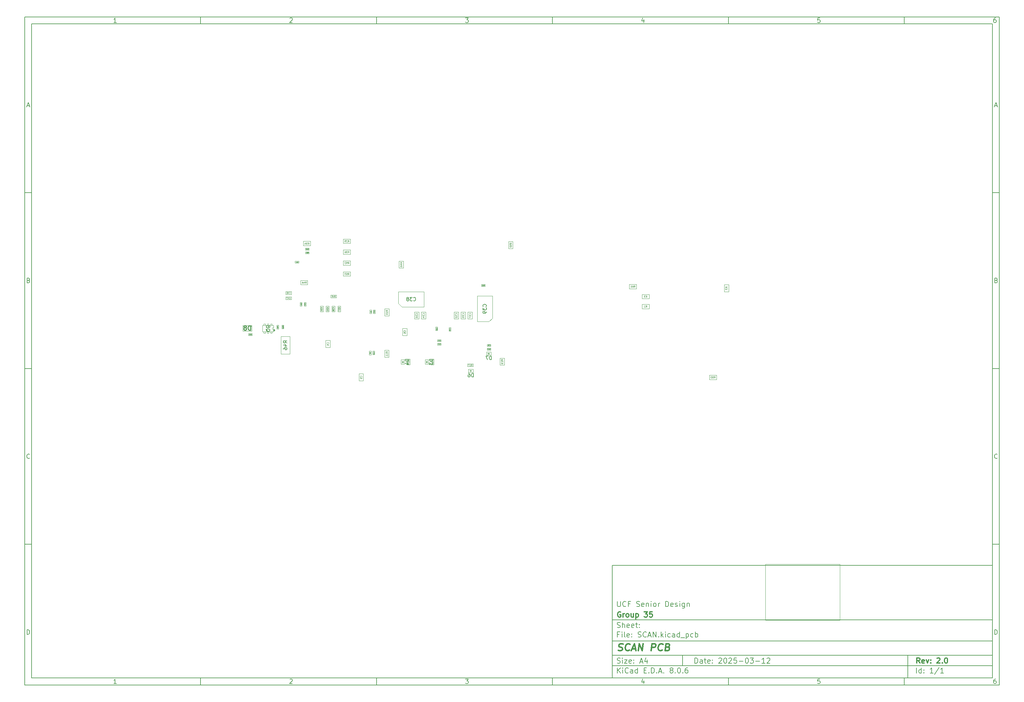
<source format=gbr>
G04 #@! TF.GenerationSoftware,KiCad,Pcbnew,8.0.6*
G04 #@! TF.CreationDate,2025-03-13T06:31:50-04:00*
G04 #@! TF.ProjectId,SCAN,5343414e-2e6b-4696-9361-645f70636258,2.0*
G04 #@! TF.SameCoordinates,Original*
G04 #@! TF.FileFunction,AssemblyDrawing,Bot*
%FSLAX46Y46*%
G04 Gerber Fmt 4.6, Leading zero omitted, Abs format (unit mm)*
G04 Created by KiCad (PCBNEW 8.0.6) date 2025-03-13 06:31:50*
%MOMM*%
%LPD*%
G01*
G04 APERTURE LIST*
%ADD10C,0.100000*%
%ADD11C,0.150000*%
%ADD12C,0.300000*%
%ADD13C,0.400000*%
%ADD14C,0.080000*%
%ADD15C,0.060000*%
%ADD16C,0.040000*%
%ADD17C,0.254000*%
%ADD18C,0.025400*%
G04 APERTURE END LIST*
D10*
X220538867Y-165653700D02*
X220538867Y-181528700D01*
X241705533Y-181528700D01*
X241705533Y-165653700D01*
X220538867Y-165653700D01*
D11*
X177002200Y-166007200D02*
X285002200Y-166007200D01*
X285002200Y-198007200D01*
X177002200Y-198007200D01*
X177002200Y-166007200D01*
D10*
D11*
X10000000Y-10000000D02*
X287002200Y-10000000D01*
X287002200Y-200007200D01*
X10000000Y-200007200D01*
X10000000Y-10000000D01*
D10*
D11*
X12000000Y-12000000D02*
X285002200Y-12000000D01*
X285002200Y-198007200D01*
X12000000Y-198007200D01*
X12000000Y-12000000D01*
D10*
D11*
X60000000Y-12000000D02*
X60000000Y-10000000D01*
D10*
D11*
X110000000Y-12000000D02*
X110000000Y-10000000D01*
D10*
D11*
X160000000Y-12000000D02*
X160000000Y-10000000D01*
D10*
D11*
X210000000Y-12000000D02*
X210000000Y-10000000D01*
D10*
D11*
X260000000Y-12000000D02*
X260000000Y-10000000D01*
D10*
D11*
X36089160Y-11593604D02*
X35346303Y-11593604D01*
X35717731Y-11593604D02*
X35717731Y-10293604D01*
X35717731Y-10293604D02*
X35593922Y-10479319D01*
X35593922Y-10479319D02*
X35470112Y-10603128D01*
X35470112Y-10603128D02*
X35346303Y-10665033D01*
D10*
D11*
X85346303Y-10417414D02*
X85408207Y-10355509D01*
X85408207Y-10355509D02*
X85532017Y-10293604D01*
X85532017Y-10293604D02*
X85841541Y-10293604D01*
X85841541Y-10293604D02*
X85965350Y-10355509D01*
X85965350Y-10355509D02*
X86027255Y-10417414D01*
X86027255Y-10417414D02*
X86089160Y-10541223D01*
X86089160Y-10541223D02*
X86089160Y-10665033D01*
X86089160Y-10665033D02*
X86027255Y-10850747D01*
X86027255Y-10850747D02*
X85284398Y-11593604D01*
X85284398Y-11593604D02*
X86089160Y-11593604D01*
D10*
D11*
X135284398Y-10293604D02*
X136089160Y-10293604D01*
X136089160Y-10293604D02*
X135655826Y-10788842D01*
X135655826Y-10788842D02*
X135841541Y-10788842D01*
X135841541Y-10788842D02*
X135965350Y-10850747D01*
X135965350Y-10850747D02*
X136027255Y-10912652D01*
X136027255Y-10912652D02*
X136089160Y-11036461D01*
X136089160Y-11036461D02*
X136089160Y-11345985D01*
X136089160Y-11345985D02*
X136027255Y-11469795D01*
X136027255Y-11469795D02*
X135965350Y-11531700D01*
X135965350Y-11531700D02*
X135841541Y-11593604D01*
X135841541Y-11593604D02*
X135470112Y-11593604D01*
X135470112Y-11593604D02*
X135346303Y-11531700D01*
X135346303Y-11531700D02*
X135284398Y-11469795D01*
D10*
D11*
X185965350Y-10726938D02*
X185965350Y-11593604D01*
X185655826Y-10231700D02*
X185346303Y-11160271D01*
X185346303Y-11160271D02*
X186151064Y-11160271D01*
D10*
D11*
X236027255Y-10293604D02*
X235408207Y-10293604D01*
X235408207Y-10293604D02*
X235346303Y-10912652D01*
X235346303Y-10912652D02*
X235408207Y-10850747D01*
X235408207Y-10850747D02*
X235532017Y-10788842D01*
X235532017Y-10788842D02*
X235841541Y-10788842D01*
X235841541Y-10788842D02*
X235965350Y-10850747D01*
X235965350Y-10850747D02*
X236027255Y-10912652D01*
X236027255Y-10912652D02*
X236089160Y-11036461D01*
X236089160Y-11036461D02*
X236089160Y-11345985D01*
X236089160Y-11345985D02*
X236027255Y-11469795D01*
X236027255Y-11469795D02*
X235965350Y-11531700D01*
X235965350Y-11531700D02*
X235841541Y-11593604D01*
X235841541Y-11593604D02*
X235532017Y-11593604D01*
X235532017Y-11593604D02*
X235408207Y-11531700D01*
X235408207Y-11531700D02*
X235346303Y-11469795D01*
D10*
D11*
X285965350Y-10293604D02*
X285717731Y-10293604D01*
X285717731Y-10293604D02*
X285593922Y-10355509D01*
X285593922Y-10355509D02*
X285532017Y-10417414D01*
X285532017Y-10417414D02*
X285408207Y-10603128D01*
X285408207Y-10603128D02*
X285346303Y-10850747D01*
X285346303Y-10850747D02*
X285346303Y-11345985D01*
X285346303Y-11345985D02*
X285408207Y-11469795D01*
X285408207Y-11469795D02*
X285470112Y-11531700D01*
X285470112Y-11531700D02*
X285593922Y-11593604D01*
X285593922Y-11593604D02*
X285841541Y-11593604D01*
X285841541Y-11593604D02*
X285965350Y-11531700D01*
X285965350Y-11531700D02*
X286027255Y-11469795D01*
X286027255Y-11469795D02*
X286089160Y-11345985D01*
X286089160Y-11345985D02*
X286089160Y-11036461D01*
X286089160Y-11036461D02*
X286027255Y-10912652D01*
X286027255Y-10912652D02*
X285965350Y-10850747D01*
X285965350Y-10850747D02*
X285841541Y-10788842D01*
X285841541Y-10788842D02*
X285593922Y-10788842D01*
X285593922Y-10788842D02*
X285470112Y-10850747D01*
X285470112Y-10850747D02*
X285408207Y-10912652D01*
X285408207Y-10912652D02*
X285346303Y-11036461D01*
D10*
D11*
X60000000Y-198007200D02*
X60000000Y-200007200D01*
D10*
D11*
X110000000Y-198007200D02*
X110000000Y-200007200D01*
D10*
D11*
X160000000Y-198007200D02*
X160000000Y-200007200D01*
D10*
D11*
X210000000Y-198007200D02*
X210000000Y-200007200D01*
D10*
D11*
X260000000Y-198007200D02*
X260000000Y-200007200D01*
D10*
D11*
X36089160Y-199600804D02*
X35346303Y-199600804D01*
X35717731Y-199600804D02*
X35717731Y-198300804D01*
X35717731Y-198300804D02*
X35593922Y-198486519D01*
X35593922Y-198486519D02*
X35470112Y-198610328D01*
X35470112Y-198610328D02*
X35346303Y-198672233D01*
D10*
D11*
X85346303Y-198424614D02*
X85408207Y-198362709D01*
X85408207Y-198362709D02*
X85532017Y-198300804D01*
X85532017Y-198300804D02*
X85841541Y-198300804D01*
X85841541Y-198300804D02*
X85965350Y-198362709D01*
X85965350Y-198362709D02*
X86027255Y-198424614D01*
X86027255Y-198424614D02*
X86089160Y-198548423D01*
X86089160Y-198548423D02*
X86089160Y-198672233D01*
X86089160Y-198672233D02*
X86027255Y-198857947D01*
X86027255Y-198857947D02*
X85284398Y-199600804D01*
X85284398Y-199600804D02*
X86089160Y-199600804D01*
D10*
D11*
X135284398Y-198300804D02*
X136089160Y-198300804D01*
X136089160Y-198300804D02*
X135655826Y-198796042D01*
X135655826Y-198796042D02*
X135841541Y-198796042D01*
X135841541Y-198796042D02*
X135965350Y-198857947D01*
X135965350Y-198857947D02*
X136027255Y-198919852D01*
X136027255Y-198919852D02*
X136089160Y-199043661D01*
X136089160Y-199043661D02*
X136089160Y-199353185D01*
X136089160Y-199353185D02*
X136027255Y-199476995D01*
X136027255Y-199476995D02*
X135965350Y-199538900D01*
X135965350Y-199538900D02*
X135841541Y-199600804D01*
X135841541Y-199600804D02*
X135470112Y-199600804D01*
X135470112Y-199600804D02*
X135346303Y-199538900D01*
X135346303Y-199538900D02*
X135284398Y-199476995D01*
D10*
D11*
X185965350Y-198734138D02*
X185965350Y-199600804D01*
X185655826Y-198238900D02*
X185346303Y-199167471D01*
X185346303Y-199167471D02*
X186151064Y-199167471D01*
D10*
D11*
X236027255Y-198300804D02*
X235408207Y-198300804D01*
X235408207Y-198300804D02*
X235346303Y-198919852D01*
X235346303Y-198919852D02*
X235408207Y-198857947D01*
X235408207Y-198857947D02*
X235532017Y-198796042D01*
X235532017Y-198796042D02*
X235841541Y-198796042D01*
X235841541Y-198796042D02*
X235965350Y-198857947D01*
X235965350Y-198857947D02*
X236027255Y-198919852D01*
X236027255Y-198919852D02*
X236089160Y-199043661D01*
X236089160Y-199043661D02*
X236089160Y-199353185D01*
X236089160Y-199353185D02*
X236027255Y-199476995D01*
X236027255Y-199476995D02*
X235965350Y-199538900D01*
X235965350Y-199538900D02*
X235841541Y-199600804D01*
X235841541Y-199600804D02*
X235532017Y-199600804D01*
X235532017Y-199600804D02*
X235408207Y-199538900D01*
X235408207Y-199538900D02*
X235346303Y-199476995D01*
D10*
D11*
X285965350Y-198300804D02*
X285717731Y-198300804D01*
X285717731Y-198300804D02*
X285593922Y-198362709D01*
X285593922Y-198362709D02*
X285532017Y-198424614D01*
X285532017Y-198424614D02*
X285408207Y-198610328D01*
X285408207Y-198610328D02*
X285346303Y-198857947D01*
X285346303Y-198857947D02*
X285346303Y-199353185D01*
X285346303Y-199353185D02*
X285408207Y-199476995D01*
X285408207Y-199476995D02*
X285470112Y-199538900D01*
X285470112Y-199538900D02*
X285593922Y-199600804D01*
X285593922Y-199600804D02*
X285841541Y-199600804D01*
X285841541Y-199600804D02*
X285965350Y-199538900D01*
X285965350Y-199538900D02*
X286027255Y-199476995D01*
X286027255Y-199476995D02*
X286089160Y-199353185D01*
X286089160Y-199353185D02*
X286089160Y-199043661D01*
X286089160Y-199043661D02*
X286027255Y-198919852D01*
X286027255Y-198919852D02*
X285965350Y-198857947D01*
X285965350Y-198857947D02*
X285841541Y-198796042D01*
X285841541Y-198796042D02*
X285593922Y-198796042D01*
X285593922Y-198796042D02*
X285470112Y-198857947D01*
X285470112Y-198857947D02*
X285408207Y-198919852D01*
X285408207Y-198919852D02*
X285346303Y-199043661D01*
D10*
D11*
X10000000Y-60000000D02*
X12000000Y-60000000D01*
D10*
D11*
X10000000Y-110000000D02*
X12000000Y-110000000D01*
D10*
D11*
X10000000Y-160000000D02*
X12000000Y-160000000D01*
D10*
D11*
X10690476Y-35222176D02*
X11309523Y-35222176D01*
X10566666Y-35593604D02*
X10999999Y-34293604D01*
X10999999Y-34293604D02*
X11433333Y-35593604D01*
D10*
D11*
X11092857Y-84912652D02*
X11278571Y-84974557D01*
X11278571Y-84974557D02*
X11340476Y-85036461D01*
X11340476Y-85036461D02*
X11402380Y-85160271D01*
X11402380Y-85160271D02*
X11402380Y-85345985D01*
X11402380Y-85345985D02*
X11340476Y-85469795D01*
X11340476Y-85469795D02*
X11278571Y-85531700D01*
X11278571Y-85531700D02*
X11154761Y-85593604D01*
X11154761Y-85593604D02*
X10659523Y-85593604D01*
X10659523Y-85593604D02*
X10659523Y-84293604D01*
X10659523Y-84293604D02*
X11092857Y-84293604D01*
X11092857Y-84293604D02*
X11216666Y-84355509D01*
X11216666Y-84355509D02*
X11278571Y-84417414D01*
X11278571Y-84417414D02*
X11340476Y-84541223D01*
X11340476Y-84541223D02*
X11340476Y-84665033D01*
X11340476Y-84665033D02*
X11278571Y-84788842D01*
X11278571Y-84788842D02*
X11216666Y-84850747D01*
X11216666Y-84850747D02*
X11092857Y-84912652D01*
X11092857Y-84912652D02*
X10659523Y-84912652D01*
D10*
D11*
X11402380Y-135469795D02*
X11340476Y-135531700D01*
X11340476Y-135531700D02*
X11154761Y-135593604D01*
X11154761Y-135593604D02*
X11030952Y-135593604D01*
X11030952Y-135593604D02*
X10845238Y-135531700D01*
X10845238Y-135531700D02*
X10721428Y-135407890D01*
X10721428Y-135407890D02*
X10659523Y-135284080D01*
X10659523Y-135284080D02*
X10597619Y-135036461D01*
X10597619Y-135036461D02*
X10597619Y-134850747D01*
X10597619Y-134850747D02*
X10659523Y-134603128D01*
X10659523Y-134603128D02*
X10721428Y-134479319D01*
X10721428Y-134479319D02*
X10845238Y-134355509D01*
X10845238Y-134355509D02*
X11030952Y-134293604D01*
X11030952Y-134293604D02*
X11154761Y-134293604D01*
X11154761Y-134293604D02*
X11340476Y-134355509D01*
X11340476Y-134355509D02*
X11402380Y-134417414D01*
D10*
D11*
X10659523Y-185593604D02*
X10659523Y-184293604D01*
X10659523Y-184293604D02*
X10969047Y-184293604D01*
X10969047Y-184293604D02*
X11154761Y-184355509D01*
X11154761Y-184355509D02*
X11278571Y-184479319D01*
X11278571Y-184479319D02*
X11340476Y-184603128D01*
X11340476Y-184603128D02*
X11402380Y-184850747D01*
X11402380Y-184850747D02*
X11402380Y-185036461D01*
X11402380Y-185036461D02*
X11340476Y-185284080D01*
X11340476Y-185284080D02*
X11278571Y-185407890D01*
X11278571Y-185407890D02*
X11154761Y-185531700D01*
X11154761Y-185531700D02*
X10969047Y-185593604D01*
X10969047Y-185593604D02*
X10659523Y-185593604D01*
D10*
D11*
X287002200Y-60000000D02*
X285002200Y-60000000D01*
D10*
D11*
X287002200Y-110000000D02*
X285002200Y-110000000D01*
D10*
D11*
X287002200Y-160000000D02*
X285002200Y-160000000D01*
D10*
D11*
X285692676Y-35222176D02*
X286311723Y-35222176D01*
X285568866Y-35593604D02*
X286002199Y-34293604D01*
X286002199Y-34293604D02*
X286435533Y-35593604D01*
D10*
D11*
X286095057Y-84912652D02*
X286280771Y-84974557D01*
X286280771Y-84974557D02*
X286342676Y-85036461D01*
X286342676Y-85036461D02*
X286404580Y-85160271D01*
X286404580Y-85160271D02*
X286404580Y-85345985D01*
X286404580Y-85345985D02*
X286342676Y-85469795D01*
X286342676Y-85469795D02*
X286280771Y-85531700D01*
X286280771Y-85531700D02*
X286156961Y-85593604D01*
X286156961Y-85593604D02*
X285661723Y-85593604D01*
X285661723Y-85593604D02*
X285661723Y-84293604D01*
X285661723Y-84293604D02*
X286095057Y-84293604D01*
X286095057Y-84293604D02*
X286218866Y-84355509D01*
X286218866Y-84355509D02*
X286280771Y-84417414D01*
X286280771Y-84417414D02*
X286342676Y-84541223D01*
X286342676Y-84541223D02*
X286342676Y-84665033D01*
X286342676Y-84665033D02*
X286280771Y-84788842D01*
X286280771Y-84788842D02*
X286218866Y-84850747D01*
X286218866Y-84850747D02*
X286095057Y-84912652D01*
X286095057Y-84912652D02*
X285661723Y-84912652D01*
D10*
D11*
X286404580Y-135469795D02*
X286342676Y-135531700D01*
X286342676Y-135531700D02*
X286156961Y-135593604D01*
X286156961Y-135593604D02*
X286033152Y-135593604D01*
X286033152Y-135593604D02*
X285847438Y-135531700D01*
X285847438Y-135531700D02*
X285723628Y-135407890D01*
X285723628Y-135407890D02*
X285661723Y-135284080D01*
X285661723Y-135284080D02*
X285599819Y-135036461D01*
X285599819Y-135036461D02*
X285599819Y-134850747D01*
X285599819Y-134850747D02*
X285661723Y-134603128D01*
X285661723Y-134603128D02*
X285723628Y-134479319D01*
X285723628Y-134479319D02*
X285847438Y-134355509D01*
X285847438Y-134355509D02*
X286033152Y-134293604D01*
X286033152Y-134293604D02*
X286156961Y-134293604D01*
X286156961Y-134293604D02*
X286342676Y-134355509D01*
X286342676Y-134355509D02*
X286404580Y-134417414D01*
D10*
D11*
X285661723Y-185593604D02*
X285661723Y-184293604D01*
X285661723Y-184293604D02*
X285971247Y-184293604D01*
X285971247Y-184293604D02*
X286156961Y-184355509D01*
X286156961Y-184355509D02*
X286280771Y-184479319D01*
X286280771Y-184479319D02*
X286342676Y-184603128D01*
X286342676Y-184603128D02*
X286404580Y-184850747D01*
X286404580Y-184850747D02*
X286404580Y-185036461D01*
X286404580Y-185036461D02*
X286342676Y-185284080D01*
X286342676Y-185284080D02*
X286280771Y-185407890D01*
X286280771Y-185407890D02*
X286156961Y-185531700D01*
X286156961Y-185531700D02*
X285971247Y-185593604D01*
X285971247Y-185593604D02*
X285661723Y-185593604D01*
D10*
D11*
X200458026Y-193793328D02*
X200458026Y-192293328D01*
X200458026Y-192293328D02*
X200815169Y-192293328D01*
X200815169Y-192293328D02*
X201029455Y-192364757D01*
X201029455Y-192364757D02*
X201172312Y-192507614D01*
X201172312Y-192507614D02*
X201243741Y-192650471D01*
X201243741Y-192650471D02*
X201315169Y-192936185D01*
X201315169Y-192936185D02*
X201315169Y-193150471D01*
X201315169Y-193150471D02*
X201243741Y-193436185D01*
X201243741Y-193436185D02*
X201172312Y-193579042D01*
X201172312Y-193579042D02*
X201029455Y-193721900D01*
X201029455Y-193721900D02*
X200815169Y-193793328D01*
X200815169Y-193793328D02*
X200458026Y-193793328D01*
X202600884Y-193793328D02*
X202600884Y-193007614D01*
X202600884Y-193007614D02*
X202529455Y-192864757D01*
X202529455Y-192864757D02*
X202386598Y-192793328D01*
X202386598Y-192793328D02*
X202100884Y-192793328D01*
X202100884Y-192793328D02*
X201958026Y-192864757D01*
X202600884Y-193721900D02*
X202458026Y-193793328D01*
X202458026Y-193793328D02*
X202100884Y-193793328D01*
X202100884Y-193793328D02*
X201958026Y-193721900D01*
X201958026Y-193721900D02*
X201886598Y-193579042D01*
X201886598Y-193579042D02*
X201886598Y-193436185D01*
X201886598Y-193436185D02*
X201958026Y-193293328D01*
X201958026Y-193293328D02*
X202100884Y-193221900D01*
X202100884Y-193221900D02*
X202458026Y-193221900D01*
X202458026Y-193221900D02*
X202600884Y-193150471D01*
X203100884Y-192793328D02*
X203672312Y-192793328D01*
X203315169Y-192293328D02*
X203315169Y-193579042D01*
X203315169Y-193579042D02*
X203386598Y-193721900D01*
X203386598Y-193721900D02*
X203529455Y-193793328D01*
X203529455Y-193793328D02*
X203672312Y-193793328D01*
X204743741Y-193721900D02*
X204600884Y-193793328D01*
X204600884Y-193793328D02*
X204315170Y-193793328D01*
X204315170Y-193793328D02*
X204172312Y-193721900D01*
X204172312Y-193721900D02*
X204100884Y-193579042D01*
X204100884Y-193579042D02*
X204100884Y-193007614D01*
X204100884Y-193007614D02*
X204172312Y-192864757D01*
X204172312Y-192864757D02*
X204315170Y-192793328D01*
X204315170Y-192793328D02*
X204600884Y-192793328D01*
X204600884Y-192793328D02*
X204743741Y-192864757D01*
X204743741Y-192864757D02*
X204815170Y-193007614D01*
X204815170Y-193007614D02*
X204815170Y-193150471D01*
X204815170Y-193150471D02*
X204100884Y-193293328D01*
X205458026Y-193650471D02*
X205529455Y-193721900D01*
X205529455Y-193721900D02*
X205458026Y-193793328D01*
X205458026Y-193793328D02*
X205386598Y-193721900D01*
X205386598Y-193721900D02*
X205458026Y-193650471D01*
X205458026Y-193650471D02*
X205458026Y-193793328D01*
X205458026Y-192864757D02*
X205529455Y-192936185D01*
X205529455Y-192936185D02*
X205458026Y-193007614D01*
X205458026Y-193007614D02*
X205386598Y-192936185D01*
X205386598Y-192936185D02*
X205458026Y-192864757D01*
X205458026Y-192864757D02*
X205458026Y-193007614D01*
X207243741Y-192436185D02*
X207315169Y-192364757D01*
X207315169Y-192364757D02*
X207458027Y-192293328D01*
X207458027Y-192293328D02*
X207815169Y-192293328D01*
X207815169Y-192293328D02*
X207958027Y-192364757D01*
X207958027Y-192364757D02*
X208029455Y-192436185D01*
X208029455Y-192436185D02*
X208100884Y-192579042D01*
X208100884Y-192579042D02*
X208100884Y-192721900D01*
X208100884Y-192721900D02*
X208029455Y-192936185D01*
X208029455Y-192936185D02*
X207172312Y-193793328D01*
X207172312Y-193793328D02*
X208100884Y-193793328D01*
X209029455Y-192293328D02*
X209172312Y-192293328D01*
X209172312Y-192293328D02*
X209315169Y-192364757D01*
X209315169Y-192364757D02*
X209386598Y-192436185D01*
X209386598Y-192436185D02*
X209458026Y-192579042D01*
X209458026Y-192579042D02*
X209529455Y-192864757D01*
X209529455Y-192864757D02*
X209529455Y-193221900D01*
X209529455Y-193221900D02*
X209458026Y-193507614D01*
X209458026Y-193507614D02*
X209386598Y-193650471D01*
X209386598Y-193650471D02*
X209315169Y-193721900D01*
X209315169Y-193721900D02*
X209172312Y-193793328D01*
X209172312Y-193793328D02*
X209029455Y-193793328D01*
X209029455Y-193793328D02*
X208886598Y-193721900D01*
X208886598Y-193721900D02*
X208815169Y-193650471D01*
X208815169Y-193650471D02*
X208743740Y-193507614D01*
X208743740Y-193507614D02*
X208672312Y-193221900D01*
X208672312Y-193221900D02*
X208672312Y-192864757D01*
X208672312Y-192864757D02*
X208743740Y-192579042D01*
X208743740Y-192579042D02*
X208815169Y-192436185D01*
X208815169Y-192436185D02*
X208886598Y-192364757D01*
X208886598Y-192364757D02*
X209029455Y-192293328D01*
X210100883Y-192436185D02*
X210172311Y-192364757D01*
X210172311Y-192364757D02*
X210315169Y-192293328D01*
X210315169Y-192293328D02*
X210672311Y-192293328D01*
X210672311Y-192293328D02*
X210815169Y-192364757D01*
X210815169Y-192364757D02*
X210886597Y-192436185D01*
X210886597Y-192436185D02*
X210958026Y-192579042D01*
X210958026Y-192579042D02*
X210958026Y-192721900D01*
X210958026Y-192721900D02*
X210886597Y-192936185D01*
X210886597Y-192936185D02*
X210029454Y-193793328D01*
X210029454Y-193793328D02*
X210958026Y-193793328D01*
X212315168Y-192293328D02*
X211600882Y-192293328D01*
X211600882Y-192293328D02*
X211529454Y-193007614D01*
X211529454Y-193007614D02*
X211600882Y-192936185D01*
X211600882Y-192936185D02*
X211743740Y-192864757D01*
X211743740Y-192864757D02*
X212100882Y-192864757D01*
X212100882Y-192864757D02*
X212243740Y-192936185D01*
X212243740Y-192936185D02*
X212315168Y-193007614D01*
X212315168Y-193007614D02*
X212386597Y-193150471D01*
X212386597Y-193150471D02*
X212386597Y-193507614D01*
X212386597Y-193507614D02*
X212315168Y-193650471D01*
X212315168Y-193650471D02*
X212243740Y-193721900D01*
X212243740Y-193721900D02*
X212100882Y-193793328D01*
X212100882Y-193793328D02*
X211743740Y-193793328D01*
X211743740Y-193793328D02*
X211600882Y-193721900D01*
X211600882Y-193721900D02*
X211529454Y-193650471D01*
X213029453Y-193221900D02*
X214172311Y-193221900D01*
X215172311Y-192293328D02*
X215315168Y-192293328D01*
X215315168Y-192293328D02*
X215458025Y-192364757D01*
X215458025Y-192364757D02*
X215529454Y-192436185D01*
X215529454Y-192436185D02*
X215600882Y-192579042D01*
X215600882Y-192579042D02*
X215672311Y-192864757D01*
X215672311Y-192864757D02*
X215672311Y-193221900D01*
X215672311Y-193221900D02*
X215600882Y-193507614D01*
X215600882Y-193507614D02*
X215529454Y-193650471D01*
X215529454Y-193650471D02*
X215458025Y-193721900D01*
X215458025Y-193721900D02*
X215315168Y-193793328D01*
X215315168Y-193793328D02*
X215172311Y-193793328D01*
X215172311Y-193793328D02*
X215029454Y-193721900D01*
X215029454Y-193721900D02*
X214958025Y-193650471D01*
X214958025Y-193650471D02*
X214886596Y-193507614D01*
X214886596Y-193507614D02*
X214815168Y-193221900D01*
X214815168Y-193221900D02*
X214815168Y-192864757D01*
X214815168Y-192864757D02*
X214886596Y-192579042D01*
X214886596Y-192579042D02*
X214958025Y-192436185D01*
X214958025Y-192436185D02*
X215029454Y-192364757D01*
X215029454Y-192364757D02*
X215172311Y-192293328D01*
X216172310Y-192293328D02*
X217100882Y-192293328D01*
X217100882Y-192293328D02*
X216600882Y-192864757D01*
X216600882Y-192864757D02*
X216815167Y-192864757D01*
X216815167Y-192864757D02*
X216958025Y-192936185D01*
X216958025Y-192936185D02*
X217029453Y-193007614D01*
X217029453Y-193007614D02*
X217100882Y-193150471D01*
X217100882Y-193150471D02*
X217100882Y-193507614D01*
X217100882Y-193507614D02*
X217029453Y-193650471D01*
X217029453Y-193650471D02*
X216958025Y-193721900D01*
X216958025Y-193721900D02*
X216815167Y-193793328D01*
X216815167Y-193793328D02*
X216386596Y-193793328D01*
X216386596Y-193793328D02*
X216243739Y-193721900D01*
X216243739Y-193721900D02*
X216172310Y-193650471D01*
X217743738Y-193221900D02*
X218886596Y-193221900D01*
X220386596Y-193793328D02*
X219529453Y-193793328D01*
X219958024Y-193793328D02*
X219958024Y-192293328D01*
X219958024Y-192293328D02*
X219815167Y-192507614D01*
X219815167Y-192507614D02*
X219672310Y-192650471D01*
X219672310Y-192650471D02*
X219529453Y-192721900D01*
X220958024Y-192436185D02*
X221029452Y-192364757D01*
X221029452Y-192364757D02*
X221172310Y-192293328D01*
X221172310Y-192293328D02*
X221529452Y-192293328D01*
X221529452Y-192293328D02*
X221672310Y-192364757D01*
X221672310Y-192364757D02*
X221743738Y-192436185D01*
X221743738Y-192436185D02*
X221815167Y-192579042D01*
X221815167Y-192579042D02*
X221815167Y-192721900D01*
X221815167Y-192721900D02*
X221743738Y-192936185D01*
X221743738Y-192936185D02*
X220886595Y-193793328D01*
X220886595Y-193793328D02*
X221815167Y-193793328D01*
D10*
D11*
X177002200Y-194507200D02*
X285002200Y-194507200D01*
D10*
D11*
X178458026Y-196593328D02*
X178458026Y-195093328D01*
X179315169Y-196593328D02*
X178672312Y-195736185D01*
X179315169Y-195093328D02*
X178458026Y-195950471D01*
X179958026Y-196593328D02*
X179958026Y-195593328D01*
X179958026Y-195093328D02*
X179886598Y-195164757D01*
X179886598Y-195164757D02*
X179958026Y-195236185D01*
X179958026Y-195236185D02*
X180029455Y-195164757D01*
X180029455Y-195164757D02*
X179958026Y-195093328D01*
X179958026Y-195093328D02*
X179958026Y-195236185D01*
X181529455Y-196450471D02*
X181458027Y-196521900D01*
X181458027Y-196521900D02*
X181243741Y-196593328D01*
X181243741Y-196593328D02*
X181100884Y-196593328D01*
X181100884Y-196593328D02*
X180886598Y-196521900D01*
X180886598Y-196521900D02*
X180743741Y-196379042D01*
X180743741Y-196379042D02*
X180672312Y-196236185D01*
X180672312Y-196236185D02*
X180600884Y-195950471D01*
X180600884Y-195950471D02*
X180600884Y-195736185D01*
X180600884Y-195736185D02*
X180672312Y-195450471D01*
X180672312Y-195450471D02*
X180743741Y-195307614D01*
X180743741Y-195307614D02*
X180886598Y-195164757D01*
X180886598Y-195164757D02*
X181100884Y-195093328D01*
X181100884Y-195093328D02*
X181243741Y-195093328D01*
X181243741Y-195093328D02*
X181458027Y-195164757D01*
X181458027Y-195164757D02*
X181529455Y-195236185D01*
X182815170Y-196593328D02*
X182815170Y-195807614D01*
X182815170Y-195807614D02*
X182743741Y-195664757D01*
X182743741Y-195664757D02*
X182600884Y-195593328D01*
X182600884Y-195593328D02*
X182315170Y-195593328D01*
X182315170Y-195593328D02*
X182172312Y-195664757D01*
X182815170Y-196521900D02*
X182672312Y-196593328D01*
X182672312Y-196593328D02*
X182315170Y-196593328D01*
X182315170Y-196593328D02*
X182172312Y-196521900D01*
X182172312Y-196521900D02*
X182100884Y-196379042D01*
X182100884Y-196379042D02*
X182100884Y-196236185D01*
X182100884Y-196236185D02*
X182172312Y-196093328D01*
X182172312Y-196093328D02*
X182315170Y-196021900D01*
X182315170Y-196021900D02*
X182672312Y-196021900D01*
X182672312Y-196021900D02*
X182815170Y-195950471D01*
X184172313Y-196593328D02*
X184172313Y-195093328D01*
X184172313Y-196521900D02*
X184029455Y-196593328D01*
X184029455Y-196593328D02*
X183743741Y-196593328D01*
X183743741Y-196593328D02*
X183600884Y-196521900D01*
X183600884Y-196521900D02*
X183529455Y-196450471D01*
X183529455Y-196450471D02*
X183458027Y-196307614D01*
X183458027Y-196307614D02*
X183458027Y-195879042D01*
X183458027Y-195879042D02*
X183529455Y-195736185D01*
X183529455Y-195736185D02*
X183600884Y-195664757D01*
X183600884Y-195664757D02*
X183743741Y-195593328D01*
X183743741Y-195593328D02*
X184029455Y-195593328D01*
X184029455Y-195593328D02*
X184172313Y-195664757D01*
X186029455Y-195807614D02*
X186529455Y-195807614D01*
X186743741Y-196593328D02*
X186029455Y-196593328D01*
X186029455Y-196593328D02*
X186029455Y-195093328D01*
X186029455Y-195093328D02*
X186743741Y-195093328D01*
X187386598Y-196450471D02*
X187458027Y-196521900D01*
X187458027Y-196521900D02*
X187386598Y-196593328D01*
X187386598Y-196593328D02*
X187315170Y-196521900D01*
X187315170Y-196521900D02*
X187386598Y-196450471D01*
X187386598Y-196450471D02*
X187386598Y-196593328D01*
X188100884Y-196593328D02*
X188100884Y-195093328D01*
X188100884Y-195093328D02*
X188458027Y-195093328D01*
X188458027Y-195093328D02*
X188672313Y-195164757D01*
X188672313Y-195164757D02*
X188815170Y-195307614D01*
X188815170Y-195307614D02*
X188886599Y-195450471D01*
X188886599Y-195450471D02*
X188958027Y-195736185D01*
X188958027Y-195736185D02*
X188958027Y-195950471D01*
X188958027Y-195950471D02*
X188886599Y-196236185D01*
X188886599Y-196236185D02*
X188815170Y-196379042D01*
X188815170Y-196379042D02*
X188672313Y-196521900D01*
X188672313Y-196521900D02*
X188458027Y-196593328D01*
X188458027Y-196593328D02*
X188100884Y-196593328D01*
X189600884Y-196450471D02*
X189672313Y-196521900D01*
X189672313Y-196521900D02*
X189600884Y-196593328D01*
X189600884Y-196593328D02*
X189529456Y-196521900D01*
X189529456Y-196521900D02*
X189600884Y-196450471D01*
X189600884Y-196450471D02*
X189600884Y-196593328D01*
X190243742Y-196164757D02*
X190958028Y-196164757D01*
X190100885Y-196593328D02*
X190600885Y-195093328D01*
X190600885Y-195093328D02*
X191100885Y-196593328D01*
X191600884Y-196450471D02*
X191672313Y-196521900D01*
X191672313Y-196521900D02*
X191600884Y-196593328D01*
X191600884Y-196593328D02*
X191529456Y-196521900D01*
X191529456Y-196521900D02*
X191600884Y-196450471D01*
X191600884Y-196450471D02*
X191600884Y-196593328D01*
X193672313Y-195736185D02*
X193529456Y-195664757D01*
X193529456Y-195664757D02*
X193458027Y-195593328D01*
X193458027Y-195593328D02*
X193386599Y-195450471D01*
X193386599Y-195450471D02*
X193386599Y-195379042D01*
X193386599Y-195379042D02*
X193458027Y-195236185D01*
X193458027Y-195236185D02*
X193529456Y-195164757D01*
X193529456Y-195164757D02*
X193672313Y-195093328D01*
X193672313Y-195093328D02*
X193958027Y-195093328D01*
X193958027Y-195093328D02*
X194100885Y-195164757D01*
X194100885Y-195164757D02*
X194172313Y-195236185D01*
X194172313Y-195236185D02*
X194243742Y-195379042D01*
X194243742Y-195379042D02*
X194243742Y-195450471D01*
X194243742Y-195450471D02*
X194172313Y-195593328D01*
X194172313Y-195593328D02*
X194100885Y-195664757D01*
X194100885Y-195664757D02*
X193958027Y-195736185D01*
X193958027Y-195736185D02*
X193672313Y-195736185D01*
X193672313Y-195736185D02*
X193529456Y-195807614D01*
X193529456Y-195807614D02*
X193458027Y-195879042D01*
X193458027Y-195879042D02*
X193386599Y-196021900D01*
X193386599Y-196021900D02*
X193386599Y-196307614D01*
X193386599Y-196307614D02*
X193458027Y-196450471D01*
X193458027Y-196450471D02*
X193529456Y-196521900D01*
X193529456Y-196521900D02*
X193672313Y-196593328D01*
X193672313Y-196593328D02*
X193958027Y-196593328D01*
X193958027Y-196593328D02*
X194100885Y-196521900D01*
X194100885Y-196521900D02*
X194172313Y-196450471D01*
X194172313Y-196450471D02*
X194243742Y-196307614D01*
X194243742Y-196307614D02*
X194243742Y-196021900D01*
X194243742Y-196021900D02*
X194172313Y-195879042D01*
X194172313Y-195879042D02*
X194100885Y-195807614D01*
X194100885Y-195807614D02*
X193958027Y-195736185D01*
X194886598Y-196450471D02*
X194958027Y-196521900D01*
X194958027Y-196521900D02*
X194886598Y-196593328D01*
X194886598Y-196593328D02*
X194815170Y-196521900D01*
X194815170Y-196521900D02*
X194886598Y-196450471D01*
X194886598Y-196450471D02*
X194886598Y-196593328D01*
X195886599Y-195093328D02*
X196029456Y-195093328D01*
X196029456Y-195093328D02*
X196172313Y-195164757D01*
X196172313Y-195164757D02*
X196243742Y-195236185D01*
X196243742Y-195236185D02*
X196315170Y-195379042D01*
X196315170Y-195379042D02*
X196386599Y-195664757D01*
X196386599Y-195664757D02*
X196386599Y-196021900D01*
X196386599Y-196021900D02*
X196315170Y-196307614D01*
X196315170Y-196307614D02*
X196243742Y-196450471D01*
X196243742Y-196450471D02*
X196172313Y-196521900D01*
X196172313Y-196521900D02*
X196029456Y-196593328D01*
X196029456Y-196593328D02*
X195886599Y-196593328D01*
X195886599Y-196593328D02*
X195743742Y-196521900D01*
X195743742Y-196521900D02*
X195672313Y-196450471D01*
X195672313Y-196450471D02*
X195600884Y-196307614D01*
X195600884Y-196307614D02*
X195529456Y-196021900D01*
X195529456Y-196021900D02*
X195529456Y-195664757D01*
X195529456Y-195664757D02*
X195600884Y-195379042D01*
X195600884Y-195379042D02*
X195672313Y-195236185D01*
X195672313Y-195236185D02*
X195743742Y-195164757D01*
X195743742Y-195164757D02*
X195886599Y-195093328D01*
X197029455Y-196450471D02*
X197100884Y-196521900D01*
X197100884Y-196521900D02*
X197029455Y-196593328D01*
X197029455Y-196593328D02*
X196958027Y-196521900D01*
X196958027Y-196521900D02*
X197029455Y-196450471D01*
X197029455Y-196450471D02*
X197029455Y-196593328D01*
X198386599Y-195093328D02*
X198100884Y-195093328D01*
X198100884Y-195093328D02*
X197958027Y-195164757D01*
X197958027Y-195164757D02*
X197886599Y-195236185D01*
X197886599Y-195236185D02*
X197743741Y-195450471D01*
X197743741Y-195450471D02*
X197672313Y-195736185D01*
X197672313Y-195736185D02*
X197672313Y-196307614D01*
X197672313Y-196307614D02*
X197743741Y-196450471D01*
X197743741Y-196450471D02*
X197815170Y-196521900D01*
X197815170Y-196521900D02*
X197958027Y-196593328D01*
X197958027Y-196593328D02*
X198243741Y-196593328D01*
X198243741Y-196593328D02*
X198386599Y-196521900D01*
X198386599Y-196521900D02*
X198458027Y-196450471D01*
X198458027Y-196450471D02*
X198529456Y-196307614D01*
X198529456Y-196307614D02*
X198529456Y-195950471D01*
X198529456Y-195950471D02*
X198458027Y-195807614D01*
X198458027Y-195807614D02*
X198386599Y-195736185D01*
X198386599Y-195736185D02*
X198243741Y-195664757D01*
X198243741Y-195664757D02*
X197958027Y-195664757D01*
X197958027Y-195664757D02*
X197815170Y-195736185D01*
X197815170Y-195736185D02*
X197743741Y-195807614D01*
X197743741Y-195807614D02*
X197672313Y-195950471D01*
D10*
D11*
X177002200Y-191507200D02*
X285002200Y-191507200D01*
D10*
D12*
X264413853Y-193785528D02*
X263913853Y-193071242D01*
X263556710Y-193785528D02*
X263556710Y-192285528D01*
X263556710Y-192285528D02*
X264128139Y-192285528D01*
X264128139Y-192285528D02*
X264270996Y-192356957D01*
X264270996Y-192356957D02*
X264342425Y-192428385D01*
X264342425Y-192428385D02*
X264413853Y-192571242D01*
X264413853Y-192571242D02*
X264413853Y-192785528D01*
X264413853Y-192785528D02*
X264342425Y-192928385D01*
X264342425Y-192928385D02*
X264270996Y-192999814D01*
X264270996Y-192999814D02*
X264128139Y-193071242D01*
X264128139Y-193071242D02*
X263556710Y-193071242D01*
X265628139Y-193714100D02*
X265485282Y-193785528D01*
X265485282Y-193785528D02*
X265199568Y-193785528D01*
X265199568Y-193785528D02*
X265056710Y-193714100D01*
X265056710Y-193714100D02*
X264985282Y-193571242D01*
X264985282Y-193571242D02*
X264985282Y-192999814D01*
X264985282Y-192999814D02*
X265056710Y-192856957D01*
X265056710Y-192856957D02*
X265199568Y-192785528D01*
X265199568Y-192785528D02*
X265485282Y-192785528D01*
X265485282Y-192785528D02*
X265628139Y-192856957D01*
X265628139Y-192856957D02*
X265699568Y-192999814D01*
X265699568Y-192999814D02*
X265699568Y-193142671D01*
X265699568Y-193142671D02*
X264985282Y-193285528D01*
X266199567Y-192785528D02*
X266556710Y-193785528D01*
X266556710Y-193785528D02*
X266913853Y-192785528D01*
X267485281Y-193642671D02*
X267556710Y-193714100D01*
X267556710Y-193714100D02*
X267485281Y-193785528D01*
X267485281Y-193785528D02*
X267413853Y-193714100D01*
X267413853Y-193714100D02*
X267485281Y-193642671D01*
X267485281Y-193642671D02*
X267485281Y-193785528D01*
X267485281Y-192856957D02*
X267556710Y-192928385D01*
X267556710Y-192928385D02*
X267485281Y-192999814D01*
X267485281Y-192999814D02*
X267413853Y-192928385D01*
X267413853Y-192928385D02*
X267485281Y-192856957D01*
X267485281Y-192856957D02*
X267485281Y-192999814D01*
X269270996Y-192428385D02*
X269342424Y-192356957D01*
X269342424Y-192356957D02*
X269485282Y-192285528D01*
X269485282Y-192285528D02*
X269842424Y-192285528D01*
X269842424Y-192285528D02*
X269985282Y-192356957D01*
X269985282Y-192356957D02*
X270056710Y-192428385D01*
X270056710Y-192428385D02*
X270128139Y-192571242D01*
X270128139Y-192571242D02*
X270128139Y-192714100D01*
X270128139Y-192714100D02*
X270056710Y-192928385D01*
X270056710Y-192928385D02*
X269199567Y-193785528D01*
X269199567Y-193785528D02*
X270128139Y-193785528D01*
X270770995Y-193642671D02*
X270842424Y-193714100D01*
X270842424Y-193714100D02*
X270770995Y-193785528D01*
X270770995Y-193785528D02*
X270699567Y-193714100D01*
X270699567Y-193714100D02*
X270770995Y-193642671D01*
X270770995Y-193642671D02*
X270770995Y-193785528D01*
X271770996Y-192285528D02*
X271913853Y-192285528D01*
X271913853Y-192285528D02*
X272056710Y-192356957D01*
X272056710Y-192356957D02*
X272128139Y-192428385D01*
X272128139Y-192428385D02*
X272199567Y-192571242D01*
X272199567Y-192571242D02*
X272270996Y-192856957D01*
X272270996Y-192856957D02*
X272270996Y-193214100D01*
X272270996Y-193214100D02*
X272199567Y-193499814D01*
X272199567Y-193499814D02*
X272128139Y-193642671D01*
X272128139Y-193642671D02*
X272056710Y-193714100D01*
X272056710Y-193714100D02*
X271913853Y-193785528D01*
X271913853Y-193785528D02*
X271770996Y-193785528D01*
X271770996Y-193785528D02*
X271628139Y-193714100D01*
X271628139Y-193714100D02*
X271556710Y-193642671D01*
X271556710Y-193642671D02*
X271485281Y-193499814D01*
X271485281Y-193499814D02*
X271413853Y-193214100D01*
X271413853Y-193214100D02*
X271413853Y-192856957D01*
X271413853Y-192856957D02*
X271485281Y-192571242D01*
X271485281Y-192571242D02*
X271556710Y-192428385D01*
X271556710Y-192428385D02*
X271628139Y-192356957D01*
X271628139Y-192356957D02*
X271770996Y-192285528D01*
D10*
D11*
X178386598Y-193721900D02*
X178600884Y-193793328D01*
X178600884Y-193793328D02*
X178958026Y-193793328D01*
X178958026Y-193793328D02*
X179100884Y-193721900D01*
X179100884Y-193721900D02*
X179172312Y-193650471D01*
X179172312Y-193650471D02*
X179243741Y-193507614D01*
X179243741Y-193507614D02*
X179243741Y-193364757D01*
X179243741Y-193364757D02*
X179172312Y-193221900D01*
X179172312Y-193221900D02*
X179100884Y-193150471D01*
X179100884Y-193150471D02*
X178958026Y-193079042D01*
X178958026Y-193079042D02*
X178672312Y-193007614D01*
X178672312Y-193007614D02*
X178529455Y-192936185D01*
X178529455Y-192936185D02*
X178458026Y-192864757D01*
X178458026Y-192864757D02*
X178386598Y-192721900D01*
X178386598Y-192721900D02*
X178386598Y-192579042D01*
X178386598Y-192579042D02*
X178458026Y-192436185D01*
X178458026Y-192436185D02*
X178529455Y-192364757D01*
X178529455Y-192364757D02*
X178672312Y-192293328D01*
X178672312Y-192293328D02*
X179029455Y-192293328D01*
X179029455Y-192293328D02*
X179243741Y-192364757D01*
X179886597Y-193793328D02*
X179886597Y-192793328D01*
X179886597Y-192293328D02*
X179815169Y-192364757D01*
X179815169Y-192364757D02*
X179886597Y-192436185D01*
X179886597Y-192436185D02*
X179958026Y-192364757D01*
X179958026Y-192364757D02*
X179886597Y-192293328D01*
X179886597Y-192293328D02*
X179886597Y-192436185D01*
X180458026Y-192793328D02*
X181243741Y-192793328D01*
X181243741Y-192793328D02*
X180458026Y-193793328D01*
X180458026Y-193793328D02*
X181243741Y-193793328D01*
X182386598Y-193721900D02*
X182243741Y-193793328D01*
X182243741Y-193793328D02*
X181958027Y-193793328D01*
X181958027Y-193793328D02*
X181815169Y-193721900D01*
X181815169Y-193721900D02*
X181743741Y-193579042D01*
X181743741Y-193579042D02*
X181743741Y-193007614D01*
X181743741Y-193007614D02*
X181815169Y-192864757D01*
X181815169Y-192864757D02*
X181958027Y-192793328D01*
X181958027Y-192793328D02*
X182243741Y-192793328D01*
X182243741Y-192793328D02*
X182386598Y-192864757D01*
X182386598Y-192864757D02*
X182458027Y-193007614D01*
X182458027Y-193007614D02*
X182458027Y-193150471D01*
X182458027Y-193150471D02*
X181743741Y-193293328D01*
X183100883Y-193650471D02*
X183172312Y-193721900D01*
X183172312Y-193721900D02*
X183100883Y-193793328D01*
X183100883Y-193793328D02*
X183029455Y-193721900D01*
X183029455Y-193721900D02*
X183100883Y-193650471D01*
X183100883Y-193650471D02*
X183100883Y-193793328D01*
X183100883Y-192864757D02*
X183172312Y-192936185D01*
X183172312Y-192936185D02*
X183100883Y-193007614D01*
X183100883Y-193007614D02*
X183029455Y-192936185D01*
X183029455Y-192936185D02*
X183100883Y-192864757D01*
X183100883Y-192864757D02*
X183100883Y-193007614D01*
X184886598Y-193364757D02*
X185600884Y-193364757D01*
X184743741Y-193793328D02*
X185243741Y-192293328D01*
X185243741Y-192293328D02*
X185743741Y-193793328D01*
X186886598Y-192793328D02*
X186886598Y-193793328D01*
X186529455Y-192221900D02*
X186172312Y-193293328D01*
X186172312Y-193293328D02*
X187100883Y-193293328D01*
D10*
D11*
X263458026Y-196593328D02*
X263458026Y-195093328D01*
X264815170Y-196593328D02*
X264815170Y-195093328D01*
X264815170Y-196521900D02*
X264672312Y-196593328D01*
X264672312Y-196593328D02*
X264386598Y-196593328D01*
X264386598Y-196593328D02*
X264243741Y-196521900D01*
X264243741Y-196521900D02*
X264172312Y-196450471D01*
X264172312Y-196450471D02*
X264100884Y-196307614D01*
X264100884Y-196307614D02*
X264100884Y-195879042D01*
X264100884Y-195879042D02*
X264172312Y-195736185D01*
X264172312Y-195736185D02*
X264243741Y-195664757D01*
X264243741Y-195664757D02*
X264386598Y-195593328D01*
X264386598Y-195593328D02*
X264672312Y-195593328D01*
X264672312Y-195593328D02*
X264815170Y-195664757D01*
X265529455Y-196450471D02*
X265600884Y-196521900D01*
X265600884Y-196521900D02*
X265529455Y-196593328D01*
X265529455Y-196593328D02*
X265458027Y-196521900D01*
X265458027Y-196521900D02*
X265529455Y-196450471D01*
X265529455Y-196450471D02*
X265529455Y-196593328D01*
X265529455Y-195664757D02*
X265600884Y-195736185D01*
X265600884Y-195736185D02*
X265529455Y-195807614D01*
X265529455Y-195807614D02*
X265458027Y-195736185D01*
X265458027Y-195736185D02*
X265529455Y-195664757D01*
X265529455Y-195664757D02*
X265529455Y-195807614D01*
X268172313Y-196593328D02*
X267315170Y-196593328D01*
X267743741Y-196593328D02*
X267743741Y-195093328D01*
X267743741Y-195093328D02*
X267600884Y-195307614D01*
X267600884Y-195307614D02*
X267458027Y-195450471D01*
X267458027Y-195450471D02*
X267315170Y-195521900D01*
X269886598Y-195021900D02*
X268600884Y-196950471D01*
X271172313Y-196593328D02*
X270315170Y-196593328D01*
X270743741Y-196593328D02*
X270743741Y-195093328D01*
X270743741Y-195093328D02*
X270600884Y-195307614D01*
X270600884Y-195307614D02*
X270458027Y-195450471D01*
X270458027Y-195450471D02*
X270315170Y-195521900D01*
D10*
D11*
X177002200Y-187507200D02*
X285002200Y-187507200D01*
D10*
D13*
X178646309Y-190116400D02*
X178920118Y-190211638D01*
X178920118Y-190211638D02*
X179396309Y-190211638D01*
X179396309Y-190211638D02*
X179598690Y-190116400D01*
X179598690Y-190116400D02*
X179705833Y-190021161D01*
X179705833Y-190021161D02*
X179824880Y-189830685D01*
X179824880Y-189830685D02*
X179848690Y-189640209D01*
X179848690Y-189640209D02*
X179777261Y-189449733D01*
X179777261Y-189449733D02*
X179693928Y-189354495D01*
X179693928Y-189354495D02*
X179515357Y-189259257D01*
X179515357Y-189259257D02*
X179146309Y-189164019D01*
X179146309Y-189164019D02*
X178967737Y-189068780D01*
X178967737Y-189068780D02*
X178884404Y-188973542D01*
X178884404Y-188973542D02*
X178812976Y-188783066D01*
X178812976Y-188783066D02*
X178836785Y-188592590D01*
X178836785Y-188592590D02*
X178955833Y-188402114D01*
X178955833Y-188402114D02*
X179062976Y-188306876D01*
X179062976Y-188306876D02*
X179265357Y-188211638D01*
X179265357Y-188211638D02*
X179741547Y-188211638D01*
X179741547Y-188211638D02*
X180015357Y-188306876D01*
X181801071Y-190021161D02*
X181693928Y-190116400D01*
X181693928Y-190116400D02*
X181396309Y-190211638D01*
X181396309Y-190211638D02*
X181205833Y-190211638D01*
X181205833Y-190211638D02*
X180932023Y-190116400D01*
X180932023Y-190116400D02*
X180765357Y-189925923D01*
X180765357Y-189925923D02*
X180693928Y-189735447D01*
X180693928Y-189735447D02*
X180646309Y-189354495D01*
X180646309Y-189354495D02*
X180682023Y-189068780D01*
X180682023Y-189068780D02*
X180824880Y-188687828D01*
X180824880Y-188687828D02*
X180943928Y-188497352D01*
X180943928Y-188497352D02*
X181158214Y-188306876D01*
X181158214Y-188306876D02*
X181455833Y-188211638D01*
X181455833Y-188211638D02*
X181646309Y-188211638D01*
X181646309Y-188211638D02*
X181920119Y-188306876D01*
X181920119Y-188306876D02*
X182003452Y-188402114D01*
X182610595Y-189640209D02*
X183562976Y-189640209D01*
X182348690Y-190211638D02*
X183265357Y-188211638D01*
X183265357Y-188211638D02*
X183682023Y-190211638D01*
X184348690Y-190211638D02*
X184598690Y-188211638D01*
X184598690Y-188211638D02*
X185491547Y-190211638D01*
X185491547Y-190211638D02*
X185741547Y-188211638D01*
X187967738Y-190211638D02*
X188217738Y-188211638D01*
X188217738Y-188211638D02*
X188979643Y-188211638D01*
X188979643Y-188211638D02*
X189158214Y-188306876D01*
X189158214Y-188306876D02*
X189241548Y-188402114D01*
X189241548Y-188402114D02*
X189312976Y-188592590D01*
X189312976Y-188592590D02*
X189277262Y-188878304D01*
X189277262Y-188878304D02*
X189158214Y-189068780D01*
X189158214Y-189068780D02*
X189051072Y-189164019D01*
X189051072Y-189164019D02*
X188848691Y-189259257D01*
X188848691Y-189259257D02*
X188086786Y-189259257D01*
X191134405Y-190021161D02*
X191027262Y-190116400D01*
X191027262Y-190116400D02*
X190729643Y-190211638D01*
X190729643Y-190211638D02*
X190539167Y-190211638D01*
X190539167Y-190211638D02*
X190265357Y-190116400D01*
X190265357Y-190116400D02*
X190098691Y-189925923D01*
X190098691Y-189925923D02*
X190027262Y-189735447D01*
X190027262Y-189735447D02*
X189979643Y-189354495D01*
X189979643Y-189354495D02*
X190015357Y-189068780D01*
X190015357Y-189068780D02*
X190158214Y-188687828D01*
X190158214Y-188687828D02*
X190277262Y-188497352D01*
X190277262Y-188497352D02*
X190491548Y-188306876D01*
X190491548Y-188306876D02*
X190789167Y-188211638D01*
X190789167Y-188211638D02*
X190979643Y-188211638D01*
X190979643Y-188211638D02*
X191253453Y-188306876D01*
X191253453Y-188306876D02*
X191336786Y-188402114D01*
X192765357Y-189164019D02*
X193039167Y-189259257D01*
X193039167Y-189259257D02*
X193122500Y-189354495D01*
X193122500Y-189354495D02*
X193193929Y-189544971D01*
X193193929Y-189544971D02*
X193158214Y-189830685D01*
X193158214Y-189830685D02*
X193039167Y-190021161D01*
X193039167Y-190021161D02*
X192932024Y-190116400D01*
X192932024Y-190116400D02*
X192729643Y-190211638D01*
X192729643Y-190211638D02*
X191967738Y-190211638D01*
X191967738Y-190211638D02*
X192217738Y-188211638D01*
X192217738Y-188211638D02*
X192884405Y-188211638D01*
X192884405Y-188211638D02*
X193062976Y-188306876D01*
X193062976Y-188306876D02*
X193146310Y-188402114D01*
X193146310Y-188402114D02*
X193217738Y-188592590D01*
X193217738Y-188592590D02*
X193193929Y-188783066D01*
X193193929Y-188783066D02*
X193074881Y-188973542D01*
X193074881Y-188973542D02*
X192967738Y-189068780D01*
X192967738Y-189068780D02*
X192765357Y-189164019D01*
X192765357Y-189164019D02*
X192098691Y-189164019D01*
D10*
D11*
X178958026Y-185607614D02*
X178458026Y-185607614D01*
X178458026Y-186393328D02*
X178458026Y-184893328D01*
X178458026Y-184893328D02*
X179172312Y-184893328D01*
X179743740Y-186393328D02*
X179743740Y-185393328D01*
X179743740Y-184893328D02*
X179672312Y-184964757D01*
X179672312Y-184964757D02*
X179743740Y-185036185D01*
X179743740Y-185036185D02*
X179815169Y-184964757D01*
X179815169Y-184964757D02*
X179743740Y-184893328D01*
X179743740Y-184893328D02*
X179743740Y-185036185D01*
X180672312Y-186393328D02*
X180529455Y-186321900D01*
X180529455Y-186321900D02*
X180458026Y-186179042D01*
X180458026Y-186179042D02*
X180458026Y-184893328D01*
X181815169Y-186321900D02*
X181672312Y-186393328D01*
X181672312Y-186393328D02*
X181386598Y-186393328D01*
X181386598Y-186393328D02*
X181243740Y-186321900D01*
X181243740Y-186321900D02*
X181172312Y-186179042D01*
X181172312Y-186179042D02*
X181172312Y-185607614D01*
X181172312Y-185607614D02*
X181243740Y-185464757D01*
X181243740Y-185464757D02*
X181386598Y-185393328D01*
X181386598Y-185393328D02*
X181672312Y-185393328D01*
X181672312Y-185393328D02*
X181815169Y-185464757D01*
X181815169Y-185464757D02*
X181886598Y-185607614D01*
X181886598Y-185607614D02*
X181886598Y-185750471D01*
X181886598Y-185750471D02*
X181172312Y-185893328D01*
X182529454Y-186250471D02*
X182600883Y-186321900D01*
X182600883Y-186321900D02*
X182529454Y-186393328D01*
X182529454Y-186393328D02*
X182458026Y-186321900D01*
X182458026Y-186321900D02*
X182529454Y-186250471D01*
X182529454Y-186250471D02*
X182529454Y-186393328D01*
X182529454Y-185464757D02*
X182600883Y-185536185D01*
X182600883Y-185536185D02*
X182529454Y-185607614D01*
X182529454Y-185607614D02*
X182458026Y-185536185D01*
X182458026Y-185536185D02*
X182529454Y-185464757D01*
X182529454Y-185464757D02*
X182529454Y-185607614D01*
X184315169Y-186321900D02*
X184529455Y-186393328D01*
X184529455Y-186393328D02*
X184886597Y-186393328D01*
X184886597Y-186393328D02*
X185029455Y-186321900D01*
X185029455Y-186321900D02*
X185100883Y-186250471D01*
X185100883Y-186250471D02*
X185172312Y-186107614D01*
X185172312Y-186107614D02*
X185172312Y-185964757D01*
X185172312Y-185964757D02*
X185100883Y-185821900D01*
X185100883Y-185821900D02*
X185029455Y-185750471D01*
X185029455Y-185750471D02*
X184886597Y-185679042D01*
X184886597Y-185679042D02*
X184600883Y-185607614D01*
X184600883Y-185607614D02*
X184458026Y-185536185D01*
X184458026Y-185536185D02*
X184386597Y-185464757D01*
X184386597Y-185464757D02*
X184315169Y-185321900D01*
X184315169Y-185321900D02*
X184315169Y-185179042D01*
X184315169Y-185179042D02*
X184386597Y-185036185D01*
X184386597Y-185036185D02*
X184458026Y-184964757D01*
X184458026Y-184964757D02*
X184600883Y-184893328D01*
X184600883Y-184893328D02*
X184958026Y-184893328D01*
X184958026Y-184893328D02*
X185172312Y-184964757D01*
X186672311Y-186250471D02*
X186600883Y-186321900D01*
X186600883Y-186321900D02*
X186386597Y-186393328D01*
X186386597Y-186393328D02*
X186243740Y-186393328D01*
X186243740Y-186393328D02*
X186029454Y-186321900D01*
X186029454Y-186321900D02*
X185886597Y-186179042D01*
X185886597Y-186179042D02*
X185815168Y-186036185D01*
X185815168Y-186036185D02*
X185743740Y-185750471D01*
X185743740Y-185750471D02*
X185743740Y-185536185D01*
X185743740Y-185536185D02*
X185815168Y-185250471D01*
X185815168Y-185250471D02*
X185886597Y-185107614D01*
X185886597Y-185107614D02*
X186029454Y-184964757D01*
X186029454Y-184964757D02*
X186243740Y-184893328D01*
X186243740Y-184893328D02*
X186386597Y-184893328D01*
X186386597Y-184893328D02*
X186600883Y-184964757D01*
X186600883Y-184964757D02*
X186672311Y-185036185D01*
X187243740Y-185964757D02*
X187958026Y-185964757D01*
X187100883Y-186393328D02*
X187600883Y-184893328D01*
X187600883Y-184893328D02*
X188100883Y-186393328D01*
X188600882Y-186393328D02*
X188600882Y-184893328D01*
X188600882Y-184893328D02*
X189458025Y-186393328D01*
X189458025Y-186393328D02*
X189458025Y-184893328D01*
X190172311Y-186250471D02*
X190243740Y-186321900D01*
X190243740Y-186321900D02*
X190172311Y-186393328D01*
X190172311Y-186393328D02*
X190100883Y-186321900D01*
X190100883Y-186321900D02*
X190172311Y-186250471D01*
X190172311Y-186250471D02*
X190172311Y-186393328D01*
X190886597Y-186393328D02*
X190886597Y-184893328D01*
X191029455Y-185821900D02*
X191458026Y-186393328D01*
X191458026Y-185393328D02*
X190886597Y-185964757D01*
X192100883Y-186393328D02*
X192100883Y-185393328D01*
X192100883Y-184893328D02*
X192029455Y-184964757D01*
X192029455Y-184964757D02*
X192100883Y-185036185D01*
X192100883Y-185036185D02*
X192172312Y-184964757D01*
X192172312Y-184964757D02*
X192100883Y-184893328D01*
X192100883Y-184893328D02*
X192100883Y-185036185D01*
X193458027Y-186321900D02*
X193315169Y-186393328D01*
X193315169Y-186393328D02*
X193029455Y-186393328D01*
X193029455Y-186393328D02*
X192886598Y-186321900D01*
X192886598Y-186321900D02*
X192815169Y-186250471D01*
X192815169Y-186250471D02*
X192743741Y-186107614D01*
X192743741Y-186107614D02*
X192743741Y-185679042D01*
X192743741Y-185679042D02*
X192815169Y-185536185D01*
X192815169Y-185536185D02*
X192886598Y-185464757D01*
X192886598Y-185464757D02*
X193029455Y-185393328D01*
X193029455Y-185393328D02*
X193315169Y-185393328D01*
X193315169Y-185393328D02*
X193458027Y-185464757D01*
X194743741Y-186393328D02*
X194743741Y-185607614D01*
X194743741Y-185607614D02*
X194672312Y-185464757D01*
X194672312Y-185464757D02*
X194529455Y-185393328D01*
X194529455Y-185393328D02*
X194243741Y-185393328D01*
X194243741Y-185393328D02*
X194100883Y-185464757D01*
X194743741Y-186321900D02*
X194600883Y-186393328D01*
X194600883Y-186393328D02*
X194243741Y-186393328D01*
X194243741Y-186393328D02*
X194100883Y-186321900D01*
X194100883Y-186321900D02*
X194029455Y-186179042D01*
X194029455Y-186179042D02*
X194029455Y-186036185D01*
X194029455Y-186036185D02*
X194100883Y-185893328D01*
X194100883Y-185893328D02*
X194243741Y-185821900D01*
X194243741Y-185821900D02*
X194600883Y-185821900D01*
X194600883Y-185821900D02*
X194743741Y-185750471D01*
X196100884Y-186393328D02*
X196100884Y-184893328D01*
X196100884Y-186321900D02*
X195958026Y-186393328D01*
X195958026Y-186393328D02*
X195672312Y-186393328D01*
X195672312Y-186393328D02*
X195529455Y-186321900D01*
X195529455Y-186321900D02*
X195458026Y-186250471D01*
X195458026Y-186250471D02*
X195386598Y-186107614D01*
X195386598Y-186107614D02*
X195386598Y-185679042D01*
X195386598Y-185679042D02*
X195458026Y-185536185D01*
X195458026Y-185536185D02*
X195529455Y-185464757D01*
X195529455Y-185464757D02*
X195672312Y-185393328D01*
X195672312Y-185393328D02*
X195958026Y-185393328D01*
X195958026Y-185393328D02*
X196100884Y-185464757D01*
X196458027Y-186536185D02*
X197600884Y-186536185D01*
X197958026Y-185393328D02*
X197958026Y-186893328D01*
X197958026Y-185464757D02*
X198100884Y-185393328D01*
X198100884Y-185393328D02*
X198386598Y-185393328D01*
X198386598Y-185393328D02*
X198529455Y-185464757D01*
X198529455Y-185464757D02*
X198600884Y-185536185D01*
X198600884Y-185536185D02*
X198672312Y-185679042D01*
X198672312Y-185679042D02*
X198672312Y-186107614D01*
X198672312Y-186107614D02*
X198600884Y-186250471D01*
X198600884Y-186250471D02*
X198529455Y-186321900D01*
X198529455Y-186321900D02*
X198386598Y-186393328D01*
X198386598Y-186393328D02*
X198100884Y-186393328D01*
X198100884Y-186393328D02*
X197958026Y-186321900D01*
X199958027Y-186321900D02*
X199815169Y-186393328D01*
X199815169Y-186393328D02*
X199529455Y-186393328D01*
X199529455Y-186393328D02*
X199386598Y-186321900D01*
X199386598Y-186321900D02*
X199315169Y-186250471D01*
X199315169Y-186250471D02*
X199243741Y-186107614D01*
X199243741Y-186107614D02*
X199243741Y-185679042D01*
X199243741Y-185679042D02*
X199315169Y-185536185D01*
X199315169Y-185536185D02*
X199386598Y-185464757D01*
X199386598Y-185464757D02*
X199529455Y-185393328D01*
X199529455Y-185393328D02*
X199815169Y-185393328D01*
X199815169Y-185393328D02*
X199958027Y-185464757D01*
X200600883Y-186393328D02*
X200600883Y-184893328D01*
X200600883Y-185464757D02*
X200743741Y-185393328D01*
X200743741Y-185393328D02*
X201029455Y-185393328D01*
X201029455Y-185393328D02*
X201172312Y-185464757D01*
X201172312Y-185464757D02*
X201243741Y-185536185D01*
X201243741Y-185536185D02*
X201315169Y-185679042D01*
X201315169Y-185679042D02*
X201315169Y-186107614D01*
X201315169Y-186107614D02*
X201243741Y-186250471D01*
X201243741Y-186250471D02*
X201172312Y-186321900D01*
X201172312Y-186321900D02*
X201029455Y-186393328D01*
X201029455Y-186393328D02*
X200743741Y-186393328D01*
X200743741Y-186393328D02*
X200600883Y-186321900D01*
D10*
D11*
X177002200Y-181507200D02*
X285002200Y-181507200D01*
D10*
D11*
X178386598Y-183621900D02*
X178600884Y-183693328D01*
X178600884Y-183693328D02*
X178958026Y-183693328D01*
X178958026Y-183693328D02*
X179100884Y-183621900D01*
X179100884Y-183621900D02*
X179172312Y-183550471D01*
X179172312Y-183550471D02*
X179243741Y-183407614D01*
X179243741Y-183407614D02*
X179243741Y-183264757D01*
X179243741Y-183264757D02*
X179172312Y-183121900D01*
X179172312Y-183121900D02*
X179100884Y-183050471D01*
X179100884Y-183050471D02*
X178958026Y-182979042D01*
X178958026Y-182979042D02*
X178672312Y-182907614D01*
X178672312Y-182907614D02*
X178529455Y-182836185D01*
X178529455Y-182836185D02*
X178458026Y-182764757D01*
X178458026Y-182764757D02*
X178386598Y-182621900D01*
X178386598Y-182621900D02*
X178386598Y-182479042D01*
X178386598Y-182479042D02*
X178458026Y-182336185D01*
X178458026Y-182336185D02*
X178529455Y-182264757D01*
X178529455Y-182264757D02*
X178672312Y-182193328D01*
X178672312Y-182193328D02*
X179029455Y-182193328D01*
X179029455Y-182193328D02*
X179243741Y-182264757D01*
X179886597Y-183693328D02*
X179886597Y-182193328D01*
X180529455Y-183693328D02*
X180529455Y-182907614D01*
X180529455Y-182907614D02*
X180458026Y-182764757D01*
X180458026Y-182764757D02*
X180315169Y-182693328D01*
X180315169Y-182693328D02*
X180100883Y-182693328D01*
X180100883Y-182693328D02*
X179958026Y-182764757D01*
X179958026Y-182764757D02*
X179886597Y-182836185D01*
X181815169Y-183621900D02*
X181672312Y-183693328D01*
X181672312Y-183693328D02*
X181386598Y-183693328D01*
X181386598Y-183693328D02*
X181243740Y-183621900D01*
X181243740Y-183621900D02*
X181172312Y-183479042D01*
X181172312Y-183479042D02*
X181172312Y-182907614D01*
X181172312Y-182907614D02*
X181243740Y-182764757D01*
X181243740Y-182764757D02*
X181386598Y-182693328D01*
X181386598Y-182693328D02*
X181672312Y-182693328D01*
X181672312Y-182693328D02*
X181815169Y-182764757D01*
X181815169Y-182764757D02*
X181886598Y-182907614D01*
X181886598Y-182907614D02*
X181886598Y-183050471D01*
X181886598Y-183050471D02*
X181172312Y-183193328D01*
X183100883Y-183621900D02*
X182958026Y-183693328D01*
X182958026Y-183693328D02*
X182672312Y-183693328D01*
X182672312Y-183693328D02*
X182529454Y-183621900D01*
X182529454Y-183621900D02*
X182458026Y-183479042D01*
X182458026Y-183479042D02*
X182458026Y-182907614D01*
X182458026Y-182907614D02*
X182529454Y-182764757D01*
X182529454Y-182764757D02*
X182672312Y-182693328D01*
X182672312Y-182693328D02*
X182958026Y-182693328D01*
X182958026Y-182693328D02*
X183100883Y-182764757D01*
X183100883Y-182764757D02*
X183172312Y-182907614D01*
X183172312Y-182907614D02*
X183172312Y-183050471D01*
X183172312Y-183050471D02*
X182458026Y-183193328D01*
X183600883Y-182693328D02*
X184172311Y-182693328D01*
X183815168Y-182193328D02*
X183815168Y-183479042D01*
X183815168Y-183479042D02*
X183886597Y-183621900D01*
X183886597Y-183621900D02*
X184029454Y-183693328D01*
X184029454Y-183693328D02*
X184172311Y-183693328D01*
X184672311Y-183550471D02*
X184743740Y-183621900D01*
X184743740Y-183621900D02*
X184672311Y-183693328D01*
X184672311Y-183693328D02*
X184600883Y-183621900D01*
X184600883Y-183621900D02*
X184672311Y-183550471D01*
X184672311Y-183550471D02*
X184672311Y-183693328D01*
X184672311Y-182764757D02*
X184743740Y-182836185D01*
X184743740Y-182836185D02*
X184672311Y-182907614D01*
X184672311Y-182907614D02*
X184600883Y-182836185D01*
X184600883Y-182836185D02*
X184672311Y-182764757D01*
X184672311Y-182764757D02*
X184672311Y-182907614D01*
D10*
D12*
X179342425Y-179256957D02*
X179199568Y-179185528D01*
X179199568Y-179185528D02*
X178985282Y-179185528D01*
X178985282Y-179185528D02*
X178770996Y-179256957D01*
X178770996Y-179256957D02*
X178628139Y-179399814D01*
X178628139Y-179399814D02*
X178556710Y-179542671D01*
X178556710Y-179542671D02*
X178485282Y-179828385D01*
X178485282Y-179828385D02*
X178485282Y-180042671D01*
X178485282Y-180042671D02*
X178556710Y-180328385D01*
X178556710Y-180328385D02*
X178628139Y-180471242D01*
X178628139Y-180471242D02*
X178770996Y-180614100D01*
X178770996Y-180614100D02*
X178985282Y-180685528D01*
X178985282Y-180685528D02*
X179128139Y-180685528D01*
X179128139Y-180685528D02*
X179342425Y-180614100D01*
X179342425Y-180614100D02*
X179413853Y-180542671D01*
X179413853Y-180542671D02*
X179413853Y-180042671D01*
X179413853Y-180042671D02*
X179128139Y-180042671D01*
X180056710Y-180685528D02*
X180056710Y-179685528D01*
X180056710Y-179971242D02*
X180128139Y-179828385D01*
X180128139Y-179828385D02*
X180199568Y-179756957D01*
X180199568Y-179756957D02*
X180342425Y-179685528D01*
X180342425Y-179685528D02*
X180485282Y-179685528D01*
X181199567Y-180685528D02*
X181056710Y-180614100D01*
X181056710Y-180614100D02*
X180985281Y-180542671D01*
X180985281Y-180542671D02*
X180913853Y-180399814D01*
X180913853Y-180399814D02*
X180913853Y-179971242D01*
X180913853Y-179971242D02*
X180985281Y-179828385D01*
X180985281Y-179828385D02*
X181056710Y-179756957D01*
X181056710Y-179756957D02*
X181199567Y-179685528D01*
X181199567Y-179685528D02*
X181413853Y-179685528D01*
X181413853Y-179685528D02*
X181556710Y-179756957D01*
X181556710Y-179756957D02*
X181628139Y-179828385D01*
X181628139Y-179828385D02*
X181699567Y-179971242D01*
X181699567Y-179971242D02*
X181699567Y-180399814D01*
X181699567Y-180399814D02*
X181628139Y-180542671D01*
X181628139Y-180542671D02*
X181556710Y-180614100D01*
X181556710Y-180614100D02*
X181413853Y-180685528D01*
X181413853Y-180685528D02*
X181199567Y-180685528D01*
X182985282Y-179685528D02*
X182985282Y-180685528D01*
X182342424Y-179685528D02*
X182342424Y-180471242D01*
X182342424Y-180471242D02*
X182413853Y-180614100D01*
X182413853Y-180614100D02*
X182556710Y-180685528D01*
X182556710Y-180685528D02*
X182770996Y-180685528D01*
X182770996Y-180685528D02*
X182913853Y-180614100D01*
X182913853Y-180614100D02*
X182985282Y-180542671D01*
X183699567Y-179685528D02*
X183699567Y-181185528D01*
X183699567Y-179756957D02*
X183842425Y-179685528D01*
X183842425Y-179685528D02*
X184128139Y-179685528D01*
X184128139Y-179685528D02*
X184270996Y-179756957D01*
X184270996Y-179756957D02*
X184342425Y-179828385D01*
X184342425Y-179828385D02*
X184413853Y-179971242D01*
X184413853Y-179971242D02*
X184413853Y-180399814D01*
X184413853Y-180399814D02*
X184342425Y-180542671D01*
X184342425Y-180542671D02*
X184270996Y-180614100D01*
X184270996Y-180614100D02*
X184128139Y-180685528D01*
X184128139Y-180685528D02*
X183842425Y-180685528D01*
X183842425Y-180685528D02*
X183699567Y-180614100D01*
X186056710Y-179185528D02*
X186985282Y-179185528D01*
X186985282Y-179185528D02*
X186485282Y-179756957D01*
X186485282Y-179756957D02*
X186699567Y-179756957D01*
X186699567Y-179756957D02*
X186842425Y-179828385D01*
X186842425Y-179828385D02*
X186913853Y-179899814D01*
X186913853Y-179899814D02*
X186985282Y-180042671D01*
X186985282Y-180042671D02*
X186985282Y-180399814D01*
X186985282Y-180399814D02*
X186913853Y-180542671D01*
X186913853Y-180542671D02*
X186842425Y-180614100D01*
X186842425Y-180614100D02*
X186699567Y-180685528D01*
X186699567Y-180685528D02*
X186270996Y-180685528D01*
X186270996Y-180685528D02*
X186128139Y-180614100D01*
X186128139Y-180614100D02*
X186056710Y-180542671D01*
X188342424Y-179185528D02*
X187628138Y-179185528D01*
X187628138Y-179185528D02*
X187556710Y-179899814D01*
X187556710Y-179899814D02*
X187628138Y-179828385D01*
X187628138Y-179828385D02*
X187770996Y-179756957D01*
X187770996Y-179756957D02*
X188128138Y-179756957D01*
X188128138Y-179756957D02*
X188270996Y-179828385D01*
X188270996Y-179828385D02*
X188342424Y-179899814D01*
X188342424Y-179899814D02*
X188413853Y-180042671D01*
X188413853Y-180042671D02*
X188413853Y-180399814D01*
X188413853Y-180399814D02*
X188342424Y-180542671D01*
X188342424Y-180542671D02*
X188270996Y-180614100D01*
X188270996Y-180614100D02*
X188128138Y-180685528D01*
X188128138Y-180685528D02*
X187770996Y-180685528D01*
X187770996Y-180685528D02*
X187628138Y-180614100D01*
X187628138Y-180614100D02*
X187556710Y-180542671D01*
D10*
D11*
X178458026Y-176193328D02*
X178458026Y-177407614D01*
X178458026Y-177407614D02*
X178529455Y-177550471D01*
X178529455Y-177550471D02*
X178600884Y-177621900D01*
X178600884Y-177621900D02*
X178743741Y-177693328D01*
X178743741Y-177693328D02*
X179029455Y-177693328D01*
X179029455Y-177693328D02*
X179172312Y-177621900D01*
X179172312Y-177621900D02*
X179243741Y-177550471D01*
X179243741Y-177550471D02*
X179315169Y-177407614D01*
X179315169Y-177407614D02*
X179315169Y-176193328D01*
X180886598Y-177550471D02*
X180815170Y-177621900D01*
X180815170Y-177621900D02*
X180600884Y-177693328D01*
X180600884Y-177693328D02*
X180458027Y-177693328D01*
X180458027Y-177693328D02*
X180243741Y-177621900D01*
X180243741Y-177621900D02*
X180100884Y-177479042D01*
X180100884Y-177479042D02*
X180029455Y-177336185D01*
X180029455Y-177336185D02*
X179958027Y-177050471D01*
X179958027Y-177050471D02*
X179958027Y-176836185D01*
X179958027Y-176836185D02*
X180029455Y-176550471D01*
X180029455Y-176550471D02*
X180100884Y-176407614D01*
X180100884Y-176407614D02*
X180243741Y-176264757D01*
X180243741Y-176264757D02*
X180458027Y-176193328D01*
X180458027Y-176193328D02*
X180600884Y-176193328D01*
X180600884Y-176193328D02*
X180815170Y-176264757D01*
X180815170Y-176264757D02*
X180886598Y-176336185D01*
X182029455Y-176907614D02*
X181529455Y-176907614D01*
X181529455Y-177693328D02*
X181529455Y-176193328D01*
X181529455Y-176193328D02*
X182243741Y-176193328D01*
X183886598Y-177621900D02*
X184100884Y-177693328D01*
X184100884Y-177693328D02*
X184458026Y-177693328D01*
X184458026Y-177693328D02*
X184600884Y-177621900D01*
X184600884Y-177621900D02*
X184672312Y-177550471D01*
X184672312Y-177550471D02*
X184743741Y-177407614D01*
X184743741Y-177407614D02*
X184743741Y-177264757D01*
X184743741Y-177264757D02*
X184672312Y-177121900D01*
X184672312Y-177121900D02*
X184600884Y-177050471D01*
X184600884Y-177050471D02*
X184458026Y-176979042D01*
X184458026Y-176979042D02*
X184172312Y-176907614D01*
X184172312Y-176907614D02*
X184029455Y-176836185D01*
X184029455Y-176836185D02*
X183958026Y-176764757D01*
X183958026Y-176764757D02*
X183886598Y-176621900D01*
X183886598Y-176621900D02*
X183886598Y-176479042D01*
X183886598Y-176479042D02*
X183958026Y-176336185D01*
X183958026Y-176336185D02*
X184029455Y-176264757D01*
X184029455Y-176264757D02*
X184172312Y-176193328D01*
X184172312Y-176193328D02*
X184529455Y-176193328D01*
X184529455Y-176193328D02*
X184743741Y-176264757D01*
X185958026Y-177621900D02*
X185815169Y-177693328D01*
X185815169Y-177693328D02*
X185529455Y-177693328D01*
X185529455Y-177693328D02*
X185386597Y-177621900D01*
X185386597Y-177621900D02*
X185315169Y-177479042D01*
X185315169Y-177479042D02*
X185315169Y-176907614D01*
X185315169Y-176907614D02*
X185386597Y-176764757D01*
X185386597Y-176764757D02*
X185529455Y-176693328D01*
X185529455Y-176693328D02*
X185815169Y-176693328D01*
X185815169Y-176693328D02*
X185958026Y-176764757D01*
X185958026Y-176764757D02*
X186029455Y-176907614D01*
X186029455Y-176907614D02*
X186029455Y-177050471D01*
X186029455Y-177050471D02*
X185315169Y-177193328D01*
X186672311Y-176693328D02*
X186672311Y-177693328D01*
X186672311Y-176836185D02*
X186743740Y-176764757D01*
X186743740Y-176764757D02*
X186886597Y-176693328D01*
X186886597Y-176693328D02*
X187100883Y-176693328D01*
X187100883Y-176693328D02*
X187243740Y-176764757D01*
X187243740Y-176764757D02*
X187315169Y-176907614D01*
X187315169Y-176907614D02*
X187315169Y-177693328D01*
X188029454Y-177693328D02*
X188029454Y-176693328D01*
X188029454Y-176193328D02*
X187958026Y-176264757D01*
X187958026Y-176264757D02*
X188029454Y-176336185D01*
X188029454Y-176336185D02*
X188100883Y-176264757D01*
X188100883Y-176264757D02*
X188029454Y-176193328D01*
X188029454Y-176193328D02*
X188029454Y-176336185D01*
X188958026Y-177693328D02*
X188815169Y-177621900D01*
X188815169Y-177621900D02*
X188743740Y-177550471D01*
X188743740Y-177550471D02*
X188672312Y-177407614D01*
X188672312Y-177407614D02*
X188672312Y-176979042D01*
X188672312Y-176979042D02*
X188743740Y-176836185D01*
X188743740Y-176836185D02*
X188815169Y-176764757D01*
X188815169Y-176764757D02*
X188958026Y-176693328D01*
X188958026Y-176693328D02*
X189172312Y-176693328D01*
X189172312Y-176693328D02*
X189315169Y-176764757D01*
X189315169Y-176764757D02*
X189386598Y-176836185D01*
X189386598Y-176836185D02*
X189458026Y-176979042D01*
X189458026Y-176979042D02*
X189458026Y-177407614D01*
X189458026Y-177407614D02*
X189386598Y-177550471D01*
X189386598Y-177550471D02*
X189315169Y-177621900D01*
X189315169Y-177621900D02*
X189172312Y-177693328D01*
X189172312Y-177693328D02*
X188958026Y-177693328D01*
X190100883Y-177693328D02*
X190100883Y-176693328D01*
X190100883Y-176979042D02*
X190172312Y-176836185D01*
X190172312Y-176836185D02*
X190243741Y-176764757D01*
X190243741Y-176764757D02*
X190386598Y-176693328D01*
X190386598Y-176693328D02*
X190529455Y-176693328D01*
X192172311Y-177693328D02*
X192172311Y-176193328D01*
X192172311Y-176193328D02*
X192529454Y-176193328D01*
X192529454Y-176193328D02*
X192743740Y-176264757D01*
X192743740Y-176264757D02*
X192886597Y-176407614D01*
X192886597Y-176407614D02*
X192958026Y-176550471D01*
X192958026Y-176550471D02*
X193029454Y-176836185D01*
X193029454Y-176836185D02*
X193029454Y-177050471D01*
X193029454Y-177050471D02*
X192958026Y-177336185D01*
X192958026Y-177336185D02*
X192886597Y-177479042D01*
X192886597Y-177479042D02*
X192743740Y-177621900D01*
X192743740Y-177621900D02*
X192529454Y-177693328D01*
X192529454Y-177693328D02*
X192172311Y-177693328D01*
X194243740Y-177621900D02*
X194100883Y-177693328D01*
X194100883Y-177693328D02*
X193815169Y-177693328D01*
X193815169Y-177693328D02*
X193672311Y-177621900D01*
X193672311Y-177621900D02*
X193600883Y-177479042D01*
X193600883Y-177479042D02*
X193600883Y-176907614D01*
X193600883Y-176907614D02*
X193672311Y-176764757D01*
X193672311Y-176764757D02*
X193815169Y-176693328D01*
X193815169Y-176693328D02*
X194100883Y-176693328D01*
X194100883Y-176693328D02*
X194243740Y-176764757D01*
X194243740Y-176764757D02*
X194315169Y-176907614D01*
X194315169Y-176907614D02*
X194315169Y-177050471D01*
X194315169Y-177050471D02*
X193600883Y-177193328D01*
X194886597Y-177621900D02*
X195029454Y-177693328D01*
X195029454Y-177693328D02*
X195315168Y-177693328D01*
X195315168Y-177693328D02*
X195458025Y-177621900D01*
X195458025Y-177621900D02*
X195529454Y-177479042D01*
X195529454Y-177479042D02*
X195529454Y-177407614D01*
X195529454Y-177407614D02*
X195458025Y-177264757D01*
X195458025Y-177264757D02*
X195315168Y-177193328D01*
X195315168Y-177193328D02*
X195100883Y-177193328D01*
X195100883Y-177193328D02*
X194958025Y-177121900D01*
X194958025Y-177121900D02*
X194886597Y-176979042D01*
X194886597Y-176979042D02*
X194886597Y-176907614D01*
X194886597Y-176907614D02*
X194958025Y-176764757D01*
X194958025Y-176764757D02*
X195100883Y-176693328D01*
X195100883Y-176693328D02*
X195315168Y-176693328D01*
X195315168Y-176693328D02*
X195458025Y-176764757D01*
X196172311Y-177693328D02*
X196172311Y-176693328D01*
X196172311Y-176193328D02*
X196100883Y-176264757D01*
X196100883Y-176264757D02*
X196172311Y-176336185D01*
X196172311Y-176336185D02*
X196243740Y-176264757D01*
X196243740Y-176264757D02*
X196172311Y-176193328D01*
X196172311Y-176193328D02*
X196172311Y-176336185D01*
X197529455Y-176693328D02*
X197529455Y-177907614D01*
X197529455Y-177907614D02*
X197458026Y-178050471D01*
X197458026Y-178050471D02*
X197386597Y-178121900D01*
X197386597Y-178121900D02*
X197243740Y-178193328D01*
X197243740Y-178193328D02*
X197029455Y-178193328D01*
X197029455Y-178193328D02*
X196886597Y-178121900D01*
X197529455Y-177621900D02*
X197386597Y-177693328D01*
X197386597Y-177693328D02*
X197100883Y-177693328D01*
X197100883Y-177693328D02*
X196958026Y-177621900D01*
X196958026Y-177621900D02*
X196886597Y-177550471D01*
X196886597Y-177550471D02*
X196815169Y-177407614D01*
X196815169Y-177407614D02*
X196815169Y-176979042D01*
X196815169Y-176979042D02*
X196886597Y-176836185D01*
X196886597Y-176836185D02*
X196958026Y-176764757D01*
X196958026Y-176764757D02*
X197100883Y-176693328D01*
X197100883Y-176693328D02*
X197386597Y-176693328D01*
X197386597Y-176693328D02*
X197529455Y-176764757D01*
X198243740Y-176693328D02*
X198243740Y-177693328D01*
X198243740Y-176836185D02*
X198315169Y-176764757D01*
X198315169Y-176764757D02*
X198458026Y-176693328D01*
X198458026Y-176693328D02*
X198672312Y-176693328D01*
X198672312Y-176693328D02*
X198815169Y-176764757D01*
X198815169Y-176764757D02*
X198886598Y-176907614D01*
X198886598Y-176907614D02*
X198886598Y-177693328D01*
D10*
D11*
X197002200Y-191507200D02*
X197002200Y-194507200D01*
D10*
D11*
X261002200Y-191507200D02*
X261002200Y-198007200D01*
D14*
X90511428Y-74667149D02*
X90678094Y-74429054D01*
X90797142Y-74667149D02*
X90797142Y-74167149D01*
X90797142Y-74167149D02*
X90606666Y-74167149D01*
X90606666Y-74167149D02*
X90559047Y-74190959D01*
X90559047Y-74190959D02*
X90535237Y-74214768D01*
X90535237Y-74214768D02*
X90511428Y-74262387D01*
X90511428Y-74262387D02*
X90511428Y-74333816D01*
X90511428Y-74333816D02*
X90535237Y-74381435D01*
X90535237Y-74381435D02*
X90559047Y-74405244D01*
X90559047Y-74405244D02*
X90606666Y-74429054D01*
X90606666Y-74429054D02*
X90797142Y-74429054D01*
X90059047Y-74167149D02*
X90297142Y-74167149D01*
X90297142Y-74167149D02*
X90320951Y-74405244D01*
X90320951Y-74405244D02*
X90297142Y-74381435D01*
X90297142Y-74381435D02*
X90249523Y-74357625D01*
X90249523Y-74357625D02*
X90130475Y-74357625D01*
X90130475Y-74357625D02*
X90082856Y-74381435D01*
X90082856Y-74381435D02*
X90059047Y-74405244D01*
X90059047Y-74405244D02*
X90035237Y-74452863D01*
X90035237Y-74452863D02*
X90035237Y-74571911D01*
X90035237Y-74571911D02*
X90059047Y-74619530D01*
X90059047Y-74619530D02*
X90082856Y-74643340D01*
X90082856Y-74643340D02*
X90130475Y-74667149D01*
X90130475Y-74667149D02*
X90249523Y-74667149D01*
X90249523Y-74667149D02*
X90297142Y-74643340D01*
X90297142Y-74643340D02*
X90320951Y-74619530D01*
X89606666Y-74333816D02*
X89606666Y-74667149D01*
X89725714Y-74143340D02*
X89844761Y-74500482D01*
X89844761Y-74500482D02*
X89535238Y-74500482D01*
X117247149Y-80098571D02*
X117009054Y-79931905D01*
X117247149Y-79812857D02*
X116747149Y-79812857D01*
X116747149Y-79812857D02*
X116747149Y-80003333D01*
X116747149Y-80003333D02*
X116770959Y-80050952D01*
X116770959Y-80050952D02*
X116794768Y-80074762D01*
X116794768Y-80074762D02*
X116842387Y-80098571D01*
X116842387Y-80098571D02*
X116913816Y-80098571D01*
X116913816Y-80098571D02*
X116961435Y-80074762D01*
X116961435Y-80074762D02*
X116985244Y-80050952D01*
X116985244Y-80050952D02*
X117009054Y-80003333D01*
X117009054Y-80003333D02*
X117009054Y-79812857D01*
X116913816Y-80527143D02*
X117247149Y-80527143D01*
X116723340Y-80408095D02*
X117080482Y-80289048D01*
X117080482Y-80289048D02*
X117080482Y-80598571D01*
X116747149Y-81027142D02*
X116747149Y-80789047D01*
X116747149Y-80789047D02*
X116985244Y-80765238D01*
X116985244Y-80765238D02*
X116961435Y-80789047D01*
X116961435Y-80789047D02*
X116937625Y-80836666D01*
X116937625Y-80836666D02*
X116937625Y-80955714D01*
X116937625Y-80955714D02*
X116961435Y-81003333D01*
X116961435Y-81003333D02*
X116985244Y-81027142D01*
X116985244Y-81027142D02*
X117032863Y-81050952D01*
X117032863Y-81050952D02*
X117151911Y-81050952D01*
X117151911Y-81050952D02*
X117199530Y-81027142D01*
X117199530Y-81027142D02*
X117223340Y-81003333D01*
X117223340Y-81003333D02*
X117247149Y-80955714D01*
X117247149Y-80955714D02*
X117247149Y-80836666D01*
X117247149Y-80836666D02*
X117223340Y-80789047D01*
X117223340Y-80789047D02*
X117199530Y-80765238D01*
X145899649Y-107686071D02*
X145661554Y-107519405D01*
X145899649Y-107400357D02*
X145399649Y-107400357D01*
X145399649Y-107400357D02*
X145399649Y-107590833D01*
X145399649Y-107590833D02*
X145423459Y-107638452D01*
X145423459Y-107638452D02*
X145447268Y-107662262D01*
X145447268Y-107662262D02*
X145494887Y-107686071D01*
X145494887Y-107686071D02*
X145566316Y-107686071D01*
X145566316Y-107686071D02*
X145613935Y-107662262D01*
X145613935Y-107662262D02*
X145637744Y-107638452D01*
X145637744Y-107638452D02*
X145661554Y-107590833D01*
X145661554Y-107590833D02*
X145661554Y-107400357D01*
X145899649Y-108162262D02*
X145899649Y-107876548D01*
X145899649Y-108019405D02*
X145399649Y-108019405D01*
X145399649Y-108019405D02*
X145471078Y-107971786D01*
X145471078Y-107971786D02*
X145518697Y-107924167D01*
X145518697Y-107924167D02*
X145542506Y-107876548D01*
X145899649Y-108400357D02*
X145899649Y-108495595D01*
X145899649Y-108495595D02*
X145875840Y-108543214D01*
X145875840Y-108543214D02*
X145852030Y-108567023D01*
X145852030Y-108567023D02*
X145780601Y-108614642D01*
X145780601Y-108614642D02*
X145685363Y-108638452D01*
X145685363Y-108638452D02*
X145494887Y-108638452D01*
X145494887Y-108638452D02*
X145447268Y-108614642D01*
X145447268Y-108614642D02*
X145423459Y-108590833D01*
X145423459Y-108590833D02*
X145399649Y-108543214D01*
X145399649Y-108543214D02*
X145399649Y-108447976D01*
X145399649Y-108447976D02*
X145423459Y-108400357D01*
X145423459Y-108400357D02*
X145447268Y-108376547D01*
X145447268Y-108376547D02*
X145494887Y-108352738D01*
X145494887Y-108352738D02*
X145613935Y-108352738D01*
X145613935Y-108352738D02*
X145661554Y-108376547D01*
X145661554Y-108376547D02*
X145685363Y-108400357D01*
X145685363Y-108400357D02*
X145709173Y-108447976D01*
X145709173Y-108447976D02*
X145709173Y-108543214D01*
X145709173Y-108543214D02*
X145685363Y-108590833D01*
X145685363Y-108590833D02*
X145661554Y-108614642D01*
X145661554Y-108614642D02*
X145613935Y-108638452D01*
D11*
X137510594Y-112394819D02*
X137510594Y-111394819D01*
X137510594Y-111394819D02*
X137272499Y-111394819D01*
X137272499Y-111394819D02*
X137129642Y-111442438D01*
X137129642Y-111442438D02*
X137034404Y-111537676D01*
X137034404Y-111537676D02*
X136986785Y-111632914D01*
X136986785Y-111632914D02*
X136939166Y-111823390D01*
X136939166Y-111823390D02*
X136939166Y-111966247D01*
X136939166Y-111966247D02*
X136986785Y-112156723D01*
X136986785Y-112156723D02*
X137034404Y-112251961D01*
X137034404Y-112251961D02*
X137129642Y-112347200D01*
X137129642Y-112347200D02*
X137272499Y-112394819D01*
X137272499Y-112394819D02*
X137510594Y-112394819D01*
X136082023Y-111394819D02*
X136272499Y-111394819D01*
X136272499Y-111394819D02*
X136367737Y-111442438D01*
X136367737Y-111442438D02*
X136415356Y-111490057D01*
X136415356Y-111490057D02*
X136510594Y-111632914D01*
X136510594Y-111632914D02*
X136558213Y-111823390D01*
X136558213Y-111823390D02*
X136558213Y-112204342D01*
X136558213Y-112204342D02*
X136510594Y-112299580D01*
X136510594Y-112299580D02*
X136462975Y-112347200D01*
X136462975Y-112347200D02*
X136367737Y-112394819D01*
X136367737Y-112394819D02*
X136177261Y-112394819D01*
X136177261Y-112394819D02*
X136082023Y-112347200D01*
X136082023Y-112347200D02*
X136034404Y-112299580D01*
X136034404Y-112299580D02*
X135986785Y-112204342D01*
X135986785Y-112204342D02*
X135986785Y-111966247D01*
X135986785Y-111966247D02*
X136034404Y-111871009D01*
X136034404Y-111871009D02*
X136082023Y-111823390D01*
X136082023Y-111823390D02*
X136177261Y-111775771D01*
X136177261Y-111775771D02*
X136367737Y-111775771D01*
X136367737Y-111775771D02*
X136462975Y-111823390D01*
X136462975Y-111823390D02*
X136510594Y-111871009D01*
X136510594Y-111871009D02*
X136558213Y-111966247D01*
X81148379Y-99088949D02*
X80910284Y-99088949D01*
X81005522Y-99327044D02*
X80910284Y-99088949D01*
X80910284Y-99088949D02*
X81005522Y-98850854D01*
X80719808Y-99231806D02*
X80910284Y-99088949D01*
X80910284Y-99088949D02*
X80719808Y-98946092D01*
X81148379Y-99088949D02*
X80910284Y-99088949D01*
X81005522Y-99327044D02*
X80910284Y-99088949D01*
X80910284Y-99088949D02*
X81005522Y-98850854D01*
X80719808Y-99231806D02*
X80910284Y-99088949D01*
X80910284Y-99088949D02*
X80719808Y-98946092D01*
X78579941Y-98714288D02*
X78627560Y-98809526D01*
X78627560Y-98809526D02*
X78722799Y-98904764D01*
X78722799Y-98904764D02*
X78865656Y-99047621D01*
X78865656Y-99047621D02*
X78913275Y-99142859D01*
X78913275Y-99142859D02*
X78913275Y-99238097D01*
X78675179Y-99190478D02*
X78722799Y-99285716D01*
X78722799Y-99285716D02*
X78818037Y-99380954D01*
X78818037Y-99380954D02*
X79008513Y-99428573D01*
X79008513Y-99428573D02*
X79341846Y-99428573D01*
X79341846Y-99428573D02*
X79532322Y-99380954D01*
X79532322Y-99380954D02*
X79627560Y-99285716D01*
X79627560Y-99285716D02*
X79675179Y-99190478D01*
X79675179Y-99190478D02*
X79675179Y-99000002D01*
X79675179Y-99000002D02*
X79627560Y-98904764D01*
X79627560Y-98904764D02*
X79532322Y-98809526D01*
X79532322Y-98809526D02*
X79341846Y-98761907D01*
X79341846Y-98761907D02*
X79008513Y-98761907D01*
X79008513Y-98761907D02*
X78818037Y-98809526D01*
X78818037Y-98809526D02*
X78722799Y-98904764D01*
X78722799Y-98904764D02*
X78675179Y-99000002D01*
X78675179Y-99000002D02*
X78675179Y-99190478D01*
X79246608Y-98190478D02*
X79294227Y-98285716D01*
X79294227Y-98285716D02*
X79341846Y-98333335D01*
X79341846Y-98333335D02*
X79437084Y-98380954D01*
X79437084Y-98380954D02*
X79484703Y-98380954D01*
X79484703Y-98380954D02*
X79579941Y-98333335D01*
X79579941Y-98333335D02*
X79627560Y-98285716D01*
X79627560Y-98285716D02*
X79675179Y-98190478D01*
X79675179Y-98190478D02*
X79675179Y-98000002D01*
X79675179Y-98000002D02*
X79627560Y-97904764D01*
X79627560Y-97904764D02*
X79579941Y-97857145D01*
X79579941Y-97857145D02*
X79484703Y-97809526D01*
X79484703Y-97809526D02*
X79437084Y-97809526D01*
X79437084Y-97809526D02*
X79341846Y-97857145D01*
X79341846Y-97857145D02*
X79294227Y-97904764D01*
X79294227Y-97904764D02*
X79246608Y-98000002D01*
X79246608Y-98000002D02*
X79246608Y-98190478D01*
X79246608Y-98190478D02*
X79198989Y-98285716D01*
X79198989Y-98285716D02*
X79151370Y-98333335D01*
X79151370Y-98333335D02*
X79056132Y-98380954D01*
X79056132Y-98380954D02*
X78865656Y-98380954D01*
X78865656Y-98380954D02*
X78770418Y-98333335D01*
X78770418Y-98333335D02*
X78722799Y-98285716D01*
X78722799Y-98285716D02*
X78675179Y-98190478D01*
X78675179Y-98190478D02*
X78675179Y-98000002D01*
X78675179Y-98000002D02*
X78722799Y-97904764D01*
X78722799Y-97904764D02*
X78770418Y-97857145D01*
X78770418Y-97857145D02*
X78865656Y-97809526D01*
X78865656Y-97809526D02*
X79056132Y-97809526D01*
X79056132Y-97809526D02*
X79151370Y-97857145D01*
X79151370Y-97857145D02*
X79198989Y-97904764D01*
X79198989Y-97904764D02*
X79246608Y-98000002D01*
D14*
X89731428Y-85777149D02*
X89898094Y-85539054D01*
X90017142Y-85777149D02*
X90017142Y-85277149D01*
X90017142Y-85277149D02*
X89826666Y-85277149D01*
X89826666Y-85277149D02*
X89779047Y-85300959D01*
X89779047Y-85300959D02*
X89755237Y-85324768D01*
X89755237Y-85324768D02*
X89731428Y-85372387D01*
X89731428Y-85372387D02*
X89731428Y-85443816D01*
X89731428Y-85443816D02*
X89755237Y-85491435D01*
X89755237Y-85491435D02*
X89779047Y-85515244D01*
X89779047Y-85515244D02*
X89826666Y-85539054D01*
X89826666Y-85539054D02*
X90017142Y-85539054D01*
X89302856Y-85443816D02*
X89302856Y-85777149D01*
X89421904Y-85253340D02*
X89540951Y-85610482D01*
X89540951Y-85610482D02*
X89231428Y-85610482D01*
X88826666Y-85443816D02*
X88826666Y-85777149D01*
X88945714Y-85253340D02*
X89064761Y-85610482D01*
X89064761Y-85610482D02*
X88755238Y-85610482D01*
X186563333Y-92597149D02*
X186729999Y-92359054D01*
X186849047Y-92597149D02*
X186849047Y-92097149D01*
X186849047Y-92097149D02*
X186658571Y-92097149D01*
X186658571Y-92097149D02*
X186610952Y-92120959D01*
X186610952Y-92120959D02*
X186587142Y-92144768D01*
X186587142Y-92144768D02*
X186563333Y-92192387D01*
X186563333Y-92192387D02*
X186563333Y-92263816D01*
X186563333Y-92263816D02*
X186587142Y-92311435D01*
X186587142Y-92311435D02*
X186610952Y-92335244D01*
X186610952Y-92335244D02*
X186658571Y-92359054D01*
X186658571Y-92359054D02*
X186849047Y-92359054D01*
X186372856Y-92144768D02*
X186349047Y-92120959D01*
X186349047Y-92120959D02*
X186301428Y-92097149D01*
X186301428Y-92097149D02*
X186182380Y-92097149D01*
X186182380Y-92097149D02*
X186134761Y-92120959D01*
X186134761Y-92120959D02*
X186110952Y-92144768D01*
X186110952Y-92144768D02*
X186087142Y-92192387D01*
X186087142Y-92192387D02*
X186087142Y-92240006D01*
X186087142Y-92240006D02*
X186110952Y-92311435D01*
X186110952Y-92311435D02*
X186396666Y-92597149D01*
X186396666Y-92597149D02*
X186087142Y-92597149D01*
D15*
X96256371Y-92807857D02*
X96065895Y-92674524D01*
X96256371Y-92579286D02*
X95856371Y-92579286D01*
X95856371Y-92579286D02*
X95856371Y-92731667D01*
X95856371Y-92731667D02*
X95875419Y-92769762D01*
X95875419Y-92769762D02*
X95894466Y-92788809D01*
X95894466Y-92788809D02*
X95932562Y-92807857D01*
X95932562Y-92807857D02*
X95989704Y-92807857D01*
X95989704Y-92807857D02*
X96027800Y-92788809D01*
X96027800Y-92788809D02*
X96046847Y-92769762D01*
X96046847Y-92769762D02*
X96065895Y-92731667D01*
X96065895Y-92731667D02*
X96065895Y-92579286D01*
X95856371Y-92941190D02*
X95856371Y-93188809D01*
X95856371Y-93188809D02*
X96008752Y-93055476D01*
X96008752Y-93055476D02*
X96008752Y-93112619D01*
X96008752Y-93112619D02*
X96027800Y-93150714D01*
X96027800Y-93150714D02*
X96046847Y-93169762D01*
X96046847Y-93169762D02*
X96084943Y-93188809D01*
X96084943Y-93188809D02*
X96180181Y-93188809D01*
X96180181Y-93188809D02*
X96218276Y-93169762D01*
X96218276Y-93169762D02*
X96237324Y-93150714D01*
X96237324Y-93150714D02*
X96256371Y-93112619D01*
X96256371Y-93112619D02*
X96256371Y-92998333D01*
X96256371Y-92998333D02*
X96237324Y-92960238D01*
X96237324Y-92960238D02*
X96218276Y-92941190D01*
X95856371Y-93550714D02*
X95856371Y-93360238D01*
X95856371Y-93360238D02*
X96046847Y-93341190D01*
X96046847Y-93341190D02*
X96027800Y-93360238D01*
X96027800Y-93360238D02*
X96008752Y-93398333D01*
X96008752Y-93398333D02*
X96008752Y-93493571D01*
X96008752Y-93493571D02*
X96027800Y-93531666D01*
X96027800Y-93531666D02*
X96046847Y-93550714D01*
X96046847Y-93550714D02*
X96084943Y-93569761D01*
X96084943Y-93569761D02*
X96180181Y-93569761D01*
X96180181Y-93569761D02*
X96218276Y-93550714D01*
X96218276Y-93550714D02*
X96237324Y-93531666D01*
X96237324Y-93531666D02*
X96256371Y-93493571D01*
X96256371Y-93493571D02*
X96256371Y-93398333D01*
X96256371Y-93398333D02*
X96237324Y-93360238D01*
X96237324Y-93360238D02*
X96218276Y-93341190D01*
D16*
X83488200Y-98002857D02*
X83364391Y-97916190D01*
X83488200Y-97854285D02*
X83228200Y-97854285D01*
X83228200Y-97854285D02*
X83228200Y-97953333D01*
X83228200Y-97953333D02*
X83240581Y-97978095D01*
X83240581Y-97978095D02*
X83252962Y-97990476D01*
X83252962Y-97990476D02*
X83277724Y-98002857D01*
X83277724Y-98002857D02*
X83314867Y-98002857D01*
X83314867Y-98002857D02*
X83339629Y-97990476D01*
X83339629Y-97990476D02*
X83352010Y-97978095D01*
X83352010Y-97978095D02*
X83364391Y-97953333D01*
X83364391Y-97953333D02*
X83364391Y-97854285D01*
X83314867Y-98225714D02*
X83488200Y-98225714D01*
X83215820Y-98163809D02*
X83401534Y-98101904D01*
X83401534Y-98101904D02*
X83401534Y-98262857D01*
X83228200Y-98337142D02*
X83228200Y-98498095D01*
X83228200Y-98498095D02*
X83327248Y-98411428D01*
X83327248Y-98411428D02*
X83327248Y-98448571D01*
X83327248Y-98448571D02*
X83339629Y-98473333D01*
X83339629Y-98473333D02*
X83352010Y-98485714D01*
X83352010Y-98485714D02*
X83376772Y-98498095D01*
X83376772Y-98498095D02*
X83438677Y-98498095D01*
X83438677Y-98498095D02*
X83463439Y-98485714D01*
X83463439Y-98485714D02*
X83475820Y-98473333D01*
X83475820Y-98473333D02*
X83488200Y-98448571D01*
X83488200Y-98448571D02*
X83488200Y-98374285D01*
X83488200Y-98374285D02*
X83475820Y-98349523D01*
X83475820Y-98349523D02*
X83463439Y-98337142D01*
X142110714Y-103464765D02*
X142122618Y-103476670D01*
X142122618Y-103476670D02*
X142158333Y-103488574D01*
X142158333Y-103488574D02*
X142182142Y-103488574D01*
X142182142Y-103488574D02*
X142217856Y-103476670D01*
X142217856Y-103476670D02*
X142241666Y-103452860D01*
X142241666Y-103452860D02*
X142253571Y-103429050D01*
X142253571Y-103429050D02*
X142265475Y-103381431D01*
X142265475Y-103381431D02*
X142265475Y-103345717D01*
X142265475Y-103345717D02*
X142253571Y-103298098D01*
X142253571Y-103298098D02*
X142241666Y-103274289D01*
X142241666Y-103274289D02*
X142217856Y-103250479D01*
X142217856Y-103250479D02*
X142182142Y-103238574D01*
X142182142Y-103238574D02*
X142158333Y-103238574D01*
X142158333Y-103238574D02*
X142122618Y-103250479D01*
X142122618Y-103250479D02*
X142110714Y-103262384D01*
X142027380Y-103238574D02*
X141872618Y-103238574D01*
X141872618Y-103238574D02*
X141955952Y-103333812D01*
X141955952Y-103333812D02*
X141920237Y-103333812D01*
X141920237Y-103333812D02*
X141896428Y-103345717D01*
X141896428Y-103345717D02*
X141884523Y-103357622D01*
X141884523Y-103357622D02*
X141872618Y-103381431D01*
X141872618Y-103381431D02*
X141872618Y-103440955D01*
X141872618Y-103440955D02*
X141884523Y-103464765D01*
X141884523Y-103464765D02*
X141896428Y-103476670D01*
X141896428Y-103476670D02*
X141920237Y-103488574D01*
X141920237Y-103488574D02*
X141991666Y-103488574D01*
X141991666Y-103488574D02*
X142015475Y-103476670D01*
X142015475Y-103476670D02*
X142027380Y-103464765D01*
X141634523Y-103488574D02*
X141777380Y-103488574D01*
X141705952Y-103488574D02*
X141705952Y-103238574D01*
X141705952Y-103238574D02*
X141729761Y-103274289D01*
X141729761Y-103274289D02*
X141753571Y-103298098D01*
X141753571Y-103298098D02*
X141777380Y-103310003D01*
D14*
X123529530Y-94586071D02*
X123553340Y-94562262D01*
X123553340Y-94562262D02*
X123577149Y-94490833D01*
X123577149Y-94490833D02*
X123577149Y-94443214D01*
X123577149Y-94443214D02*
X123553340Y-94371786D01*
X123553340Y-94371786D02*
X123505720Y-94324167D01*
X123505720Y-94324167D02*
X123458101Y-94300357D01*
X123458101Y-94300357D02*
X123362863Y-94276548D01*
X123362863Y-94276548D02*
X123291435Y-94276548D01*
X123291435Y-94276548D02*
X123196197Y-94300357D01*
X123196197Y-94300357D02*
X123148578Y-94324167D01*
X123148578Y-94324167D02*
X123100959Y-94371786D01*
X123100959Y-94371786D02*
X123077149Y-94443214D01*
X123077149Y-94443214D02*
X123077149Y-94490833D01*
X123077149Y-94490833D02*
X123100959Y-94562262D01*
X123100959Y-94562262D02*
X123124768Y-94586071D01*
X123077149Y-94752738D02*
X123077149Y-95062262D01*
X123077149Y-95062262D02*
X123267625Y-94895595D01*
X123267625Y-94895595D02*
X123267625Y-94967024D01*
X123267625Y-94967024D02*
X123291435Y-95014643D01*
X123291435Y-95014643D02*
X123315244Y-95038452D01*
X123315244Y-95038452D02*
X123362863Y-95062262D01*
X123362863Y-95062262D02*
X123481911Y-95062262D01*
X123481911Y-95062262D02*
X123529530Y-95038452D01*
X123529530Y-95038452D02*
X123553340Y-95014643D01*
X123553340Y-95014643D02*
X123577149Y-94967024D01*
X123577149Y-94967024D02*
X123577149Y-94824167D01*
X123577149Y-94824167D02*
X123553340Y-94776548D01*
X123553340Y-94776548D02*
X123529530Y-94752738D01*
X123243816Y-95490833D02*
X123577149Y-95490833D01*
X123053340Y-95371785D02*
X123410482Y-95252738D01*
X123410482Y-95252738D02*
X123410482Y-95562261D01*
X132834530Y-94586071D02*
X132858340Y-94562262D01*
X132858340Y-94562262D02*
X132882149Y-94490833D01*
X132882149Y-94490833D02*
X132882149Y-94443214D01*
X132882149Y-94443214D02*
X132858340Y-94371786D01*
X132858340Y-94371786D02*
X132810720Y-94324167D01*
X132810720Y-94324167D02*
X132763101Y-94300357D01*
X132763101Y-94300357D02*
X132667863Y-94276548D01*
X132667863Y-94276548D02*
X132596435Y-94276548D01*
X132596435Y-94276548D02*
X132501197Y-94300357D01*
X132501197Y-94300357D02*
X132453578Y-94324167D01*
X132453578Y-94324167D02*
X132405959Y-94371786D01*
X132405959Y-94371786D02*
X132382149Y-94443214D01*
X132382149Y-94443214D02*
X132382149Y-94490833D01*
X132382149Y-94490833D02*
X132405959Y-94562262D01*
X132405959Y-94562262D02*
X132429768Y-94586071D01*
X132382149Y-94752738D02*
X132382149Y-95062262D01*
X132382149Y-95062262D02*
X132572625Y-94895595D01*
X132572625Y-94895595D02*
X132572625Y-94967024D01*
X132572625Y-94967024D02*
X132596435Y-95014643D01*
X132596435Y-95014643D02*
X132620244Y-95038452D01*
X132620244Y-95038452D02*
X132667863Y-95062262D01*
X132667863Y-95062262D02*
X132786911Y-95062262D01*
X132786911Y-95062262D02*
X132834530Y-95038452D01*
X132834530Y-95038452D02*
X132858340Y-95014643D01*
X132858340Y-95014643D02*
X132882149Y-94967024D01*
X132882149Y-94967024D02*
X132882149Y-94824167D01*
X132882149Y-94824167D02*
X132858340Y-94776548D01*
X132858340Y-94776548D02*
X132834530Y-94752738D01*
X132429768Y-95252738D02*
X132405959Y-95276547D01*
X132405959Y-95276547D02*
X132382149Y-95324166D01*
X132382149Y-95324166D02*
X132382149Y-95443214D01*
X132382149Y-95443214D02*
X132405959Y-95490833D01*
X132405959Y-95490833D02*
X132429768Y-95514642D01*
X132429768Y-95514642D02*
X132477387Y-95538452D01*
X132477387Y-95538452D02*
X132525006Y-95538452D01*
X132525006Y-95538452D02*
X132596435Y-95514642D01*
X132596435Y-95514642D02*
X132882149Y-95228928D01*
X132882149Y-95228928D02*
X132882149Y-95538452D01*
X148347149Y-74528571D02*
X148109054Y-74361905D01*
X148347149Y-74242857D02*
X147847149Y-74242857D01*
X147847149Y-74242857D02*
X147847149Y-74433333D01*
X147847149Y-74433333D02*
X147870959Y-74480952D01*
X147870959Y-74480952D02*
X147894768Y-74504762D01*
X147894768Y-74504762D02*
X147942387Y-74528571D01*
X147942387Y-74528571D02*
X148013816Y-74528571D01*
X148013816Y-74528571D02*
X148061435Y-74504762D01*
X148061435Y-74504762D02*
X148085244Y-74480952D01*
X148085244Y-74480952D02*
X148109054Y-74433333D01*
X148109054Y-74433333D02*
X148109054Y-74242857D01*
X147847149Y-74980952D02*
X147847149Y-74742857D01*
X147847149Y-74742857D02*
X148085244Y-74719048D01*
X148085244Y-74719048D02*
X148061435Y-74742857D01*
X148061435Y-74742857D02*
X148037625Y-74790476D01*
X148037625Y-74790476D02*
X148037625Y-74909524D01*
X148037625Y-74909524D02*
X148061435Y-74957143D01*
X148061435Y-74957143D02*
X148085244Y-74980952D01*
X148085244Y-74980952D02*
X148132863Y-75004762D01*
X148132863Y-75004762D02*
X148251911Y-75004762D01*
X148251911Y-75004762D02*
X148299530Y-74980952D01*
X148299530Y-74980952D02*
X148323340Y-74957143D01*
X148323340Y-74957143D02*
X148347149Y-74909524D01*
X148347149Y-74909524D02*
X148347149Y-74790476D01*
X148347149Y-74790476D02*
X148323340Y-74742857D01*
X148323340Y-74742857D02*
X148299530Y-74719048D01*
X148347149Y-75242857D02*
X148347149Y-75338095D01*
X148347149Y-75338095D02*
X148323340Y-75385714D01*
X148323340Y-75385714D02*
X148299530Y-75409523D01*
X148299530Y-75409523D02*
X148228101Y-75457142D01*
X148228101Y-75457142D02*
X148132863Y-75480952D01*
X148132863Y-75480952D02*
X147942387Y-75480952D01*
X147942387Y-75480952D02*
X147894768Y-75457142D01*
X147894768Y-75457142D02*
X147870959Y-75433333D01*
X147870959Y-75433333D02*
X147847149Y-75385714D01*
X147847149Y-75385714D02*
X147847149Y-75290476D01*
X147847149Y-75290476D02*
X147870959Y-75242857D01*
X147870959Y-75242857D02*
X147894768Y-75219047D01*
X147894768Y-75219047D02*
X147942387Y-75195238D01*
X147942387Y-75195238D02*
X148061435Y-75195238D01*
X148061435Y-75195238D02*
X148109054Y-75219047D01*
X148109054Y-75219047D02*
X148132863Y-75242857D01*
X148132863Y-75242857D02*
X148156673Y-75290476D01*
X148156673Y-75290476D02*
X148156673Y-75385714D01*
X148156673Y-75385714D02*
X148132863Y-75433333D01*
X148132863Y-75433333D02*
X148109054Y-75457142D01*
X148109054Y-75457142D02*
X148061435Y-75480952D01*
D11*
X125999819Y-107354405D02*
X124999819Y-107354405D01*
X124999819Y-107354405D02*
X124999819Y-107592500D01*
X124999819Y-107592500D02*
X125047438Y-107735357D01*
X125047438Y-107735357D02*
X125142676Y-107830595D01*
X125142676Y-107830595D02*
X125237914Y-107878214D01*
X125237914Y-107878214D02*
X125428390Y-107925833D01*
X125428390Y-107925833D02*
X125571247Y-107925833D01*
X125571247Y-107925833D02*
X125761723Y-107878214D01*
X125761723Y-107878214D02*
X125856961Y-107830595D01*
X125856961Y-107830595D02*
X125952200Y-107735357D01*
X125952200Y-107735357D02*
X125999819Y-107592500D01*
X125999819Y-107592500D02*
X125999819Y-107354405D01*
X124999819Y-108259167D02*
X124999819Y-108878214D01*
X124999819Y-108878214D02*
X125380771Y-108544881D01*
X125380771Y-108544881D02*
X125380771Y-108687738D01*
X125380771Y-108687738D02*
X125428390Y-108782976D01*
X125428390Y-108782976D02*
X125476009Y-108830595D01*
X125476009Y-108830595D02*
X125571247Y-108878214D01*
X125571247Y-108878214D02*
X125809342Y-108878214D01*
X125809342Y-108878214D02*
X125904580Y-108830595D01*
X125904580Y-108830595D02*
X125952200Y-108782976D01*
X125952200Y-108782976D02*
X125999819Y-108687738D01*
X125999819Y-108687738D02*
X125999819Y-108402024D01*
X125999819Y-108402024D02*
X125952200Y-108306786D01*
X125952200Y-108306786D02*
X125904580Y-108259167D01*
D15*
X94598593Y-92807857D02*
X94408117Y-92674524D01*
X94598593Y-92579286D02*
X94198593Y-92579286D01*
X94198593Y-92579286D02*
X94198593Y-92731667D01*
X94198593Y-92731667D02*
X94217641Y-92769762D01*
X94217641Y-92769762D02*
X94236688Y-92788809D01*
X94236688Y-92788809D02*
X94274784Y-92807857D01*
X94274784Y-92807857D02*
X94331926Y-92807857D01*
X94331926Y-92807857D02*
X94370022Y-92788809D01*
X94370022Y-92788809D02*
X94389069Y-92769762D01*
X94389069Y-92769762D02*
X94408117Y-92731667D01*
X94408117Y-92731667D02*
X94408117Y-92579286D01*
X94198593Y-92941190D02*
X94198593Y-93188809D01*
X94198593Y-93188809D02*
X94350974Y-93055476D01*
X94350974Y-93055476D02*
X94350974Y-93112619D01*
X94350974Y-93112619D02*
X94370022Y-93150714D01*
X94370022Y-93150714D02*
X94389069Y-93169762D01*
X94389069Y-93169762D02*
X94427165Y-93188809D01*
X94427165Y-93188809D02*
X94522403Y-93188809D01*
X94522403Y-93188809D02*
X94560498Y-93169762D01*
X94560498Y-93169762D02*
X94579546Y-93150714D01*
X94579546Y-93150714D02*
X94598593Y-93112619D01*
X94598593Y-93112619D02*
X94598593Y-92998333D01*
X94598593Y-92998333D02*
X94579546Y-92960238D01*
X94579546Y-92960238D02*
X94560498Y-92941190D01*
X94198593Y-93531666D02*
X94198593Y-93455476D01*
X94198593Y-93455476D02*
X94217641Y-93417380D01*
X94217641Y-93417380D02*
X94236688Y-93398333D01*
X94236688Y-93398333D02*
X94293831Y-93360238D01*
X94293831Y-93360238D02*
X94370022Y-93341190D01*
X94370022Y-93341190D02*
X94522403Y-93341190D01*
X94522403Y-93341190D02*
X94560498Y-93360238D01*
X94560498Y-93360238D02*
X94579546Y-93379285D01*
X94579546Y-93379285D02*
X94598593Y-93417380D01*
X94598593Y-93417380D02*
X94598593Y-93493571D01*
X94598593Y-93493571D02*
X94579546Y-93531666D01*
X94579546Y-93531666D02*
X94560498Y-93550714D01*
X94560498Y-93550714D02*
X94522403Y-93569761D01*
X94522403Y-93569761D02*
X94427165Y-93569761D01*
X94427165Y-93569761D02*
X94389069Y-93550714D01*
X94389069Y-93550714D02*
X94370022Y-93531666D01*
X94370022Y-93531666D02*
X94350974Y-93493571D01*
X94350974Y-93493571D02*
X94350974Y-93417380D01*
X94350974Y-93417380D02*
X94370022Y-93379285D01*
X94370022Y-93379285D02*
X94389069Y-93360238D01*
X94389069Y-93360238D02*
X94427165Y-93341190D01*
D14*
X105789530Y-112376666D02*
X105813340Y-112352857D01*
X105813340Y-112352857D02*
X105837149Y-112281428D01*
X105837149Y-112281428D02*
X105837149Y-112233809D01*
X105837149Y-112233809D02*
X105813340Y-112162381D01*
X105813340Y-112162381D02*
X105765720Y-112114762D01*
X105765720Y-112114762D02*
X105718101Y-112090952D01*
X105718101Y-112090952D02*
X105622863Y-112067143D01*
X105622863Y-112067143D02*
X105551435Y-112067143D01*
X105551435Y-112067143D02*
X105456197Y-112090952D01*
X105456197Y-112090952D02*
X105408578Y-112114762D01*
X105408578Y-112114762D02*
X105360959Y-112162381D01*
X105360959Y-112162381D02*
X105337149Y-112233809D01*
X105337149Y-112233809D02*
X105337149Y-112281428D01*
X105337149Y-112281428D02*
X105360959Y-112352857D01*
X105360959Y-112352857D02*
X105384768Y-112376666D01*
X105337149Y-112829047D02*
X105337149Y-112590952D01*
X105337149Y-112590952D02*
X105575244Y-112567143D01*
X105575244Y-112567143D02*
X105551435Y-112590952D01*
X105551435Y-112590952D02*
X105527625Y-112638571D01*
X105527625Y-112638571D02*
X105527625Y-112757619D01*
X105527625Y-112757619D02*
X105551435Y-112805238D01*
X105551435Y-112805238D02*
X105575244Y-112829047D01*
X105575244Y-112829047D02*
X105622863Y-112852857D01*
X105622863Y-112852857D02*
X105741911Y-112852857D01*
X105741911Y-112852857D02*
X105789530Y-112829047D01*
X105789530Y-112829047D02*
X105813340Y-112805238D01*
X105813340Y-112805238D02*
X105837149Y-112757619D01*
X105837149Y-112757619D02*
X105837149Y-112638571D01*
X105837149Y-112638571D02*
X105813340Y-112590952D01*
X105813340Y-112590952D02*
X105789530Y-112567143D01*
X186563333Y-89747149D02*
X186729999Y-89509054D01*
X186849047Y-89747149D02*
X186849047Y-89247149D01*
X186849047Y-89247149D02*
X186658571Y-89247149D01*
X186658571Y-89247149D02*
X186610952Y-89270959D01*
X186610952Y-89270959D02*
X186587142Y-89294768D01*
X186587142Y-89294768D02*
X186563333Y-89342387D01*
X186563333Y-89342387D02*
X186563333Y-89413816D01*
X186563333Y-89413816D02*
X186587142Y-89461435D01*
X186587142Y-89461435D02*
X186610952Y-89485244D01*
X186610952Y-89485244D02*
X186658571Y-89509054D01*
X186658571Y-89509054D02*
X186849047Y-89509054D01*
X186396666Y-89247149D02*
X186087142Y-89247149D01*
X186087142Y-89247149D02*
X186253809Y-89437625D01*
X186253809Y-89437625D02*
X186182380Y-89437625D01*
X186182380Y-89437625D02*
X186134761Y-89461435D01*
X186134761Y-89461435D02*
X186110952Y-89485244D01*
X186110952Y-89485244D02*
X186087142Y-89532863D01*
X186087142Y-89532863D02*
X186087142Y-89651911D01*
X186087142Y-89651911D02*
X186110952Y-89699530D01*
X186110952Y-89699530D02*
X186134761Y-89723340D01*
X186134761Y-89723340D02*
X186182380Y-89747149D01*
X186182380Y-89747149D02*
X186325237Y-89747149D01*
X186325237Y-89747149D02*
X186372856Y-89723340D01*
X186372856Y-89723340D02*
X186396666Y-89699530D01*
D16*
X108463200Y-93791667D02*
X108339391Y-93705000D01*
X108463200Y-93643095D02*
X108203200Y-93643095D01*
X108203200Y-93643095D02*
X108203200Y-93742143D01*
X108203200Y-93742143D02*
X108215581Y-93766905D01*
X108215581Y-93766905D02*
X108227962Y-93779286D01*
X108227962Y-93779286D02*
X108252724Y-93791667D01*
X108252724Y-93791667D02*
X108289867Y-93791667D01*
X108289867Y-93791667D02*
X108314629Y-93779286D01*
X108314629Y-93779286D02*
X108327010Y-93766905D01*
X108327010Y-93766905D02*
X108339391Y-93742143D01*
X108339391Y-93742143D02*
X108339391Y-93643095D01*
X108314629Y-93940238D02*
X108302248Y-93915476D01*
X108302248Y-93915476D02*
X108289867Y-93903095D01*
X108289867Y-93903095D02*
X108265105Y-93890714D01*
X108265105Y-93890714D02*
X108252724Y-93890714D01*
X108252724Y-93890714D02*
X108227962Y-93903095D01*
X108227962Y-93903095D02*
X108215581Y-93915476D01*
X108215581Y-93915476D02*
X108203200Y-93940238D01*
X108203200Y-93940238D02*
X108203200Y-93989762D01*
X108203200Y-93989762D02*
X108215581Y-94014524D01*
X108215581Y-94014524D02*
X108227962Y-94026905D01*
X108227962Y-94026905D02*
X108252724Y-94039286D01*
X108252724Y-94039286D02*
X108265105Y-94039286D01*
X108265105Y-94039286D02*
X108289867Y-94026905D01*
X108289867Y-94026905D02*
X108302248Y-94014524D01*
X108302248Y-94014524D02*
X108314629Y-93989762D01*
X108314629Y-93989762D02*
X108314629Y-93940238D01*
X108314629Y-93940238D02*
X108327010Y-93915476D01*
X108327010Y-93915476D02*
X108339391Y-93903095D01*
X108339391Y-93903095D02*
X108364153Y-93890714D01*
X108364153Y-93890714D02*
X108413677Y-93890714D01*
X108413677Y-93890714D02*
X108438439Y-93903095D01*
X108438439Y-93903095D02*
X108450820Y-93915476D01*
X108450820Y-93915476D02*
X108463200Y-93940238D01*
X108463200Y-93940238D02*
X108463200Y-93989762D01*
X108463200Y-93989762D02*
X108450820Y-94014524D01*
X108450820Y-94014524D02*
X108438439Y-94026905D01*
X108438439Y-94026905D02*
X108413677Y-94039286D01*
X108413677Y-94039286D02*
X108364153Y-94039286D01*
X108364153Y-94039286D02*
X108339391Y-94026905D01*
X108339391Y-94026905D02*
X108327010Y-94014524D01*
X108327010Y-94014524D02*
X108314629Y-93989762D01*
X108303200Y-105531667D02*
X108179391Y-105445000D01*
X108303200Y-105383095D02*
X108043200Y-105383095D01*
X108043200Y-105383095D02*
X108043200Y-105482143D01*
X108043200Y-105482143D02*
X108055581Y-105506905D01*
X108055581Y-105506905D02*
X108067962Y-105519286D01*
X108067962Y-105519286D02*
X108092724Y-105531667D01*
X108092724Y-105531667D02*
X108129867Y-105531667D01*
X108129867Y-105531667D02*
X108154629Y-105519286D01*
X108154629Y-105519286D02*
X108167010Y-105506905D01*
X108167010Y-105506905D02*
X108179391Y-105482143D01*
X108179391Y-105482143D02*
X108179391Y-105383095D01*
X108303200Y-105655476D02*
X108303200Y-105705000D01*
X108303200Y-105705000D02*
X108290820Y-105729762D01*
X108290820Y-105729762D02*
X108278439Y-105742143D01*
X108278439Y-105742143D02*
X108241296Y-105766905D01*
X108241296Y-105766905D02*
X108191772Y-105779286D01*
X108191772Y-105779286D02*
X108092724Y-105779286D01*
X108092724Y-105779286D02*
X108067962Y-105766905D01*
X108067962Y-105766905D02*
X108055581Y-105754524D01*
X108055581Y-105754524D02*
X108043200Y-105729762D01*
X108043200Y-105729762D02*
X108043200Y-105680238D01*
X108043200Y-105680238D02*
X108055581Y-105655476D01*
X108055581Y-105655476D02*
X108067962Y-105643095D01*
X108067962Y-105643095D02*
X108092724Y-105630714D01*
X108092724Y-105630714D02*
X108154629Y-105630714D01*
X108154629Y-105630714D02*
X108179391Y-105643095D01*
X108179391Y-105643095D02*
X108191772Y-105655476D01*
X108191772Y-105655476D02*
X108204153Y-105680238D01*
X108204153Y-105680238D02*
X108204153Y-105729762D01*
X108204153Y-105729762D02*
X108191772Y-105754524D01*
X108191772Y-105754524D02*
X108179391Y-105766905D01*
X108179391Y-105766905D02*
X108154629Y-105779286D01*
D15*
X97914149Y-92807857D02*
X97723673Y-92674524D01*
X97914149Y-92579286D02*
X97514149Y-92579286D01*
X97514149Y-92579286D02*
X97514149Y-92731667D01*
X97514149Y-92731667D02*
X97533197Y-92769762D01*
X97533197Y-92769762D02*
X97552244Y-92788809D01*
X97552244Y-92788809D02*
X97590340Y-92807857D01*
X97590340Y-92807857D02*
X97647482Y-92807857D01*
X97647482Y-92807857D02*
X97685578Y-92788809D01*
X97685578Y-92788809D02*
X97704625Y-92769762D01*
X97704625Y-92769762D02*
X97723673Y-92731667D01*
X97723673Y-92731667D02*
X97723673Y-92579286D01*
X97514149Y-92941190D02*
X97514149Y-93188809D01*
X97514149Y-93188809D02*
X97666530Y-93055476D01*
X97666530Y-93055476D02*
X97666530Y-93112619D01*
X97666530Y-93112619D02*
X97685578Y-93150714D01*
X97685578Y-93150714D02*
X97704625Y-93169762D01*
X97704625Y-93169762D02*
X97742721Y-93188809D01*
X97742721Y-93188809D02*
X97837959Y-93188809D01*
X97837959Y-93188809D02*
X97876054Y-93169762D01*
X97876054Y-93169762D02*
X97895102Y-93150714D01*
X97895102Y-93150714D02*
X97914149Y-93112619D01*
X97914149Y-93112619D02*
X97914149Y-92998333D01*
X97914149Y-92998333D02*
X97895102Y-92960238D01*
X97895102Y-92960238D02*
X97876054Y-92941190D01*
X97685578Y-93417380D02*
X97666530Y-93379285D01*
X97666530Y-93379285D02*
X97647482Y-93360238D01*
X97647482Y-93360238D02*
X97609387Y-93341190D01*
X97609387Y-93341190D02*
X97590340Y-93341190D01*
X97590340Y-93341190D02*
X97552244Y-93360238D01*
X97552244Y-93360238D02*
X97533197Y-93379285D01*
X97533197Y-93379285D02*
X97514149Y-93417380D01*
X97514149Y-93417380D02*
X97514149Y-93493571D01*
X97514149Y-93493571D02*
X97533197Y-93531666D01*
X97533197Y-93531666D02*
X97552244Y-93550714D01*
X97552244Y-93550714D02*
X97590340Y-93569761D01*
X97590340Y-93569761D02*
X97609387Y-93569761D01*
X97609387Y-93569761D02*
X97647482Y-93550714D01*
X97647482Y-93550714D02*
X97666530Y-93531666D01*
X97666530Y-93531666D02*
X97685578Y-93493571D01*
X97685578Y-93493571D02*
X97685578Y-93417380D01*
X97685578Y-93417380D02*
X97704625Y-93379285D01*
X97704625Y-93379285D02*
X97723673Y-93360238D01*
X97723673Y-93360238D02*
X97761768Y-93341190D01*
X97761768Y-93341190D02*
X97837959Y-93341190D01*
X97837959Y-93341190D02*
X97876054Y-93360238D01*
X97876054Y-93360238D02*
X97895102Y-93379285D01*
X97895102Y-93379285D02*
X97914149Y-93417380D01*
X97914149Y-93417380D02*
X97914149Y-93493571D01*
X97914149Y-93493571D02*
X97895102Y-93531666D01*
X97895102Y-93531666D02*
X97876054Y-93550714D01*
X97876054Y-93550714D02*
X97837959Y-93569761D01*
X97837959Y-93569761D02*
X97761768Y-93569761D01*
X97761768Y-93569761D02*
X97723673Y-93550714D01*
X97723673Y-93550714D02*
X97704625Y-93531666D01*
X97704625Y-93531666D02*
X97685578Y-93493571D01*
D16*
X127975714Y-103124765D02*
X127987618Y-103136670D01*
X127987618Y-103136670D02*
X128023333Y-103148574D01*
X128023333Y-103148574D02*
X128047142Y-103148574D01*
X128047142Y-103148574D02*
X128082856Y-103136670D01*
X128082856Y-103136670D02*
X128106666Y-103112860D01*
X128106666Y-103112860D02*
X128118571Y-103089050D01*
X128118571Y-103089050D02*
X128130475Y-103041431D01*
X128130475Y-103041431D02*
X128130475Y-103005717D01*
X128130475Y-103005717D02*
X128118571Y-102958098D01*
X128118571Y-102958098D02*
X128106666Y-102934289D01*
X128106666Y-102934289D02*
X128082856Y-102910479D01*
X128082856Y-102910479D02*
X128047142Y-102898574D01*
X128047142Y-102898574D02*
X128023333Y-102898574D01*
X128023333Y-102898574D02*
X127987618Y-102910479D01*
X127987618Y-102910479D02*
X127975714Y-102922384D01*
X127737618Y-103148574D02*
X127880475Y-103148574D01*
X127809047Y-103148574D02*
X127809047Y-102898574D01*
X127809047Y-102898574D02*
X127832856Y-102934289D01*
X127832856Y-102934289D02*
X127856666Y-102958098D01*
X127856666Y-102958098D02*
X127880475Y-102970003D01*
X127499523Y-103148574D02*
X127642380Y-103148574D01*
X127570952Y-103148574D02*
X127570952Y-102898574D01*
X127570952Y-102898574D02*
X127594761Y-102934289D01*
X127594761Y-102934289D02*
X127618571Y-102958098D01*
X127618571Y-102958098D02*
X127642380Y-102970003D01*
D15*
X85232142Y-88633832D02*
X85251190Y-88652880D01*
X85251190Y-88652880D02*
X85308332Y-88671927D01*
X85308332Y-88671927D02*
X85346428Y-88671927D01*
X85346428Y-88671927D02*
X85403571Y-88652880D01*
X85403571Y-88652880D02*
X85441666Y-88614784D01*
X85441666Y-88614784D02*
X85460713Y-88576689D01*
X85460713Y-88576689D02*
X85479761Y-88500499D01*
X85479761Y-88500499D02*
X85479761Y-88443356D01*
X85479761Y-88443356D02*
X85460713Y-88367165D01*
X85460713Y-88367165D02*
X85441666Y-88329070D01*
X85441666Y-88329070D02*
X85403571Y-88290975D01*
X85403571Y-88290975D02*
X85346428Y-88271927D01*
X85346428Y-88271927D02*
X85308332Y-88271927D01*
X85308332Y-88271927D02*
X85251190Y-88290975D01*
X85251190Y-88290975D02*
X85232142Y-88310022D01*
X84889285Y-88405260D02*
X84889285Y-88671927D01*
X84984523Y-88252880D02*
X85079761Y-88538594D01*
X85079761Y-88538594D02*
X84832142Y-88538594D01*
X84508333Y-88271927D02*
X84584523Y-88271927D01*
X84584523Y-88271927D02*
X84622619Y-88290975D01*
X84622619Y-88290975D02*
X84641666Y-88310022D01*
X84641666Y-88310022D02*
X84679761Y-88367165D01*
X84679761Y-88367165D02*
X84698809Y-88443356D01*
X84698809Y-88443356D02*
X84698809Y-88595737D01*
X84698809Y-88595737D02*
X84679761Y-88633832D01*
X84679761Y-88633832D02*
X84660714Y-88652880D01*
X84660714Y-88652880D02*
X84622619Y-88671927D01*
X84622619Y-88671927D02*
X84546428Y-88671927D01*
X84546428Y-88671927D02*
X84508333Y-88652880D01*
X84508333Y-88652880D02*
X84489285Y-88633832D01*
X84489285Y-88633832D02*
X84470238Y-88595737D01*
X84470238Y-88595737D02*
X84470238Y-88500499D01*
X84470238Y-88500499D02*
X84489285Y-88462403D01*
X84489285Y-88462403D02*
X84508333Y-88443356D01*
X84508333Y-88443356D02*
X84546428Y-88424308D01*
X84546428Y-88424308D02*
X84622619Y-88424308D01*
X84622619Y-88424308D02*
X84660714Y-88443356D01*
X84660714Y-88443356D02*
X84679761Y-88462403D01*
X84679761Y-88462403D02*
X84698809Y-88500499D01*
D14*
X205901428Y-112717149D02*
X206068094Y-112479054D01*
X206187142Y-112717149D02*
X206187142Y-112217149D01*
X206187142Y-112217149D02*
X205996666Y-112217149D01*
X205996666Y-112217149D02*
X205949047Y-112240959D01*
X205949047Y-112240959D02*
X205925237Y-112264768D01*
X205925237Y-112264768D02*
X205901428Y-112312387D01*
X205901428Y-112312387D02*
X205901428Y-112383816D01*
X205901428Y-112383816D02*
X205925237Y-112431435D01*
X205925237Y-112431435D02*
X205949047Y-112455244D01*
X205949047Y-112455244D02*
X205996666Y-112479054D01*
X205996666Y-112479054D02*
X206187142Y-112479054D01*
X205472856Y-112217149D02*
X205568094Y-112217149D01*
X205568094Y-112217149D02*
X205615713Y-112240959D01*
X205615713Y-112240959D02*
X205639523Y-112264768D01*
X205639523Y-112264768D02*
X205687142Y-112336197D01*
X205687142Y-112336197D02*
X205710951Y-112431435D01*
X205710951Y-112431435D02*
X205710951Y-112621911D01*
X205710951Y-112621911D02*
X205687142Y-112669530D01*
X205687142Y-112669530D02*
X205663332Y-112693340D01*
X205663332Y-112693340D02*
X205615713Y-112717149D01*
X205615713Y-112717149D02*
X205520475Y-112717149D01*
X205520475Y-112717149D02*
X205472856Y-112693340D01*
X205472856Y-112693340D02*
X205449047Y-112669530D01*
X205449047Y-112669530D02*
X205425237Y-112621911D01*
X205425237Y-112621911D02*
X205425237Y-112502863D01*
X205425237Y-112502863D02*
X205449047Y-112455244D01*
X205449047Y-112455244D02*
X205472856Y-112431435D01*
X205472856Y-112431435D02*
X205520475Y-112407625D01*
X205520475Y-112407625D02*
X205615713Y-112407625D01*
X205615713Y-112407625D02*
X205663332Y-112431435D01*
X205663332Y-112431435D02*
X205687142Y-112455244D01*
X205687142Y-112455244D02*
X205710951Y-112502863D01*
X205115714Y-112217149D02*
X205068095Y-112217149D01*
X205068095Y-112217149D02*
X205020476Y-112240959D01*
X205020476Y-112240959D02*
X204996666Y-112264768D01*
X204996666Y-112264768D02*
X204972857Y-112312387D01*
X204972857Y-112312387D02*
X204949047Y-112407625D01*
X204949047Y-112407625D02*
X204949047Y-112526673D01*
X204949047Y-112526673D02*
X204972857Y-112621911D01*
X204972857Y-112621911D02*
X204996666Y-112669530D01*
X204996666Y-112669530D02*
X205020476Y-112693340D01*
X205020476Y-112693340D02*
X205068095Y-112717149D01*
X205068095Y-112717149D02*
X205115714Y-112717149D01*
X205115714Y-112717149D02*
X205163333Y-112693340D01*
X205163333Y-112693340D02*
X205187142Y-112669530D01*
X205187142Y-112669530D02*
X205210952Y-112621911D01*
X205210952Y-112621911D02*
X205234761Y-112526673D01*
X205234761Y-112526673D02*
X205234761Y-112407625D01*
X205234761Y-112407625D02*
X205210952Y-112312387D01*
X205210952Y-112312387D02*
X205187142Y-112264768D01*
X205187142Y-112264768D02*
X205163333Y-112240959D01*
X205163333Y-112240959D02*
X205115714Y-112217149D01*
X121569530Y-94586071D02*
X121593340Y-94562262D01*
X121593340Y-94562262D02*
X121617149Y-94490833D01*
X121617149Y-94490833D02*
X121617149Y-94443214D01*
X121617149Y-94443214D02*
X121593340Y-94371786D01*
X121593340Y-94371786D02*
X121545720Y-94324167D01*
X121545720Y-94324167D02*
X121498101Y-94300357D01*
X121498101Y-94300357D02*
X121402863Y-94276548D01*
X121402863Y-94276548D02*
X121331435Y-94276548D01*
X121331435Y-94276548D02*
X121236197Y-94300357D01*
X121236197Y-94300357D02*
X121188578Y-94324167D01*
X121188578Y-94324167D02*
X121140959Y-94371786D01*
X121140959Y-94371786D02*
X121117149Y-94443214D01*
X121117149Y-94443214D02*
X121117149Y-94490833D01*
X121117149Y-94490833D02*
X121140959Y-94562262D01*
X121140959Y-94562262D02*
X121164768Y-94586071D01*
X121117149Y-94752738D02*
X121117149Y-95062262D01*
X121117149Y-95062262D02*
X121307625Y-94895595D01*
X121307625Y-94895595D02*
X121307625Y-94967024D01*
X121307625Y-94967024D02*
X121331435Y-95014643D01*
X121331435Y-95014643D02*
X121355244Y-95038452D01*
X121355244Y-95038452D02*
X121402863Y-95062262D01*
X121402863Y-95062262D02*
X121521911Y-95062262D01*
X121521911Y-95062262D02*
X121569530Y-95038452D01*
X121569530Y-95038452D02*
X121593340Y-95014643D01*
X121593340Y-95014643D02*
X121617149Y-94967024D01*
X121617149Y-94967024D02*
X121617149Y-94824167D01*
X121617149Y-94824167D02*
X121593340Y-94776548D01*
X121593340Y-94776548D02*
X121569530Y-94752738D01*
X121117149Y-95490833D02*
X121117149Y-95395595D01*
X121117149Y-95395595D02*
X121140959Y-95347976D01*
X121140959Y-95347976D02*
X121164768Y-95324166D01*
X121164768Y-95324166D02*
X121236197Y-95276547D01*
X121236197Y-95276547D02*
X121331435Y-95252738D01*
X121331435Y-95252738D02*
X121521911Y-95252738D01*
X121521911Y-95252738D02*
X121569530Y-95276547D01*
X121569530Y-95276547D02*
X121593340Y-95300357D01*
X121593340Y-95300357D02*
X121617149Y-95347976D01*
X121617149Y-95347976D02*
X121617149Y-95443214D01*
X121617149Y-95443214D02*
X121593340Y-95490833D01*
X121593340Y-95490833D02*
X121569530Y-95514642D01*
X121569530Y-95514642D02*
X121521911Y-95538452D01*
X121521911Y-95538452D02*
X121402863Y-95538452D01*
X121402863Y-95538452D02*
X121355244Y-95514642D01*
X121355244Y-95514642D02*
X121331435Y-95490833D01*
X121331435Y-95490833D02*
X121307625Y-95443214D01*
X121307625Y-95443214D02*
X121307625Y-95347976D01*
X121307625Y-95347976D02*
X121331435Y-95300357D01*
X121331435Y-95300357D02*
X121355244Y-95276547D01*
X121355244Y-95276547D02*
X121402863Y-95252738D01*
D15*
X136899642Y-109221927D02*
X137032975Y-109031451D01*
X137128213Y-109221927D02*
X137128213Y-108821927D01*
X137128213Y-108821927D02*
X136975832Y-108821927D01*
X136975832Y-108821927D02*
X136937737Y-108840975D01*
X136937737Y-108840975D02*
X136918690Y-108860022D01*
X136918690Y-108860022D02*
X136899642Y-108898118D01*
X136899642Y-108898118D02*
X136899642Y-108955260D01*
X136899642Y-108955260D02*
X136918690Y-108993356D01*
X136918690Y-108993356D02*
X136937737Y-109012403D01*
X136937737Y-109012403D02*
X136975832Y-109031451D01*
X136975832Y-109031451D02*
X137128213Y-109031451D01*
X136518690Y-109221927D02*
X136747261Y-109221927D01*
X136632975Y-109221927D02*
X136632975Y-108821927D01*
X136632975Y-108821927D02*
X136671071Y-108879070D01*
X136671071Y-108879070D02*
X136709166Y-108917165D01*
X136709166Y-108917165D02*
X136747261Y-108936213D01*
X136385357Y-108821927D02*
X136118690Y-108821927D01*
X136118690Y-108821927D02*
X136290119Y-109221927D01*
D14*
X101871428Y-73997149D02*
X102038094Y-73759054D01*
X102157142Y-73997149D02*
X102157142Y-73497149D01*
X102157142Y-73497149D02*
X101966666Y-73497149D01*
X101966666Y-73497149D02*
X101919047Y-73520959D01*
X101919047Y-73520959D02*
X101895237Y-73544768D01*
X101895237Y-73544768D02*
X101871428Y-73592387D01*
X101871428Y-73592387D02*
X101871428Y-73663816D01*
X101871428Y-73663816D02*
X101895237Y-73711435D01*
X101895237Y-73711435D02*
X101919047Y-73735244D01*
X101919047Y-73735244D02*
X101966666Y-73759054D01*
X101966666Y-73759054D02*
X102157142Y-73759054D01*
X101680951Y-73544768D02*
X101657142Y-73520959D01*
X101657142Y-73520959D02*
X101609523Y-73497149D01*
X101609523Y-73497149D02*
X101490475Y-73497149D01*
X101490475Y-73497149D02*
X101442856Y-73520959D01*
X101442856Y-73520959D02*
X101419047Y-73544768D01*
X101419047Y-73544768D02*
X101395237Y-73592387D01*
X101395237Y-73592387D02*
X101395237Y-73640006D01*
X101395237Y-73640006D02*
X101419047Y-73711435D01*
X101419047Y-73711435D02*
X101704761Y-73997149D01*
X101704761Y-73997149D02*
X101395237Y-73997149D01*
X101157142Y-73997149D02*
X101061904Y-73997149D01*
X101061904Y-73997149D02*
X101014285Y-73973340D01*
X101014285Y-73973340D02*
X100990476Y-73949530D01*
X100990476Y-73949530D02*
X100942857Y-73878101D01*
X100942857Y-73878101D02*
X100919047Y-73782863D01*
X100919047Y-73782863D02*
X100919047Y-73592387D01*
X100919047Y-73592387D02*
X100942857Y-73544768D01*
X100942857Y-73544768D02*
X100966666Y-73520959D01*
X100966666Y-73520959D02*
X101014285Y-73497149D01*
X101014285Y-73497149D02*
X101109523Y-73497149D01*
X101109523Y-73497149D02*
X101157142Y-73520959D01*
X101157142Y-73520959D02*
X101180952Y-73544768D01*
X101180952Y-73544768D02*
X101204761Y-73592387D01*
X101204761Y-73592387D02*
X101204761Y-73711435D01*
X101204761Y-73711435D02*
X101180952Y-73759054D01*
X101180952Y-73759054D02*
X101157142Y-73782863D01*
X101157142Y-73782863D02*
X101109523Y-73806673D01*
X101109523Y-73806673D02*
X101014285Y-73806673D01*
X101014285Y-73806673D02*
X100966666Y-73782863D01*
X100966666Y-73782863D02*
X100942857Y-73759054D01*
X100942857Y-73759054D02*
X100919047Y-73711435D01*
X101870992Y-83317149D02*
X102037658Y-83079054D01*
X102156706Y-83317149D02*
X102156706Y-82817149D01*
X102156706Y-82817149D02*
X101966230Y-82817149D01*
X101966230Y-82817149D02*
X101918611Y-82840959D01*
X101918611Y-82840959D02*
X101894801Y-82864768D01*
X101894801Y-82864768D02*
X101870992Y-82912387D01*
X101870992Y-82912387D02*
X101870992Y-82983816D01*
X101870992Y-82983816D02*
X101894801Y-83031435D01*
X101894801Y-83031435D02*
X101918611Y-83055244D01*
X101918611Y-83055244D02*
X101966230Y-83079054D01*
X101966230Y-83079054D02*
X102156706Y-83079054D01*
X101418611Y-82817149D02*
X101656706Y-82817149D01*
X101656706Y-82817149D02*
X101680515Y-83055244D01*
X101680515Y-83055244D02*
X101656706Y-83031435D01*
X101656706Y-83031435D02*
X101609087Y-83007625D01*
X101609087Y-83007625D02*
X101490039Y-83007625D01*
X101490039Y-83007625D02*
X101442420Y-83031435D01*
X101442420Y-83031435D02*
X101418611Y-83055244D01*
X101418611Y-83055244D02*
X101394801Y-83102863D01*
X101394801Y-83102863D02*
X101394801Y-83221911D01*
X101394801Y-83221911D02*
X101418611Y-83269530D01*
X101418611Y-83269530D02*
X101442420Y-83293340D01*
X101442420Y-83293340D02*
X101490039Y-83317149D01*
X101490039Y-83317149D02*
X101609087Y-83317149D01*
X101609087Y-83317149D02*
X101656706Y-83293340D01*
X101656706Y-83293340D02*
X101680515Y-83269530D01*
X101228135Y-82817149D02*
X100918611Y-82817149D01*
X100918611Y-82817149D02*
X101085278Y-83007625D01*
X101085278Y-83007625D02*
X101013849Y-83007625D01*
X101013849Y-83007625D02*
X100966230Y-83031435D01*
X100966230Y-83031435D02*
X100942421Y-83055244D01*
X100942421Y-83055244D02*
X100918611Y-83102863D01*
X100918611Y-83102863D02*
X100918611Y-83221911D01*
X100918611Y-83221911D02*
X100942421Y-83269530D01*
X100942421Y-83269530D02*
X100966230Y-83293340D01*
X100966230Y-83293340D02*
X101013849Y-83317149D01*
X101013849Y-83317149D02*
X101156706Y-83317149D01*
X101156706Y-83317149D02*
X101204325Y-83293340D01*
X101204325Y-83293340D02*
X101228135Y-83269530D01*
D11*
X141119580Y-92369642D02*
X141167200Y-92322023D01*
X141167200Y-92322023D02*
X141214819Y-92179166D01*
X141214819Y-92179166D02*
X141214819Y-92083928D01*
X141214819Y-92083928D02*
X141167200Y-91941071D01*
X141167200Y-91941071D02*
X141071961Y-91845833D01*
X141071961Y-91845833D02*
X140976723Y-91798214D01*
X140976723Y-91798214D02*
X140786247Y-91750595D01*
X140786247Y-91750595D02*
X140643390Y-91750595D01*
X140643390Y-91750595D02*
X140452914Y-91798214D01*
X140452914Y-91798214D02*
X140357676Y-91845833D01*
X140357676Y-91845833D02*
X140262438Y-91941071D01*
X140262438Y-91941071D02*
X140214819Y-92083928D01*
X140214819Y-92083928D02*
X140214819Y-92179166D01*
X140214819Y-92179166D02*
X140262438Y-92322023D01*
X140262438Y-92322023D02*
X140310057Y-92369642D01*
X140214819Y-92702976D02*
X140214819Y-93322023D01*
X140214819Y-93322023D02*
X140595771Y-92988690D01*
X140595771Y-92988690D02*
X140595771Y-93131547D01*
X140595771Y-93131547D02*
X140643390Y-93226785D01*
X140643390Y-93226785D02*
X140691009Y-93274404D01*
X140691009Y-93274404D02*
X140786247Y-93322023D01*
X140786247Y-93322023D02*
X141024342Y-93322023D01*
X141024342Y-93322023D02*
X141119580Y-93274404D01*
X141119580Y-93274404D02*
X141167200Y-93226785D01*
X141167200Y-93226785D02*
X141214819Y-93131547D01*
X141214819Y-93131547D02*
X141214819Y-92845833D01*
X141214819Y-92845833D02*
X141167200Y-92750595D01*
X141167200Y-92750595D02*
X141119580Y-92702976D01*
X141214819Y-93798214D02*
X141214819Y-93988690D01*
X141214819Y-93988690D02*
X141167200Y-94083928D01*
X141167200Y-94083928D02*
X141119580Y-94131547D01*
X141119580Y-94131547D02*
X140976723Y-94226785D01*
X140976723Y-94226785D02*
X140786247Y-94274404D01*
X140786247Y-94274404D02*
X140405295Y-94274404D01*
X140405295Y-94274404D02*
X140310057Y-94226785D01*
X140310057Y-94226785D02*
X140262438Y-94179166D01*
X140262438Y-94179166D02*
X140214819Y-94083928D01*
X140214819Y-94083928D02*
X140214819Y-93893452D01*
X140214819Y-93893452D02*
X140262438Y-93798214D01*
X140262438Y-93798214D02*
X140310057Y-93750595D01*
X140310057Y-93750595D02*
X140405295Y-93702976D01*
X140405295Y-93702976D02*
X140643390Y-93702976D01*
X140643390Y-93702976D02*
X140738628Y-93750595D01*
X140738628Y-93750595D02*
X140786247Y-93798214D01*
X140786247Y-93798214D02*
X140833866Y-93893452D01*
X140833866Y-93893452D02*
X140833866Y-94083928D01*
X140833866Y-94083928D02*
X140786247Y-94179166D01*
X140786247Y-94179166D02*
X140738628Y-94226785D01*
X140738628Y-94226785D02*
X140643390Y-94274404D01*
D14*
X136759530Y-94586071D02*
X136783340Y-94562262D01*
X136783340Y-94562262D02*
X136807149Y-94490833D01*
X136807149Y-94490833D02*
X136807149Y-94443214D01*
X136807149Y-94443214D02*
X136783340Y-94371786D01*
X136783340Y-94371786D02*
X136735720Y-94324167D01*
X136735720Y-94324167D02*
X136688101Y-94300357D01*
X136688101Y-94300357D02*
X136592863Y-94276548D01*
X136592863Y-94276548D02*
X136521435Y-94276548D01*
X136521435Y-94276548D02*
X136426197Y-94300357D01*
X136426197Y-94300357D02*
X136378578Y-94324167D01*
X136378578Y-94324167D02*
X136330959Y-94371786D01*
X136330959Y-94371786D02*
X136307149Y-94443214D01*
X136307149Y-94443214D02*
X136307149Y-94490833D01*
X136307149Y-94490833D02*
X136330959Y-94562262D01*
X136330959Y-94562262D02*
X136354768Y-94586071D01*
X136307149Y-94752738D02*
X136307149Y-95062262D01*
X136307149Y-95062262D02*
X136497625Y-94895595D01*
X136497625Y-94895595D02*
X136497625Y-94967024D01*
X136497625Y-94967024D02*
X136521435Y-95014643D01*
X136521435Y-95014643D02*
X136545244Y-95038452D01*
X136545244Y-95038452D02*
X136592863Y-95062262D01*
X136592863Y-95062262D02*
X136711911Y-95062262D01*
X136711911Y-95062262D02*
X136759530Y-95038452D01*
X136759530Y-95038452D02*
X136783340Y-95014643D01*
X136783340Y-95014643D02*
X136807149Y-94967024D01*
X136807149Y-94967024D02*
X136807149Y-94824167D01*
X136807149Y-94824167D02*
X136783340Y-94776548D01*
X136783340Y-94776548D02*
X136759530Y-94752738D01*
X136307149Y-95228928D02*
X136307149Y-95562261D01*
X136307149Y-95562261D02*
X136807149Y-95347976D01*
X134799530Y-94586071D02*
X134823340Y-94562262D01*
X134823340Y-94562262D02*
X134847149Y-94490833D01*
X134847149Y-94490833D02*
X134847149Y-94443214D01*
X134847149Y-94443214D02*
X134823340Y-94371786D01*
X134823340Y-94371786D02*
X134775720Y-94324167D01*
X134775720Y-94324167D02*
X134728101Y-94300357D01*
X134728101Y-94300357D02*
X134632863Y-94276548D01*
X134632863Y-94276548D02*
X134561435Y-94276548D01*
X134561435Y-94276548D02*
X134466197Y-94300357D01*
X134466197Y-94300357D02*
X134418578Y-94324167D01*
X134418578Y-94324167D02*
X134370959Y-94371786D01*
X134370959Y-94371786D02*
X134347149Y-94443214D01*
X134347149Y-94443214D02*
X134347149Y-94490833D01*
X134347149Y-94490833D02*
X134370959Y-94562262D01*
X134370959Y-94562262D02*
X134394768Y-94586071D01*
X134347149Y-94752738D02*
X134347149Y-95062262D01*
X134347149Y-95062262D02*
X134537625Y-94895595D01*
X134537625Y-94895595D02*
X134537625Y-94967024D01*
X134537625Y-94967024D02*
X134561435Y-95014643D01*
X134561435Y-95014643D02*
X134585244Y-95038452D01*
X134585244Y-95038452D02*
X134632863Y-95062262D01*
X134632863Y-95062262D02*
X134751911Y-95062262D01*
X134751911Y-95062262D02*
X134799530Y-95038452D01*
X134799530Y-95038452D02*
X134823340Y-95014643D01*
X134823340Y-95014643D02*
X134847149Y-94967024D01*
X134847149Y-94967024D02*
X134847149Y-94824167D01*
X134847149Y-94824167D02*
X134823340Y-94776548D01*
X134823340Y-94776548D02*
X134799530Y-94752738D01*
X134347149Y-95514642D02*
X134347149Y-95276547D01*
X134347149Y-95276547D02*
X134585244Y-95252738D01*
X134585244Y-95252738D02*
X134561435Y-95276547D01*
X134561435Y-95276547D02*
X134537625Y-95324166D01*
X134537625Y-95324166D02*
X134537625Y-95443214D01*
X134537625Y-95443214D02*
X134561435Y-95490833D01*
X134561435Y-95490833D02*
X134585244Y-95514642D01*
X134585244Y-95514642D02*
X134632863Y-95538452D01*
X134632863Y-95538452D02*
X134751911Y-95538452D01*
X134751911Y-95538452D02*
X134799530Y-95514642D01*
X134799530Y-95514642D02*
X134823340Y-95490833D01*
X134823340Y-95490833D02*
X134847149Y-95443214D01*
X134847149Y-95443214D02*
X134847149Y-95324166D01*
X134847149Y-95324166D02*
X134823340Y-95276547D01*
X134823340Y-95276547D02*
X134799530Y-95252738D01*
X118175086Y-99501666D02*
X118198896Y-99477857D01*
X118198896Y-99477857D02*
X118222705Y-99406428D01*
X118222705Y-99406428D02*
X118222705Y-99358809D01*
X118222705Y-99358809D02*
X118198896Y-99287381D01*
X118198896Y-99287381D02*
X118151276Y-99239762D01*
X118151276Y-99239762D02*
X118103657Y-99215952D01*
X118103657Y-99215952D02*
X118008419Y-99192143D01*
X118008419Y-99192143D02*
X117936991Y-99192143D01*
X117936991Y-99192143D02*
X117841753Y-99215952D01*
X117841753Y-99215952D02*
X117794134Y-99239762D01*
X117794134Y-99239762D02*
X117746515Y-99287381D01*
X117746515Y-99287381D02*
X117722705Y-99358809D01*
X117722705Y-99358809D02*
X117722705Y-99406428D01*
X117722705Y-99406428D02*
X117746515Y-99477857D01*
X117746515Y-99477857D02*
X117770324Y-99501666D01*
X117722705Y-99930238D02*
X117722705Y-99835000D01*
X117722705Y-99835000D02*
X117746515Y-99787381D01*
X117746515Y-99787381D02*
X117770324Y-99763571D01*
X117770324Y-99763571D02*
X117841753Y-99715952D01*
X117841753Y-99715952D02*
X117936991Y-99692143D01*
X117936991Y-99692143D02*
X118127467Y-99692143D01*
X118127467Y-99692143D02*
X118175086Y-99715952D01*
X118175086Y-99715952D02*
X118198896Y-99739762D01*
X118198896Y-99739762D02*
X118222705Y-99787381D01*
X118222705Y-99787381D02*
X118222705Y-99882619D01*
X118222705Y-99882619D02*
X118198896Y-99930238D01*
X118198896Y-99930238D02*
X118175086Y-99954047D01*
X118175086Y-99954047D02*
X118127467Y-99977857D01*
X118127467Y-99977857D02*
X118008419Y-99977857D01*
X118008419Y-99977857D02*
X117960800Y-99954047D01*
X117960800Y-99954047D02*
X117936991Y-99930238D01*
X117936991Y-99930238D02*
X117913181Y-99882619D01*
X117913181Y-99882619D02*
X117913181Y-99787381D01*
X117913181Y-99787381D02*
X117936991Y-99739762D01*
X117936991Y-99739762D02*
X117960800Y-99715952D01*
X117960800Y-99715952D02*
X118008419Y-99692143D01*
D16*
X74267142Y-100428200D02*
X74353809Y-100304391D01*
X74415714Y-100428200D02*
X74415714Y-100168200D01*
X74415714Y-100168200D02*
X74316666Y-100168200D01*
X74316666Y-100168200D02*
X74291904Y-100180581D01*
X74291904Y-100180581D02*
X74279523Y-100192962D01*
X74279523Y-100192962D02*
X74267142Y-100217724D01*
X74267142Y-100217724D02*
X74267142Y-100254867D01*
X74267142Y-100254867D02*
X74279523Y-100279629D01*
X74279523Y-100279629D02*
X74291904Y-100292010D01*
X74291904Y-100292010D02*
X74316666Y-100304391D01*
X74316666Y-100304391D02*
X74415714Y-100304391D01*
X74180476Y-100168200D02*
X74019523Y-100168200D01*
X74019523Y-100168200D02*
X74106190Y-100267248D01*
X74106190Y-100267248D02*
X74069047Y-100267248D01*
X74069047Y-100267248D02*
X74044285Y-100279629D01*
X74044285Y-100279629D02*
X74031904Y-100292010D01*
X74031904Y-100292010D02*
X74019523Y-100316772D01*
X74019523Y-100316772D02*
X74019523Y-100378677D01*
X74019523Y-100378677D02*
X74031904Y-100403439D01*
X74031904Y-100403439D02*
X74044285Y-100415820D01*
X74044285Y-100415820D02*
X74069047Y-100428200D01*
X74069047Y-100428200D02*
X74143333Y-100428200D01*
X74143333Y-100428200D02*
X74168095Y-100415820D01*
X74168095Y-100415820D02*
X74180476Y-100403439D01*
X73858571Y-100168200D02*
X73833809Y-100168200D01*
X73833809Y-100168200D02*
X73809047Y-100180581D01*
X73809047Y-100180581D02*
X73796666Y-100192962D01*
X73796666Y-100192962D02*
X73784285Y-100217724D01*
X73784285Y-100217724D02*
X73771904Y-100267248D01*
X73771904Y-100267248D02*
X73771904Y-100329153D01*
X73771904Y-100329153D02*
X73784285Y-100378677D01*
X73784285Y-100378677D02*
X73796666Y-100403439D01*
X73796666Y-100403439D02*
X73809047Y-100415820D01*
X73809047Y-100415820D02*
X73833809Y-100428200D01*
X73833809Y-100428200D02*
X73858571Y-100428200D01*
X73858571Y-100428200D02*
X73883333Y-100415820D01*
X73883333Y-100415820D02*
X73895714Y-100403439D01*
X73895714Y-100403439D02*
X73908095Y-100378677D01*
X73908095Y-100378677D02*
X73920476Y-100329153D01*
X73920476Y-100329153D02*
X73920476Y-100267248D01*
X73920476Y-100267248D02*
X73908095Y-100217724D01*
X73908095Y-100217724D02*
X73895714Y-100192962D01*
X73895714Y-100192962D02*
X73883333Y-100180581D01*
X73883333Y-100180581D02*
X73858571Y-100168200D01*
D11*
X119179819Y-107354405D02*
X118179819Y-107354405D01*
X118179819Y-107354405D02*
X118179819Y-107592500D01*
X118179819Y-107592500D02*
X118227438Y-107735357D01*
X118227438Y-107735357D02*
X118322676Y-107830595D01*
X118322676Y-107830595D02*
X118417914Y-107878214D01*
X118417914Y-107878214D02*
X118608390Y-107925833D01*
X118608390Y-107925833D02*
X118751247Y-107925833D01*
X118751247Y-107925833D02*
X118941723Y-107878214D01*
X118941723Y-107878214D02*
X119036961Y-107830595D01*
X119036961Y-107830595D02*
X119132200Y-107735357D01*
X119132200Y-107735357D02*
X119179819Y-107592500D01*
X119179819Y-107592500D02*
X119179819Y-107354405D01*
X118513152Y-108782976D02*
X119179819Y-108782976D01*
X118132200Y-108544881D02*
X118846485Y-108306786D01*
X118846485Y-108306786D02*
X118846485Y-108925833D01*
D14*
X96349530Y-102896666D02*
X96373340Y-102872857D01*
X96373340Y-102872857D02*
X96397149Y-102801428D01*
X96397149Y-102801428D02*
X96397149Y-102753809D01*
X96397149Y-102753809D02*
X96373340Y-102682381D01*
X96373340Y-102682381D02*
X96325720Y-102634762D01*
X96325720Y-102634762D02*
X96278101Y-102610952D01*
X96278101Y-102610952D02*
X96182863Y-102587143D01*
X96182863Y-102587143D02*
X96111435Y-102587143D01*
X96111435Y-102587143D02*
X96016197Y-102610952D01*
X96016197Y-102610952D02*
X95968578Y-102634762D01*
X95968578Y-102634762D02*
X95920959Y-102682381D01*
X95920959Y-102682381D02*
X95897149Y-102753809D01*
X95897149Y-102753809D02*
X95897149Y-102801428D01*
X95897149Y-102801428D02*
X95920959Y-102872857D01*
X95920959Y-102872857D02*
X95944768Y-102896666D01*
X96063816Y-103325238D02*
X96397149Y-103325238D01*
X95873340Y-103206190D02*
X96230482Y-103087143D01*
X96230482Y-103087143D02*
X96230482Y-103396666D01*
D16*
X109274765Y-105394285D02*
X109286670Y-105382381D01*
X109286670Y-105382381D02*
X109298574Y-105346666D01*
X109298574Y-105346666D02*
X109298574Y-105322857D01*
X109298574Y-105322857D02*
X109286670Y-105287143D01*
X109286670Y-105287143D02*
X109262860Y-105263333D01*
X109262860Y-105263333D02*
X109239050Y-105251428D01*
X109239050Y-105251428D02*
X109191431Y-105239524D01*
X109191431Y-105239524D02*
X109155717Y-105239524D01*
X109155717Y-105239524D02*
X109108098Y-105251428D01*
X109108098Y-105251428D02*
X109084289Y-105263333D01*
X109084289Y-105263333D02*
X109060479Y-105287143D01*
X109060479Y-105287143D02*
X109048574Y-105322857D01*
X109048574Y-105322857D02*
X109048574Y-105346666D01*
X109048574Y-105346666D02*
X109060479Y-105382381D01*
X109060479Y-105382381D02*
X109072384Y-105394285D01*
X109298574Y-105632381D02*
X109298574Y-105489524D01*
X109298574Y-105560952D02*
X109048574Y-105560952D01*
X109048574Y-105560952D02*
X109084289Y-105537143D01*
X109084289Y-105537143D02*
X109108098Y-105513333D01*
X109108098Y-105513333D02*
X109120003Y-105489524D01*
X109048574Y-105715714D02*
X109048574Y-105870476D01*
X109048574Y-105870476D02*
X109143812Y-105787142D01*
X109143812Y-105787142D02*
X109143812Y-105822857D01*
X109143812Y-105822857D02*
X109155717Y-105846666D01*
X109155717Y-105846666D02*
X109167622Y-105858571D01*
X109167622Y-105858571D02*
X109191431Y-105870476D01*
X109191431Y-105870476D02*
X109250955Y-105870476D01*
X109250955Y-105870476D02*
X109274765Y-105858571D01*
X109274765Y-105858571D02*
X109286670Y-105846666D01*
X109286670Y-105846666D02*
X109298574Y-105822857D01*
X109298574Y-105822857D02*
X109298574Y-105751428D01*
X109298574Y-105751428D02*
X109286670Y-105727619D01*
X109286670Y-105727619D02*
X109274765Y-105715714D01*
D15*
X99571927Y-92807857D02*
X99381451Y-92674524D01*
X99571927Y-92579286D02*
X99171927Y-92579286D01*
X99171927Y-92579286D02*
X99171927Y-92731667D01*
X99171927Y-92731667D02*
X99190975Y-92769762D01*
X99190975Y-92769762D02*
X99210022Y-92788809D01*
X99210022Y-92788809D02*
X99248118Y-92807857D01*
X99248118Y-92807857D02*
X99305260Y-92807857D01*
X99305260Y-92807857D02*
X99343356Y-92788809D01*
X99343356Y-92788809D02*
X99362403Y-92769762D01*
X99362403Y-92769762D02*
X99381451Y-92731667D01*
X99381451Y-92731667D02*
X99381451Y-92579286D01*
X99171927Y-92941190D02*
X99171927Y-93188809D01*
X99171927Y-93188809D02*
X99324308Y-93055476D01*
X99324308Y-93055476D02*
X99324308Y-93112619D01*
X99324308Y-93112619D02*
X99343356Y-93150714D01*
X99343356Y-93150714D02*
X99362403Y-93169762D01*
X99362403Y-93169762D02*
X99400499Y-93188809D01*
X99400499Y-93188809D02*
X99495737Y-93188809D01*
X99495737Y-93188809D02*
X99533832Y-93169762D01*
X99533832Y-93169762D02*
X99552880Y-93150714D01*
X99552880Y-93150714D02*
X99571927Y-93112619D01*
X99571927Y-93112619D02*
X99571927Y-92998333D01*
X99571927Y-92998333D02*
X99552880Y-92960238D01*
X99552880Y-92960238D02*
X99533832Y-92941190D01*
X99171927Y-93322142D02*
X99171927Y-93588809D01*
X99171927Y-93588809D02*
X99571927Y-93417380D01*
D16*
X89749765Y-91529285D02*
X89761670Y-91517381D01*
X89761670Y-91517381D02*
X89773574Y-91481666D01*
X89773574Y-91481666D02*
X89773574Y-91457857D01*
X89773574Y-91457857D02*
X89761670Y-91422143D01*
X89761670Y-91422143D02*
X89737860Y-91398333D01*
X89737860Y-91398333D02*
X89714050Y-91386428D01*
X89714050Y-91386428D02*
X89666431Y-91374524D01*
X89666431Y-91374524D02*
X89630717Y-91374524D01*
X89630717Y-91374524D02*
X89583098Y-91386428D01*
X89583098Y-91386428D02*
X89559289Y-91398333D01*
X89559289Y-91398333D02*
X89535479Y-91422143D01*
X89535479Y-91422143D02*
X89523574Y-91457857D01*
X89523574Y-91457857D02*
X89523574Y-91481666D01*
X89523574Y-91481666D02*
X89535479Y-91517381D01*
X89535479Y-91517381D02*
X89547384Y-91529285D01*
X89606908Y-91743571D02*
X89773574Y-91743571D01*
X89511670Y-91684047D02*
X89690241Y-91624524D01*
X89690241Y-91624524D02*
X89690241Y-91779285D01*
X89523574Y-91850714D02*
X89523574Y-92005476D01*
X89523574Y-92005476D02*
X89618812Y-91922142D01*
X89618812Y-91922142D02*
X89618812Y-91957857D01*
X89618812Y-91957857D02*
X89630717Y-91981666D01*
X89630717Y-91981666D02*
X89642622Y-91993571D01*
X89642622Y-91993571D02*
X89666431Y-92005476D01*
X89666431Y-92005476D02*
X89725955Y-92005476D01*
X89725955Y-92005476D02*
X89749765Y-91993571D01*
X89749765Y-91993571D02*
X89761670Y-91981666D01*
X89761670Y-91981666D02*
X89773574Y-91957857D01*
X89773574Y-91957857D02*
X89773574Y-91886428D01*
X89773574Y-91886428D02*
X89761670Y-91862619D01*
X89761670Y-91862619D02*
X89749765Y-91850714D01*
X127975714Y-102144765D02*
X127987618Y-102156670D01*
X127987618Y-102156670D02*
X128023333Y-102168574D01*
X128023333Y-102168574D02*
X128047142Y-102168574D01*
X128047142Y-102168574D02*
X128082856Y-102156670D01*
X128082856Y-102156670D02*
X128106666Y-102132860D01*
X128106666Y-102132860D02*
X128118571Y-102109050D01*
X128118571Y-102109050D02*
X128130475Y-102061431D01*
X128130475Y-102061431D02*
X128130475Y-102025717D01*
X128130475Y-102025717D02*
X128118571Y-101978098D01*
X128118571Y-101978098D02*
X128106666Y-101954289D01*
X128106666Y-101954289D02*
X128082856Y-101930479D01*
X128082856Y-101930479D02*
X128047142Y-101918574D01*
X128047142Y-101918574D02*
X128023333Y-101918574D01*
X128023333Y-101918574D02*
X127987618Y-101930479D01*
X127987618Y-101930479D02*
X127975714Y-101942384D01*
X127737618Y-102168574D02*
X127880475Y-102168574D01*
X127809047Y-102168574D02*
X127809047Y-101918574D01*
X127809047Y-101918574D02*
X127832856Y-101954289D01*
X127832856Y-101954289D02*
X127856666Y-101978098D01*
X127856666Y-101978098D02*
X127880475Y-101990003D01*
X127523333Y-102001908D02*
X127523333Y-102168574D01*
X127582857Y-101906670D02*
X127642380Y-102085241D01*
X127642380Y-102085241D02*
X127487619Y-102085241D01*
X142087142Y-104573200D02*
X142173809Y-104449391D01*
X142235714Y-104573200D02*
X142235714Y-104313200D01*
X142235714Y-104313200D02*
X142136666Y-104313200D01*
X142136666Y-104313200D02*
X142111904Y-104325581D01*
X142111904Y-104325581D02*
X142099523Y-104337962D01*
X142099523Y-104337962D02*
X142087142Y-104362724D01*
X142087142Y-104362724D02*
X142087142Y-104399867D01*
X142087142Y-104399867D02*
X142099523Y-104424629D01*
X142099523Y-104424629D02*
X142111904Y-104437010D01*
X142111904Y-104437010D02*
X142136666Y-104449391D01*
X142136666Y-104449391D02*
X142235714Y-104449391D01*
X141839523Y-104573200D02*
X141988095Y-104573200D01*
X141913809Y-104573200D02*
X141913809Y-104313200D01*
X141913809Y-104313200D02*
X141938571Y-104350343D01*
X141938571Y-104350343D02*
X141963333Y-104375105D01*
X141963333Y-104375105D02*
X141988095Y-104387486D01*
X141690952Y-104424629D02*
X141715714Y-104412248D01*
X141715714Y-104412248D02*
X141728095Y-104399867D01*
X141728095Y-104399867D02*
X141740476Y-104375105D01*
X141740476Y-104375105D02*
X141740476Y-104362724D01*
X141740476Y-104362724D02*
X141728095Y-104337962D01*
X141728095Y-104337962D02*
X141715714Y-104325581D01*
X141715714Y-104325581D02*
X141690952Y-104313200D01*
X141690952Y-104313200D02*
X141641428Y-104313200D01*
X141641428Y-104313200D02*
X141616666Y-104325581D01*
X141616666Y-104325581D02*
X141604285Y-104337962D01*
X141604285Y-104337962D02*
X141591904Y-104362724D01*
X141591904Y-104362724D02*
X141591904Y-104375105D01*
X141591904Y-104375105D02*
X141604285Y-104399867D01*
X141604285Y-104399867D02*
X141616666Y-104412248D01*
X141616666Y-104412248D02*
X141641428Y-104424629D01*
X141641428Y-104424629D02*
X141690952Y-104424629D01*
X141690952Y-104424629D02*
X141715714Y-104437010D01*
X141715714Y-104437010D02*
X141728095Y-104449391D01*
X141728095Y-104449391D02*
X141740476Y-104474153D01*
X141740476Y-104474153D02*
X141740476Y-104523677D01*
X141740476Y-104523677D02*
X141728095Y-104548439D01*
X141728095Y-104548439D02*
X141715714Y-104560820D01*
X141715714Y-104560820D02*
X141690952Y-104573200D01*
X141690952Y-104573200D02*
X141641428Y-104573200D01*
X141641428Y-104573200D02*
X141616666Y-104560820D01*
X141616666Y-104560820D02*
X141604285Y-104548439D01*
X141604285Y-104548439D02*
X141591904Y-104523677D01*
X141591904Y-104523677D02*
X141591904Y-104474153D01*
X141591904Y-104474153D02*
X141604285Y-104449391D01*
X141604285Y-104449391D02*
X141616666Y-104437010D01*
X141616666Y-104437010D02*
X141641428Y-104424629D01*
X130939765Y-98704285D02*
X130951670Y-98692381D01*
X130951670Y-98692381D02*
X130963574Y-98656666D01*
X130963574Y-98656666D02*
X130963574Y-98632857D01*
X130963574Y-98632857D02*
X130951670Y-98597143D01*
X130951670Y-98597143D02*
X130927860Y-98573333D01*
X130927860Y-98573333D02*
X130904050Y-98561428D01*
X130904050Y-98561428D02*
X130856431Y-98549524D01*
X130856431Y-98549524D02*
X130820717Y-98549524D01*
X130820717Y-98549524D02*
X130773098Y-98561428D01*
X130773098Y-98561428D02*
X130749289Y-98573333D01*
X130749289Y-98573333D02*
X130725479Y-98597143D01*
X130725479Y-98597143D02*
X130713574Y-98632857D01*
X130713574Y-98632857D02*
X130713574Y-98656666D01*
X130713574Y-98656666D02*
X130725479Y-98692381D01*
X130725479Y-98692381D02*
X130737384Y-98704285D01*
X130963574Y-98942381D02*
X130963574Y-98799524D01*
X130963574Y-98870952D02*
X130713574Y-98870952D01*
X130713574Y-98870952D02*
X130749289Y-98847143D01*
X130749289Y-98847143D02*
X130773098Y-98823333D01*
X130773098Y-98823333D02*
X130785003Y-98799524D01*
X130963574Y-99061428D02*
X130963574Y-99109047D01*
X130963574Y-99109047D02*
X130951670Y-99132857D01*
X130951670Y-99132857D02*
X130939765Y-99144761D01*
X130939765Y-99144761D02*
X130904050Y-99168571D01*
X130904050Y-99168571D02*
X130856431Y-99180476D01*
X130856431Y-99180476D02*
X130761193Y-99180476D01*
X130761193Y-99180476D02*
X130737384Y-99168571D01*
X130737384Y-99168571D02*
X130725479Y-99156666D01*
X130725479Y-99156666D02*
X130713574Y-99132857D01*
X130713574Y-99132857D02*
X130713574Y-99085238D01*
X130713574Y-99085238D02*
X130725479Y-99061428D01*
X130725479Y-99061428D02*
X130737384Y-99049523D01*
X130737384Y-99049523D02*
X130761193Y-99037619D01*
X130761193Y-99037619D02*
X130820717Y-99037619D01*
X130820717Y-99037619D02*
X130844527Y-99049523D01*
X130844527Y-99049523D02*
X130856431Y-99061428D01*
X130856431Y-99061428D02*
X130868336Y-99085238D01*
X130868336Y-99085238D02*
X130868336Y-99132857D01*
X130868336Y-99132857D02*
X130856431Y-99156666D01*
X130856431Y-99156666D02*
X130844527Y-99168571D01*
X130844527Y-99168571D02*
X130820717Y-99180476D01*
D11*
X120490358Y-90659579D02*
X120537977Y-90707199D01*
X120537977Y-90707199D02*
X120680834Y-90754818D01*
X120680834Y-90754818D02*
X120776072Y-90754818D01*
X120776072Y-90754818D02*
X120918929Y-90707199D01*
X120918929Y-90707199D02*
X121014167Y-90611960D01*
X121014167Y-90611960D02*
X121061786Y-90516722D01*
X121061786Y-90516722D02*
X121109405Y-90326246D01*
X121109405Y-90326246D02*
X121109405Y-90183389D01*
X121109405Y-90183389D02*
X121061786Y-89992913D01*
X121061786Y-89992913D02*
X121014167Y-89897675D01*
X121014167Y-89897675D02*
X120918929Y-89802437D01*
X120918929Y-89802437D02*
X120776072Y-89754818D01*
X120776072Y-89754818D02*
X120680834Y-89754818D01*
X120680834Y-89754818D02*
X120537977Y-89802437D01*
X120537977Y-89802437D02*
X120490358Y-89850056D01*
X120157024Y-89754818D02*
X119537977Y-89754818D01*
X119537977Y-89754818D02*
X119871310Y-90135770D01*
X119871310Y-90135770D02*
X119728453Y-90135770D01*
X119728453Y-90135770D02*
X119633215Y-90183389D01*
X119633215Y-90183389D02*
X119585596Y-90231008D01*
X119585596Y-90231008D02*
X119537977Y-90326246D01*
X119537977Y-90326246D02*
X119537977Y-90564341D01*
X119537977Y-90564341D02*
X119585596Y-90659579D01*
X119585596Y-90659579D02*
X119633215Y-90707199D01*
X119633215Y-90707199D02*
X119728453Y-90754818D01*
X119728453Y-90754818D02*
X120014167Y-90754818D01*
X120014167Y-90754818D02*
X120109405Y-90707199D01*
X120109405Y-90707199D02*
X120157024Y-90659579D01*
X118966548Y-90183389D02*
X119061786Y-90135770D01*
X119061786Y-90135770D02*
X119109405Y-90088151D01*
X119109405Y-90088151D02*
X119157024Y-89992913D01*
X119157024Y-89992913D02*
X119157024Y-89945294D01*
X119157024Y-89945294D02*
X119109405Y-89850056D01*
X119109405Y-89850056D02*
X119061786Y-89802437D01*
X119061786Y-89802437D02*
X118966548Y-89754818D01*
X118966548Y-89754818D02*
X118776072Y-89754818D01*
X118776072Y-89754818D02*
X118680834Y-89802437D01*
X118680834Y-89802437D02*
X118633215Y-89850056D01*
X118633215Y-89850056D02*
X118585596Y-89945294D01*
X118585596Y-89945294D02*
X118585596Y-89992913D01*
X118585596Y-89992913D02*
X118633215Y-90088151D01*
X118633215Y-90088151D02*
X118680834Y-90135770D01*
X118680834Y-90135770D02*
X118776072Y-90183389D01*
X118776072Y-90183389D02*
X118966548Y-90183389D01*
X118966548Y-90183389D02*
X119061786Y-90231008D01*
X119061786Y-90231008D02*
X119109405Y-90278627D01*
X119109405Y-90278627D02*
X119157024Y-90373865D01*
X119157024Y-90373865D02*
X119157024Y-90564341D01*
X119157024Y-90564341D02*
X119109405Y-90659579D01*
X119109405Y-90659579D02*
X119061786Y-90707199D01*
X119061786Y-90707199D02*
X118966548Y-90754818D01*
X118966548Y-90754818D02*
X118776072Y-90754818D01*
X118776072Y-90754818D02*
X118680834Y-90707199D01*
X118680834Y-90707199D02*
X118633215Y-90659579D01*
X118633215Y-90659579D02*
X118585596Y-90564341D01*
X118585596Y-90564341D02*
X118585596Y-90373865D01*
X118585596Y-90373865D02*
X118633215Y-90278627D01*
X118633215Y-90278627D02*
X118680834Y-90231008D01*
X118680834Y-90231008D02*
X118776072Y-90183389D01*
D14*
X101870992Y-80210481D02*
X102037658Y-79972386D01*
X102156706Y-80210481D02*
X102156706Y-79710481D01*
X102156706Y-79710481D02*
X101966230Y-79710481D01*
X101966230Y-79710481D02*
X101918611Y-79734291D01*
X101918611Y-79734291D02*
X101894801Y-79758100D01*
X101894801Y-79758100D02*
X101870992Y-79805719D01*
X101870992Y-79805719D02*
X101870992Y-79877148D01*
X101870992Y-79877148D02*
X101894801Y-79924767D01*
X101894801Y-79924767D02*
X101918611Y-79948576D01*
X101918611Y-79948576D02*
X101966230Y-79972386D01*
X101966230Y-79972386D02*
X102156706Y-79972386D01*
X101418611Y-79710481D02*
X101656706Y-79710481D01*
X101656706Y-79710481D02*
X101680515Y-79948576D01*
X101680515Y-79948576D02*
X101656706Y-79924767D01*
X101656706Y-79924767D02*
X101609087Y-79900957D01*
X101609087Y-79900957D02*
X101490039Y-79900957D01*
X101490039Y-79900957D02*
X101442420Y-79924767D01*
X101442420Y-79924767D02*
X101418611Y-79948576D01*
X101418611Y-79948576D02*
X101394801Y-79996195D01*
X101394801Y-79996195D02*
X101394801Y-80115243D01*
X101394801Y-80115243D02*
X101418611Y-80162862D01*
X101418611Y-80162862D02*
X101442420Y-80186672D01*
X101442420Y-80186672D02*
X101490039Y-80210481D01*
X101490039Y-80210481D02*
X101609087Y-80210481D01*
X101609087Y-80210481D02*
X101656706Y-80186672D01*
X101656706Y-80186672D02*
X101680515Y-80162862D01*
X101204325Y-79758100D02*
X101180516Y-79734291D01*
X101180516Y-79734291D02*
X101132897Y-79710481D01*
X101132897Y-79710481D02*
X101013849Y-79710481D01*
X101013849Y-79710481D02*
X100966230Y-79734291D01*
X100966230Y-79734291D02*
X100942421Y-79758100D01*
X100942421Y-79758100D02*
X100918611Y-79805719D01*
X100918611Y-79805719D02*
X100918611Y-79853338D01*
X100918611Y-79853338D02*
X100942421Y-79924767D01*
X100942421Y-79924767D02*
X101228135Y-80210481D01*
X101228135Y-80210481D02*
X100918611Y-80210481D01*
X101870992Y-77103815D02*
X102037658Y-76865720D01*
X102156706Y-77103815D02*
X102156706Y-76603815D01*
X102156706Y-76603815D02*
X101966230Y-76603815D01*
X101966230Y-76603815D02*
X101918611Y-76627625D01*
X101918611Y-76627625D02*
X101894801Y-76651434D01*
X101894801Y-76651434D02*
X101870992Y-76699053D01*
X101870992Y-76699053D02*
X101870992Y-76770482D01*
X101870992Y-76770482D02*
X101894801Y-76818101D01*
X101894801Y-76818101D02*
X101918611Y-76841910D01*
X101918611Y-76841910D02*
X101966230Y-76865720D01*
X101966230Y-76865720D02*
X102156706Y-76865720D01*
X101680515Y-76651434D02*
X101656706Y-76627625D01*
X101656706Y-76627625D02*
X101609087Y-76603815D01*
X101609087Y-76603815D02*
X101490039Y-76603815D01*
X101490039Y-76603815D02*
X101442420Y-76627625D01*
X101442420Y-76627625D02*
X101418611Y-76651434D01*
X101418611Y-76651434D02*
X101394801Y-76699053D01*
X101394801Y-76699053D02*
X101394801Y-76746672D01*
X101394801Y-76746672D02*
X101418611Y-76818101D01*
X101418611Y-76818101D02*
X101704325Y-77103815D01*
X101704325Y-77103815D02*
X101394801Y-77103815D01*
X100966230Y-76603815D02*
X101061468Y-76603815D01*
X101061468Y-76603815D02*
X101109087Y-76627625D01*
X101109087Y-76627625D02*
X101132897Y-76651434D01*
X101132897Y-76651434D02*
X101180516Y-76722863D01*
X101180516Y-76722863D02*
X101204325Y-76818101D01*
X101204325Y-76818101D02*
X101204325Y-77008577D01*
X101204325Y-77008577D02*
X101180516Y-77056196D01*
X101180516Y-77056196D02*
X101156706Y-77080006D01*
X101156706Y-77080006D02*
X101109087Y-77103815D01*
X101109087Y-77103815D02*
X101013849Y-77103815D01*
X101013849Y-77103815D02*
X100966230Y-77080006D01*
X100966230Y-77080006D02*
X100942421Y-77056196D01*
X100942421Y-77056196D02*
X100918611Y-77008577D01*
X100918611Y-77008577D02*
X100918611Y-76889529D01*
X100918611Y-76889529D02*
X100942421Y-76841910D01*
X100942421Y-76841910D02*
X100966230Y-76818101D01*
X100966230Y-76818101D02*
X101013849Y-76794291D01*
X101013849Y-76794291D02*
X101109087Y-76794291D01*
X101109087Y-76794291D02*
X101156706Y-76818101D01*
X101156706Y-76818101D02*
X101180516Y-76841910D01*
X101180516Y-76841910D02*
X101204325Y-76889529D01*
D16*
X90477142Y-77198200D02*
X90563809Y-77074391D01*
X90625714Y-77198200D02*
X90625714Y-76938200D01*
X90625714Y-76938200D02*
X90526666Y-76938200D01*
X90526666Y-76938200D02*
X90501904Y-76950581D01*
X90501904Y-76950581D02*
X90489523Y-76962962D01*
X90489523Y-76962962D02*
X90477142Y-76987724D01*
X90477142Y-76987724D02*
X90477142Y-77024867D01*
X90477142Y-77024867D02*
X90489523Y-77049629D01*
X90489523Y-77049629D02*
X90501904Y-77062010D01*
X90501904Y-77062010D02*
X90526666Y-77074391D01*
X90526666Y-77074391D02*
X90625714Y-77074391D01*
X90241904Y-76938200D02*
X90365714Y-76938200D01*
X90365714Y-76938200D02*
X90378095Y-77062010D01*
X90378095Y-77062010D02*
X90365714Y-77049629D01*
X90365714Y-77049629D02*
X90340952Y-77037248D01*
X90340952Y-77037248D02*
X90279047Y-77037248D01*
X90279047Y-77037248D02*
X90254285Y-77049629D01*
X90254285Y-77049629D02*
X90241904Y-77062010D01*
X90241904Y-77062010D02*
X90229523Y-77086772D01*
X90229523Y-77086772D02*
X90229523Y-77148677D01*
X90229523Y-77148677D02*
X90241904Y-77173439D01*
X90241904Y-77173439D02*
X90254285Y-77185820D01*
X90254285Y-77185820D02*
X90279047Y-77198200D01*
X90279047Y-77198200D02*
X90340952Y-77198200D01*
X90340952Y-77198200D02*
X90365714Y-77185820D01*
X90365714Y-77185820D02*
X90378095Y-77173439D01*
X90068571Y-76938200D02*
X90043809Y-76938200D01*
X90043809Y-76938200D02*
X90019047Y-76950581D01*
X90019047Y-76950581D02*
X90006666Y-76962962D01*
X90006666Y-76962962D02*
X89994285Y-76987724D01*
X89994285Y-76987724D02*
X89981904Y-77037248D01*
X89981904Y-77037248D02*
X89981904Y-77099153D01*
X89981904Y-77099153D02*
X89994285Y-77148677D01*
X89994285Y-77148677D02*
X90006666Y-77173439D01*
X90006666Y-77173439D02*
X90019047Y-77185820D01*
X90019047Y-77185820D02*
X90043809Y-77198200D01*
X90043809Y-77198200D02*
X90068571Y-77198200D01*
X90068571Y-77198200D02*
X90093333Y-77185820D01*
X90093333Y-77185820D02*
X90105714Y-77173439D01*
X90105714Y-77173439D02*
X90118095Y-77148677D01*
X90118095Y-77148677D02*
X90130476Y-77099153D01*
X90130476Y-77099153D02*
X90130476Y-77037248D01*
X90130476Y-77037248D02*
X90118095Y-76987724D01*
X90118095Y-76987724D02*
X90105714Y-76962962D01*
X90105714Y-76962962D02*
X90093333Y-76950581D01*
X90093333Y-76950581D02*
X90068571Y-76938200D01*
D15*
X98047142Y-89661927D02*
X98180475Y-89471451D01*
X98275713Y-89661927D02*
X98275713Y-89261927D01*
X98275713Y-89261927D02*
X98123332Y-89261927D01*
X98123332Y-89261927D02*
X98085237Y-89280975D01*
X98085237Y-89280975D02*
X98066190Y-89300022D01*
X98066190Y-89300022D02*
X98047142Y-89338118D01*
X98047142Y-89338118D02*
X98047142Y-89395260D01*
X98047142Y-89395260D02*
X98066190Y-89433356D01*
X98066190Y-89433356D02*
X98085237Y-89452403D01*
X98085237Y-89452403D02*
X98123332Y-89471451D01*
X98123332Y-89471451D02*
X98275713Y-89471451D01*
X97704285Y-89395260D02*
X97704285Y-89661927D01*
X97799523Y-89242880D02*
X97894761Y-89528594D01*
X97894761Y-89528594D02*
X97647142Y-89528594D01*
X97437619Y-89433356D02*
X97475714Y-89414308D01*
X97475714Y-89414308D02*
X97494761Y-89395260D01*
X97494761Y-89395260D02*
X97513809Y-89357165D01*
X97513809Y-89357165D02*
X97513809Y-89338118D01*
X97513809Y-89338118D02*
X97494761Y-89300022D01*
X97494761Y-89300022D02*
X97475714Y-89280975D01*
X97475714Y-89280975D02*
X97437619Y-89261927D01*
X97437619Y-89261927D02*
X97361428Y-89261927D01*
X97361428Y-89261927D02*
X97323333Y-89280975D01*
X97323333Y-89280975D02*
X97304285Y-89300022D01*
X97304285Y-89300022D02*
X97285238Y-89338118D01*
X97285238Y-89338118D02*
X97285238Y-89357165D01*
X97285238Y-89357165D02*
X97304285Y-89395260D01*
X97304285Y-89395260D02*
X97323333Y-89414308D01*
X97323333Y-89414308D02*
X97361428Y-89433356D01*
X97361428Y-89433356D02*
X97437619Y-89433356D01*
X97437619Y-89433356D02*
X97475714Y-89452403D01*
X97475714Y-89452403D02*
X97494761Y-89471451D01*
X97494761Y-89471451D02*
X97513809Y-89509546D01*
X97513809Y-89509546D02*
X97513809Y-89585737D01*
X97513809Y-89585737D02*
X97494761Y-89623832D01*
X97494761Y-89623832D02*
X97475714Y-89642880D01*
X97475714Y-89642880D02*
X97437619Y-89661927D01*
X97437619Y-89661927D02*
X97361428Y-89661927D01*
X97361428Y-89661927D02*
X97323333Y-89642880D01*
X97323333Y-89642880D02*
X97304285Y-89623832D01*
X97304285Y-89623832D02*
X97285238Y-89585737D01*
X97285238Y-89585737D02*
X97285238Y-89509546D01*
X97285238Y-89509546D02*
X97304285Y-89471451D01*
X97304285Y-89471451D02*
X97323333Y-89452403D01*
X97323333Y-89452403D02*
X97361428Y-89433356D01*
X85232142Y-90123832D02*
X85251190Y-90142880D01*
X85251190Y-90142880D02*
X85308332Y-90161927D01*
X85308332Y-90161927D02*
X85346428Y-90161927D01*
X85346428Y-90161927D02*
X85403571Y-90142880D01*
X85403571Y-90142880D02*
X85441666Y-90104784D01*
X85441666Y-90104784D02*
X85460713Y-90066689D01*
X85460713Y-90066689D02*
X85479761Y-89990499D01*
X85479761Y-89990499D02*
X85479761Y-89933356D01*
X85479761Y-89933356D02*
X85460713Y-89857165D01*
X85460713Y-89857165D02*
X85441666Y-89819070D01*
X85441666Y-89819070D02*
X85403571Y-89780975D01*
X85403571Y-89780975D02*
X85346428Y-89761927D01*
X85346428Y-89761927D02*
X85308332Y-89761927D01*
X85308332Y-89761927D02*
X85251190Y-89780975D01*
X85251190Y-89780975D02*
X85232142Y-89800022D01*
X84889285Y-89895260D02*
X84889285Y-90161927D01*
X84984523Y-89742880D02*
X85079761Y-90028594D01*
X85079761Y-90028594D02*
X84832142Y-90028594D01*
X84717857Y-89761927D02*
X84451190Y-89761927D01*
X84451190Y-89761927D02*
X84622619Y-90161927D01*
D14*
X209677149Y-87046666D02*
X209439054Y-86880000D01*
X209677149Y-86760952D02*
X209177149Y-86760952D01*
X209177149Y-86760952D02*
X209177149Y-86951428D01*
X209177149Y-86951428D02*
X209200959Y-86999047D01*
X209200959Y-86999047D02*
X209224768Y-87022857D01*
X209224768Y-87022857D02*
X209272387Y-87046666D01*
X209272387Y-87046666D02*
X209343816Y-87046666D01*
X209343816Y-87046666D02*
X209391435Y-87022857D01*
X209391435Y-87022857D02*
X209415244Y-86999047D01*
X209415244Y-86999047D02*
X209439054Y-86951428D01*
X209439054Y-86951428D02*
X209439054Y-86760952D01*
X209177149Y-87213333D02*
X209177149Y-87546666D01*
X209177149Y-87546666D02*
X209677149Y-87332381D01*
D16*
X127159765Y-98524284D02*
X127171670Y-98512380D01*
X127171670Y-98512380D02*
X127183574Y-98476665D01*
X127183574Y-98476665D02*
X127183574Y-98452856D01*
X127183574Y-98452856D02*
X127171670Y-98417142D01*
X127171670Y-98417142D02*
X127147860Y-98393332D01*
X127147860Y-98393332D02*
X127124050Y-98381427D01*
X127124050Y-98381427D02*
X127076431Y-98369523D01*
X127076431Y-98369523D02*
X127040717Y-98369523D01*
X127040717Y-98369523D02*
X126993098Y-98381427D01*
X126993098Y-98381427D02*
X126969289Y-98393332D01*
X126969289Y-98393332D02*
X126945479Y-98417142D01*
X126945479Y-98417142D02*
X126933574Y-98452856D01*
X126933574Y-98452856D02*
X126933574Y-98476665D01*
X126933574Y-98476665D02*
X126945479Y-98512380D01*
X126945479Y-98512380D02*
X126957384Y-98524284D01*
X127183574Y-98762380D02*
X127183574Y-98619523D01*
X127183574Y-98690951D02*
X126933574Y-98690951D01*
X126933574Y-98690951D02*
X126969289Y-98667142D01*
X126969289Y-98667142D02*
X126993098Y-98643332D01*
X126993098Y-98643332D02*
X127005003Y-98619523D01*
X127040717Y-98905237D02*
X127028812Y-98881427D01*
X127028812Y-98881427D02*
X127016908Y-98869522D01*
X127016908Y-98869522D02*
X126993098Y-98857618D01*
X126993098Y-98857618D02*
X126981193Y-98857618D01*
X126981193Y-98857618D02*
X126957384Y-98869522D01*
X126957384Y-98869522D02*
X126945479Y-98881427D01*
X126945479Y-98881427D02*
X126933574Y-98905237D01*
X126933574Y-98905237D02*
X126933574Y-98952856D01*
X126933574Y-98952856D02*
X126945479Y-98976665D01*
X126945479Y-98976665D02*
X126957384Y-98988570D01*
X126957384Y-98988570D02*
X126981193Y-99000475D01*
X126981193Y-99000475D02*
X126993098Y-99000475D01*
X126993098Y-99000475D02*
X127016908Y-98988570D01*
X127016908Y-98988570D02*
X127028812Y-98976665D01*
X127028812Y-98976665D02*
X127040717Y-98952856D01*
X127040717Y-98952856D02*
X127040717Y-98905237D01*
X127040717Y-98905237D02*
X127052622Y-98881427D01*
X127052622Y-98881427D02*
X127064527Y-98869522D01*
X127064527Y-98869522D02*
X127088336Y-98857618D01*
X127088336Y-98857618D02*
X127135955Y-98857618D01*
X127135955Y-98857618D02*
X127159765Y-98869522D01*
X127159765Y-98869522D02*
X127171670Y-98881427D01*
X127171670Y-98881427D02*
X127183574Y-98905237D01*
X127183574Y-98905237D02*
X127183574Y-98952856D01*
X127183574Y-98952856D02*
X127171670Y-98976665D01*
X127171670Y-98976665D02*
X127159765Y-98988570D01*
X127159765Y-98988570D02*
X127135955Y-99000475D01*
X127135955Y-99000475D02*
X127088336Y-99000475D01*
X127088336Y-99000475D02*
X127064527Y-98988570D01*
X127064527Y-98988570D02*
X127052622Y-98976665D01*
X127052622Y-98976665D02*
X127040717Y-98952856D01*
D15*
X119226927Y-107867857D02*
X119036451Y-107734524D01*
X119226927Y-107639286D02*
X118826927Y-107639286D01*
X118826927Y-107639286D02*
X118826927Y-107791667D01*
X118826927Y-107791667D02*
X118845975Y-107829762D01*
X118845975Y-107829762D02*
X118865022Y-107848809D01*
X118865022Y-107848809D02*
X118903118Y-107867857D01*
X118903118Y-107867857D02*
X118960260Y-107867857D01*
X118960260Y-107867857D02*
X118998356Y-107848809D01*
X118998356Y-107848809D02*
X119017403Y-107829762D01*
X119017403Y-107829762D02*
X119036451Y-107791667D01*
X119036451Y-107791667D02*
X119036451Y-107639286D01*
X119226927Y-108248809D02*
X119226927Y-108020238D01*
X119226927Y-108134524D02*
X118826927Y-108134524D01*
X118826927Y-108134524D02*
X118884070Y-108096428D01*
X118884070Y-108096428D02*
X118922165Y-108058333D01*
X118922165Y-108058333D02*
X118941213Y-108020238D01*
X118960260Y-108591666D02*
X119226927Y-108591666D01*
X118807880Y-108496428D02*
X119093594Y-108401190D01*
X119093594Y-108401190D02*
X119093594Y-108648809D01*
D16*
X82018200Y-98032857D02*
X81894391Y-97946190D01*
X82018200Y-97884285D02*
X81758200Y-97884285D01*
X81758200Y-97884285D02*
X81758200Y-97983333D01*
X81758200Y-97983333D02*
X81770581Y-98008095D01*
X81770581Y-98008095D02*
X81782962Y-98020476D01*
X81782962Y-98020476D02*
X81807724Y-98032857D01*
X81807724Y-98032857D02*
X81844867Y-98032857D01*
X81844867Y-98032857D02*
X81869629Y-98020476D01*
X81869629Y-98020476D02*
X81882010Y-98008095D01*
X81882010Y-98008095D02*
X81894391Y-97983333D01*
X81894391Y-97983333D02*
X81894391Y-97884285D01*
X81844867Y-98255714D02*
X82018200Y-98255714D01*
X81745820Y-98193809D02*
X81931534Y-98131904D01*
X81931534Y-98131904D02*
X81931534Y-98292857D01*
X81782962Y-98379523D02*
X81770581Y-98391904D01*
X81770581Y-98391904D02*
X81758200Y-98416666D01*
X81758200Y-98416666D02*
X81758200Y-98478571D01*
X81758200Y-98478571D02*
X81770581Y-98503333D01*
X81770581Y-98503333D02*
X81782962Y-98515714D01*
X81782962Y-98515714D02*
X81807724Y-98528095D01*
X81807724Y-98528095D02*
X81832486Y-98528095D01*
X81832486Y-98528095D02*
X81869629Y-98515714D01*
X81869629Y-98515714D02*
X82018200Y-98367142D01*
X82018200Y-98367142D02*
X82018200Y-98528095D01*
X90477142Y-76138200D02*
X90563809Y-76014391D01*
X90625714Y-76138200D02*
X90625714Y-75878200D01*
X90625714Y-75878200D02*
X90526666Y-75878200D01*
X90526666Y-75878200D02*
X90501904Y-75890581D01*
X90501904Y-75890581D02*
X90489523Y-75902962D01*
X90489523Y-75902962D02*
X90477142Y-75927724D01*
X90477142Y-75927724D02*
X90477142Y-75964867D01*
X90477142Y-75964867D02*
X90489523Y-75989629D01*
X90489523Y-75989629D02*
X90501904Y-76002010D01*
X90501904Y-76002010D02*
X90526666Y-76014391D01*
X90526666Y-76014391D02*
X90625714Y-76014391D01*
X90254285Y-75964867D02*
X90254285Y-76138200D01*
X90316190Y-75865820D02*
X90378095Y-76051534D01*
X90378095Y-76051534D02*
X90217142Y-76051534D01*
X90105714Y-76138200D02*
X90056190Y-76138200D01*
X90056190Y-76138200D02*
X90031428Y-76125820D01*
X90031428Y-76125820D02*
X90019047Y-76113439D01*
X90019047Y-76113439D02*
X89994285Y-76076296D01*
X89994285Y-76076296D02*
X89981904Y-76026772D01*
X89981904Y-76026772D02*
X89981904Y-75927724D01*
X89981904Y-75927724D02*
X89994285Y-75902962D01*
X89994285Y-75902962D02*
X90006666Y-75890581D01*
X90006666Y-75890581D02*
X90031428Y-75878200D01*
X90031428Y-75878200D02*
X90080952Y-75878200D01*
X90080952Y-75878200D02*
X90105714Y-75890581D01*
X90105714Y-75890581D02*
X90118095Y-75902962D01*
X90118095Y-75902962D02*
X90130476Y-75927724D01*
X90130476Y-75927724D02*
X90130476Y-75989629D01*
X90130476Y-75989629D02*
X90118095Y-76014391D01*
X90118095Y-76014391D02*
X90105714Y-76026772D01*
X90105714Y-76026772D02*
X90080952Y-76039153D01*
X90080952Y-76039153D02*
X90031428Y-76039153D01*
X90031428Y-76039153D02*
X90006666Y-76026772D01*
X90006666Y-76026772D02*
X89994285Y-76014391D01*
X89994285Y-76014391D02*
X89981904Y-75989629D01*
X87537142Y-79838200D02*
X87623809Y-79714391D01*
X87685714Y-79838200D02*
X87685714Y-79578200D01*
X87685714Y-79578200D02*
X87586666Y-79578200D01*
X87586666Y-79578200D02*
X87561904Y-79590581D01*
X87561904Y-79590581D02*
X87549523Y-79602962D01*
X87549523Y-79602962D02*
X87537142Y-79627724D01*
X87537142Y-79627724D02*
X87537142Y-79664867D01*
X87537142Y-79664867D02*
X87549523Y-79689629D01*
X87549523Y-79689629D02*
X87561904Y-79702010D01*
X87561904Y-79702010D02*
X87586666Y-79714391D01*
X87586666Y-79714391D02*
X87685714Y-79714391D01*
X87301904Y-79578200D02*
X87425714Y-79578200D01*
X87425714Y-79578200D02*
X87438095Y-79702010D01*
X87438095Y-79702010D02*
X87425714Y-79689629D01*
X87425714Y-79689629D02*
X87400952Y-79677248D01*
X87400952Y-79677248D02*
X87339047Y-79677248D01*
X87339047Y-79677248D02*
X87314285Y-79689629D01*
X87314285Y-79689629D02*
X87301904Y-79702010D01*
X87301904Y-79702010D02*
X87289523Y-79726772D01*
X87289523Y-79726772D02*
X87289523Y-79788677D01*
X87289523Y-79788677D02*
X87301904Y-79813439D01*
X87301904Y-79813439D02*
X87314285Y-79825820D01*
X87314285Y-79825820D02*
X87339047Y-79838200D01*
X87339047Y-79838200D02*
X87400952Y-79838200D01*
X87400952Y-79838200D02*
X87425714Y-79825820D01*
X87425714Y-79825820D02*
X87438095Y-79813439D01*
X87041904Y-79838200D02*
X87190476Y-79838200D01*
X87116190Y-79838200D02*
X87116190Y-79578200D01*
X87116190Y-79578200D02*
X87140952Y-79615343D01*
X87140952Y-79615343D02*
X87165714Y-79640105D01*
X87165714Y-79640105D02*
X87190476Y-79652486D01*
D11*
X142628094Y-107489819D02*
X142628094Y-106489819D01*
X142628094Y-106489819D02*
X142389999Y-106489819D01*
X142389999Y-106489819D02*
X142247142Y-106537438D01*
X142247142Y-106537438D02*
X142151904Y-106632676D01*
X142151904Y-106632676D02*
X142104285Y-106727914D01*
X142104285Y-106727914D02*
X142056666Y-106918390D01*
X142056666Y-106918390D02*
X142056666Y-107061247D01*
X142056666Y-107061247D02*
X142104285Y-107251723D01*
X142104285Y-107251723D02*
X142151904Y-107346961D01*
X142151904Y-107346961D02*
X142247142Y-107442200D01*
X142247142Y-107442200D02*
X142389999Y-107489819D01*
X142389999Y-107489819D02*
X142628094Y-107489819D01*
X141723332Y-106489819D02*
X141056666Y-106489819D01*
X141056666Y-106489819D02*
X141485237Y-107489819D01*
D14*
X113122149Y-105463571D02*
X112884054Y-105296905D01*
X113122149Y-105177857D02*
X112622149Y-105177857D01*
X112622149Y-105177857D02*
X112622149Y-105368333D01*
X112622149Y-105368333D02*
X112645959Y-105415952D01*
X112645959Y-105415952D02*
X112669768Y-105439762D01*
X112669768Y-105439762D02*
X112717387Y-105463571D01*
X112717387Y-105463571D02*
X112788816Y-105463571D01*
X112788816Y-105463571D02*
X112836435Y-105439762D01*
X112836435Y-105439762D02*
X112860244Y-105415952D01*
X112860244Y-105415952D02*
X112884054Y-105368333D01*
X112884054Y-105368333D02*
X112884054Y-105177857D01*
X113122149Y-105939762D02*
X113122149Y-105654048D01*
X113122149Y-105796905D02*
X112622149Y-105796905D01*
X112622149Y-105796905D02*
X112693578Y-105749286D01*
X112693578Y-105749286D02*
X112741197Y-105701667D01*
X112741197Y-105701667D02*
X112765006Y-105654048D01*
X113122149Y-106415952D02*
X113122149Y-106130238D01*
X113122149Y-106273095D02*
X112622149Y-106273095D01*
X112622149Y-106273095D02*
X112693578Y-106225476D01*
X112693578Y-106225476D02*
X112741197Y-106177857D01*
X112741197Y-106177857D02*
X112765006Y-106130238D01*
X113162149Y-93683571D02*
X112924054Y-93516905D01*
X113162149Y-93397857D02*
X112662149Y-93397857D01*
X112662149Y-93397857D02*
X112662149Y-93588333D01*
X112662149Y-93588333D02*
X112685959Y-93635952D01*
X112685959Y-93635952D02*
X112709768Y-93659762D01*
X112709768Y-93659762D02*
X112757387Y-93683571D01*
X112757387Y-93683571D02*
X112828816Y-93683571D01*
X112828816Y-93683571D02*
X112876435Y-93659762D01*
X112876435Y-93659762D02*
X112900244Y-93635952D01*
X112900244Y-93635952D02*
X112924054Y-93588333D01*
X112924054Y-93588333D02*
X112924054Y-93397857D01*
X113162149Y-94159762D02*
X113162149Y-93874048D01*
X113162149Y-94016905D02*
X112662149Y-94016905D01*
X112662149Y-94016905D02*
X112733578Y-93969286D01*
X112733578Y-93969286D02*
X112781197Y-93921667D01*
X112781197Y-93921667D02*
X112805006Y-93874048D01*
X112662149Y-94469285D02*
X112662149Y-94516904D01*
X112662149Y-94516904D02*
X112685959Y-94564523D01*
X112685959Y-94564523D02*
X112709768Y-94588333D01*
X112709768Y-94588333D02*
X112757387Y-94612142D01*
X112757387Y-94612142D02*
X112852625Y-94635952D01*
X112852625Y-94635952D02*
X112971673Y-94635952D01*
X112971673Y-94635952D02*
X113066911Y-94612142D01*
X113066911Y-94612142D02*
X113114530Y-94588333D01*
X113114530Y-94588333D02*
X113138340Y-94564523D01*
X113138340Y-94564523D02*
X113162149Y-94516904D01*
X113162149Y-94516904D02*
X113162149Y-94469285D01*
X113162149Y-94469285D02*
X113138340Y-94421666D01*
X113138340Y-94421666D02*
X113114530Y-94397857D01*
X113114530Y-94397857D02*
X113066911Y-94374047D01*
X113066911Y-94374047D02*
X112971673Y-94350238D01*
X112971673Y-94350238D02*
X112852625Y-94350238D01*
X112852625Y-94350238D02*
X112757387Y-94374047D01*
X112757387Y-94374047D02*
X112709768Y-94397857D01*
X112709768Y-94397857D02*
X112685959Y-94421666D01*
X112685959Y-94421666D02*
X112662149Y-94469285D01*
D16*
X88629765Y-91529285D02*
X88641670Y-91517381D01*
X88641670Y-91517381D02*
X88653574Y-91481666D01*
X88653574Y-91481666D02*
X88653574Y-91457857D01*
X88653574Y-91457857D02*
X88641670Y-91422143D01*
X88641670Y-91422143D02*
X88617860Y-91398333D01*
X88617860Y-91398333D02*
X88594050Y-91386428D01*
X88594050Y-91386428D02*
X88546431Y-91374524D01*
X88546431Y-91374524D02*
X88510717Y-91374524D01*
X88510717Y-91374524D02*
X88463098Y-91386428D01*
X88463098Y-91386428D02*
X88439289Y-91398333D01*
X88439289Y-91398333D02*
X88415479Y-91422143D01*
X88415479Y-91422143D02*
X88403574Y-91457857D01*
X88403574Y-91457857D02*
X88403574Y-91481666D01*
X88403574Y-91481666D02*
X88415479Y-91517381D01*
X88415479Y-91517381D02*
X88427384Y-91529285D01*
X88486908Y-91743571D02*
X88653574Y-91743571D01*
X88391670Y-91684047D02*
X88570241Y-91624524D01*
X88570241Y-91624524D02*
X88570241Y-91779285D01*
X88486908Y-91981666D02*
X88653574Y-91981666D01*
X88391670Y-91922142D02*
X88570241Y-91862619D01*
X88570241Y-91862619D02*
X88570241Y-92017380D01*
D14*
X183151428Y-86897149D02*
X183318094Y-86659054D01*
X183437142Y-86897149D02*
X183437142Y-86397149D01*
X183437142Y-86397149D02*
X183246666Y-86397149D01*
X183246666Y-86397149D02*
X183199047Y-86420959D01*
X183199047Y-86420959D02*
X183175237Y-86444768D01*
X183175237Y-86444768D02*
X183151428Y-86492387D01*
X183151428Y-86492387D02*
X183151428Y-86563816D01*
X183151428Y-86563816D02*
X183175237Y-86611435D01*
X183175237Y-86611435D02*
X183199047Y-86635244D01*
X183199047Y-86635244D02*
X183246666Y-86659054D01*
X183246666Y-86659054D02*
X183437142Y-86659054D01*
X182722856Y-86397149D02*
X182818094Y-86397149D01*
X182818094Y-86397149D02*
X182865713Y-86420959D01*
X182865713Y-86420959D02*
X182889523Y-86444768D01*
X182889523Y-86444768D02*
X182937142Y-86516197D01*
X182937142Y-86516197D02*
X182960951Y-86611435D01*
X182960951Y-86611435D02*
X182960951Y-86801911D01*
X182960951Y-86801911D02*
X182937142Y-86849530D01*
X182937142Y-86849530D02*
X182913332Y-86873340D01*
X182913332Y-86873340D02*
X182865713Y-86897149D01*
X182865713Y-86897149D02*
X182770475Y-86897149D01*
X182770475Y-86897149D02*
X182722856Y-86873340D01*
X182722856Y-86873340D02*
X182699047Y-86849530D01*
X182699047Y-86849530D02*
X182675237Y-86801911D01*
X182675237Y-86801911D02*
X182675237Y-86682863D01*
X182675237Y-86682863D02*
X182699047Y-86635244D01*
X182699047Y-86635244D02*
X182722856Y-86611435D01*
X182722856Y-86611435D02*
X182770475Y-86587625D01*
X182770475Y-86587625D02*
X182865713Y-86587625D01*
X182865713Y-86587625D02*
X182913332Y-86611435D01*
X182913332Y-86611435D02*
X182937142Y-86635244D01*
X182937142Y-86635244D02*
X182960951Y-86682863D01*
X182199047Y-86897149D02*
X182484761Y-86897149D01*
X182341904Y-86897149D02*
X182341904Y-86397149D01*
X182341904Y-86397149D02*
X182389523Y-86468578D01*
X182389523Y-86468578D02*
X182437142Y-86516197D01*
X182437142Y-86516197D02*
X182484761Y-86540006D01*
D16*
X109434765Y-93654285D02*
X109446670Y-93642381D01*
X109446670Y-93642381D02*
X109458574Y-93606666D01*
X109458574Y-93606666D02*
X109458574Y-93582857D01*
X109458574Y-93582857D02*
X109446670Y-93547143D01*
X109446670Y-93547143D02*
X109422860Y-93523333D01*
X109422860Y-93523333D02*
X109399050Y-93511428D01*
X109399050Y-93511428D02*
X109351431Y-93499524D01*
X109351431Y-93499524D02*
X109315717Y-93499524D01*
X109315717Y-93499524D02*
X109268098Y-93511428D01*
X109268098Y-93511428D02*
X109244289Y-93523333D01*
X109244289Y-93523333D02*
X109220479Y-93547143D01*
X109220479Y-93547143D02*
X109208574Y-93582857D01*
X109208574Y-93582857D02*
X109208574Y-93606666D01*
X109208574Y-93606666D02*
X109220479Y-93642381D01*
X109220479Y-93642381D02*
X109232384Y-93654285D01*
X109458574Y-93892381D02*
X109458574Y-93749524D01*
X109458574Y-93820952D02*
X109208574Y-93820952D01*
X109208574Y-93820952D02*
X109244289Y-93797143D01*
X109244289Y-93797143D02*
X109268098Y-93773333D01*
X109268098Y-93773333D02*
X109280003Y-93749524D01*
X109232384Y-93987619D02*
X109220479Y-93999523D01*
X109220479Y-93999523D02*
X109208574Y-94023333D01*
X109208574Y-94023333D02*
X109208574Y-94082857D01*
X109208574Y-94082857D02*
X109220479Y-94106666D01*
X109220479Y-94106666D02*
X109232384Y-94118571D01*
X109232384Y-94118571D02*
X109256193Y-94130476D01*
X109256193Y-94130476D02*
X109280003Y-94130476D01*
X109280003Y-94130476D02*
X109315717Y-94118571D01*
X109315717Y-94118571D02*
X109458574Y-93975714D01*
X109458574Y-93975714D02*
X109458574Y-94130476D01*
D11*
X84554819Y-102737142D02*
X84078628Y-102403809D01*
X84554819Y-102165714D02*
X83554819Y-102165714D01*
X83554819Y-102165714D02*
X83554819Y-102546666D01*
X83554819Y-102546666D02*
X83602438Y-102641904D01*
X83602438Y-102641904D02*
X83650057Y-102689523D01*
X83650057Y-102689523D02*
X83745295Y-102737142D01*
X83745295Y-102737142D02*
X83888152Y-102737142D01*
X83888152Y-102737142D02*
X83983390Y-102689523D01*
X83983390Y-102689523D02*
X84031009Y-102641904D01*
X84031009Y-102641904D02*
X84078628Y-102546666D01*
X84078628Y-102546666D02*
X84078628Y-102165714D01*
X83888152Y-103594285D02*
X84554819Y-103594285D01*
X83507200Y-103356190D02*
X84221485Y-103118095D01*
X84221485Y-103118095D02*
X84221485Y-103737142D01*
X83554819Y-104546666D02*
X83554819Y-104356190D01*
X83554819Y-104356190D02*
X83602438Y-104260952D01*
X83602438Y-104260952D02*
X83650057Y-104213333D01*
X83650057Y-104213333D02*
X83792914Y-104118095D01*
X83792914Y-104118095D02*
X83983390Y-104070476D01*
X83983390Y-104070476D02*
X84364342Y-104070476D01*
X84364342Y-104070476D02*
X84459580Y-104118095D01*
X84459580Y-104118095D02*
X84507200Y-104165714D01*
X84507200Y-104165714D02*
X84554819Y-104260952D01*
X84554819Y-104260952D02*
X84554819Y-104451428D01*
X84554819Y-104451428D02*
X84507200Y-104546666D01*
X84507200Y-104546666D02*
X84459580Y-104594285D01*
X84459580Y-104594285D02*
X84364342Y-104641904D01*
X84364342Y-104641904D02*
X84126247Y-104641904D01*
X84126247Y-104641904D02*
X84031009Y-104594285D01*
X84031009Y-104594285D02*
X83983390Y-104546666D01*
X83983390Y-104546666D02*
X83935771Y-104451428D01*
X83935771Y-104451428D02*
X83935771Y-104260952D01*
X83935771Y-104260952D02*
X83983390Y-104165714D01*
X83983390Y-104165714D02*
X84031009Y-104118095D01*
X84031009Y-104118095D02*
X84126247Y-104070476D01*
D17*
X74197381Y-99074318D02*
X74197381Y-97804318D01*
X74197381Y-97804318D02*
X73895000Y-97804318D01*
X73895000Y-97804318D02*
X73713571Y-97864794D01*
X73713571Y-97864794D02*
X73592619Y-97985746D01*
X73592619Y-97985746D02*
X73532142Y-98106699D01*
X73532142Y-98106699D02*
X73471666Y-98348603D01*
X73471666Y-98348603D02*
X73471666Y-98530032D01*
X73471666Y-98530032D02*
X73532142Y-98771937D01*
X73532142Y-98771937D02*
X73592619Y-98892889D01*
X73592619Y-98892889D02*
X73713571Y-99013842D01*
X73713571Y-99013842D02*
X73895000Y-99074318D01*
X73895000Y-99074318D02*
X74197381Y-99074318D01*
X72745952Y-98348603D02*
X72866904Y-98288127D01*
X72866904Y-98288127D02*
X72927381Y-98227651D01*
X72927381Y-98227651D02*
X72987857Y-98106699D01*
X72987857Y-98106699D02*
X72987857Y-98046222D01*
X72987857Y-98046222D02*
X72927381Y-97925270D01*
X72927381Y-97925270D02*
X72866904Y-97864794D01*
X72866904Y-97864794D02*
X72745952Y-97804318D01*
X72745952Y-97804318D02*
X72504047Y-97804318D01*
X72504047Y-97804318D02*
X72383095Y-97864794D01*
X72383095Y-97864794D02*
X72322619Y-97925270D01*
X72322619Y-97925270D02*
X72262142Y-98046222D01*
X72262142Y-98046222D02*
X72262142Y-98106699D01*
X72262142Y-98106699D02*
X72322619Y-98227651D01*
X72322619Y-98227651D02*
X72383095Y-98288127D01*
X72383095Y-98288127D02*
X72504047Y-98348603D01*
X72504047Y-98348603D02*
X72745952Y-98348603D01*
X72745952Y-98348603D02*
X72866904Y-98409080D01*
X72866904Y-98409080D02*
X72927381Y-98469556D01*
X72927381Y-98469556D02*
X72987857Y-98590508D01*
X72987857Y-98590508D02*
X72987857Y-98832413D01*
X72987857Y-98832413D02*
X72927381Y-98953365D01*
X72927381Y-98953365D02*
X72866904Y-99013842D01*
X72866904Y-99013842D02*
X72745952Y-99074318D01*
X72745952Y-99074318D02*
X72504047Y-99074318D01*
X72504047Y-99074318D02*
X72383095Y-99013842D01*
X72383095Y-99013842D02*
X72322619Y-98953365D01*
X72322619Y-98953365D02*
X72262142Y-98832413D01*
X72262142Y-98832413D02*
X72262142Y-98590508D01*
X72262142Y-98590508D02*
X72322619Y-98469556D01*
X72322619Y-98469556D02*
X72383095Y-98409080D01*
X72383095Y-98409080D02*
X72504047Y-98348603D01*
D16*
X140492142Y-86458200D02*
X140578809Y-86334391D01*
X140640714Y-86458200D02*
X140640714Y-86198200D01*
X140640714Y-86198200D02*
X140541666Y-86198200D01*
X140541666Y-86198200D02*
X140516904Y-86210581D01*
X140516904Y-86210581D02*
X140504523Y-86222962D01*
X140504523Y-86222962D02*
X140492142Y-86247724D01*
X140492142Y-86247724D02*
X140492142Y-86284867D01*
X140492142Y-86284867D02*
X140504523Y-86309629D01*
X140504523Y-86309629D02*
X140516904Y-86322010D01*
X140516904Y-86322010D02*
X140541666Y-86334391D01*
X140541666Y-86334391D02*
X140640714Y-86334391D01*
X140244523Y-86458200D02*
X140393095Y-86458200D01*
X140318809Y-86458200D02*
X140318809Y-86198200D01*
X140318809Y-86198200D02*
X140343571Y-86235343D01*
X140343571Y-86235343D02*
X140368333Y-86260105D01*
X140368333Y-86260105D02*
X140393095Y-86272486D01*
X140021666Y-86198200D02*
X140071190Y-86198200D01*
X140071190Y-86198200D02*
X140095952Y-86210581D01*
X140095952Y-86210581D02*
X140108333Y-86222962D01*
X140108333Y-86222962D02*
X140133095Y-86260105D01*
X140133095Y-86260105D02*
X140145476Y-86309629D01*
X140145476Y-86309629D02*
X140145476Y-86408677D01*
X140145476Y-86408677D02*
X140133095Y-86433439D01*
X140133095Y-86433439D02*
X140120714Y-86445820D01*
X140120714Y-86445820D02*
X140095952Y-86458200D01*
X140095952Y-86458200D02*
X140046428Y-86458200D01*
X140046428Y-86458200D02*
X140021666Y-86445820D01*
X140021666Y-86445820D02*
X140009285Y-86433439D01*
X140009285Y-86433439D02*
X139996904Y-86408677D01*
X139996904Y-86408677D02*
X139996904Y-86346772D01*
X139996904Y-86346772D02*
X140009285Y-86322010D01*
X140009285Y-86322010D02*
X140021666Y-86309629D01*
X140021666Y-86309629D02*
X140046428Y-86297248D01*
X140046428Y-86297248D02*
X140095952Y-86297248D01*
X140095952Y-86297248D02*
X140120714Y-86309629D01*
X140120714Y-86309629D02*
X140133095Y-86322010D01*
X140133095Y-86322010D02*
X140145476Y-86346772D01*
D15*
X126056927Y-107867857D02*
X125866451Y-107734524D01*
X126056927Y-107639286D02*
X125656927Y-107639286D01*
X125656927Y-107639286D02*
X125656927Y-107791667D01*
X125656927Y-107791667D02*
X125675975Y-107829762D01*
X125675975Y-107829762D02*
X125695022Y-107848809D01*
X125695022Y-107848809D02*
X125733118Y-107867857D01*
X125733118Y-107867857D02*
X125790260Y-107867857D01*
X125790260Y-107867857D02*
X125828356Y-107848809D01*
X125828356Y-107848809D02*
X125847403Y-107829762D01*
X125847403Y-107829762D02*
X125866451Y-107791667D01*
X125866451Y-107791667D02*
X125866451Y-107639286D01*
X126056927Y-108248809D02*
X126056927Y-108020238D01*
X126056927Y-108134524D02*
X125656927Y-108134524D01*
X125656927Y-108134524D02*
X125714070Y-108096428D01*
X125714070Y-108096428D02*
X125752165Y-108058333D01*
X125752165Y-108058333D02*
X125771213Y-108020238D01*
X125656927Y-108382142D02*
X125656927Y-108629761D01*
X125656927Y-108629761D02*
X125809308Y-108496428D01*
X125809308Y-108496428D02*
X125809308Y-108553571D01*
X125809308Y-108553571D02*
X125828356Y-108591666D01*
X125828356Y-108591666D02*
X125847403Y-108610714D01*
X125847403Y-108610714D02*
X125885499Y-108629761D01*
X125885499Y-108629761D02*
X125980737Y-108629761D01*
X125980737Y-108629761D02*
X126018832Y-108610714D01*
X126018832Y-108610714D02*
X126037880Y-108591666D01*
X126037880Y-108591666D02*
X126056927Y-108553571D01*
X126056927Y-108553571D02*
X126056927Y-108439285D01*
X126056927Y-108439285D02*
X126037880Y-108401190D01*
X126037880Y-108401190D02*
X126018832Y-108382142D01*
D10*
X89190000Y-73815000D02*
X91190000Y-73815000D01*
X89190000Y-75065000D02*
X89190000Y-73815000D01*
X91190000Y-73815000D02*
X91190000Y-75065000D01*
X91190000Y-75065000D02*
X89190000Y-75065000D01*
X116395000Y-79420000D02*
X117645000Y-79420000D01*
X116395000Y-81420000D02*
X116395000Y-79420000D01*
X117645000Y-79420000D02*
X117645000Y-81420000D01*
X117645000Y-81420000D02*
X116395000Y-81420000D01*
X145047500Y-107007500D02*
X146297500Y-107007500D01*
X145047500Y-109007500D02*
X145047500Y-107007500D01*
X146297500Y-107007500D02*
X146297500Y-109007500D01*
X146297500Y-109007500D02*
X145047500Y-109007500D01*
X136122500Y-110190000D02*
X137422500Y-110190000D01*
X136122500Y-111090000D02*
X136122500Y-110190000D01*
X136422500Y-110640000D02*
X136572500Y-110640000D01*
X136572500Y-110640000D02*
X136872500Y-110840000D01*
X136572500Y-110840000D02*
X136572500Y-110440000D01*
X136872500Y-110440000D02*
X136572500Y-110640000D01*
X136872500Y-110840000D02*
X136872500Y-110440000D01*
X137022500Y-110640000D02*
X136872500Y-110640000D01*
X137422500Y-110190000D02*
X137422500Y-111090000D01*
X137422500Y-111090000D02*
X136122500Y-111090000D01*
D18*
X77580599Y-97768150D02*
X77580599Y-99469950D01*
X77580599Y-99469950D02*
X80679399Y-99469950D01*
X77951399Y-97323650D02*
X77951399Y-97768150D01*
X77951399Y-97768150D02*
X78408599Y-97768150D01*
X77951399Y-99469950D02*
X77951399Y-99914450D01*
X77951399Y-99914450D02*
X78408599Y-99914450D01*
X78408599Y-97323650D02*
X77951399Y-97323650D01*
X78408599Y-97768150D02*
X78408599Y-97323650D01*
X78408599Y-99469950D02*
X77951399Y-99469950D01*
X78408599Y-99914450D02*
X78408599Y-99469950D01*
X78901399Y-97323650D02*
X78901399Y-97768150D01*
X78901399Y-97768150D02*
X79358599Y-97768150D01*
X78901399Y-99469950D02*
X78901399Y-99914450D01*
X78901399Y-99914450D02*
X79358599Y-99914450D01*
X79358599Y-97323650D02*
X78901399Y-97323650D01*
X79358599Y-97768150D02*
X79358599Y-97323650D01*
X79358599Y-99469950D02*
X78901399Y-99469950D01*
X79358599Y-99914450D02*
X79358599Y-99469950D01*
X79851399Y-97323650D02*
X79851399Y-97768150D01*
X79851399Y-97768150D02*
X80308599Y-97768150D01*
X79851399Y-99469950D02*
X79851399Y-99914450D01*
X79851399Y-99914450D02*
X80308599Y-99914450D01*
X80308599Y-97323650D02*
X79851399Y-97323650D01*
X80308599Y-97768150D02*
X80308599Y-97323650D01*
X80308599Y-99469950D02*
X79851399Y-99469950D01*
X80308599Y-99914450D02*
X80308599Y-99469950D01*
X80679399Y-97768150D02*
X77580599Y-97768150D01*
X80679399Y-99469950D02*
X80679399Y-97768150D01*
X80679399Y-98923850D02*
G75*
G02*
X80679399Y-98314250I0J304800D01*
G01*
D10*
X88410000Y-84925000D02*
X90410000Y-84925000D01*
X88410000Y-86175000D02*
X88410000Y-84925000D01*
X90410000Y-84925000D02*
X90410000Y-86175000D01*
X90410000Y-86175000D02*
X88410000Y-86175000D01*
X185480000Y-91745000D02*
X187480000Y-91745000D01*
X185480000Y-92995000D02*
X185480000Y-91745000D01*
X187480000Y-91745000D02*
X187480000Y-92995000D01*
X187480000Y-92995000D02*
X185480000Y-92995000D01*
X95661944Y-92265000D02*
X96486944Y-92265000D01*
X95661944Y-93865000D02*
X95661944Y-92265000D01*
X96486944Y-92265000D02*
X96486944Y-93865000D01*
X96486944Y-93865000D02*
X95661944Y-93865000D01*
X83100000Y-97645000D02*
X83640000Y-97645000D01*
X83100000Y-98695000D02*
X83100000Y-97645000D01*
X83640000Y-97645000D02*
X83640000Y-98695000D01*
X83640000Y-98695000D02*
X83100000Y-98695000D01*
X141450000Y-103125000D02*
X142450000Y-103125000D01*
X141450000Y-103625000D02*
X141450000Y-103125000D01*
X142450000Y-103125000D02*
X142450000Y-103625000D01*
X142450000Y-103625000D02*
X141450000Y-103625000D01*
X122725000Y-93907500D02*
X123975000Y-93907500D01*
X122725000Y-95907500D02*
X122725000Y-93907500D01*
X123975000Y-93907500D02*
X123975000Y-95907500D01*
X123975000Y-95907500D02*
X122725000Y-95907500D01*
X132030000Y-93907500D02*
X133280000Y-93907500D01*
X132030000Y-95907500D02*
X132030000Y-93907500D01*
X133280000Y-93907500D02*
X133280000Y-95907500D01*
X133280000Y-95907500D02*
X132030000Y-95907500D01*
X147495000Y-73850000D02*
X148745000Y-73850000D01*
X147495000Y-75850000D02*
X147495000Y-73850000D01*
X148745000Y-73850000D02*
X148745000Y-75850000D01*
X148745000Y-75850000D02*
X147495000Y-75850000D01*
X123795000Y-107442500D02*
X124695000Y-107442500D01*
X123795000Y-108742500D02*
X123795000Y-107442500D01*
X124045000Y-107992500D02*
X124245000Y-108292500D01*
X124245000Y-107842500D02*
X124245000Y-107992500D01*
X124245000Y-108292500D02*
X124445000Y-107992500D01*
X124245000Y-108442500D02*
X124245000Y-108292500D01*
X124445000Y-107992500D02*
X124045000Y-107992500D01*
X124445000Y-108292500D02*
X124045000Y-108292500D01*
X124695000Y-107442500D02*
X124695000Y-108742500D01*
X124695000Y-108742500D02*
X123795000Y-108742500D01*
X94004166Y-92265000D02*
X94829166Y-92265000D01*
X94004166Y-93865000D02*
X94004166Y-92265000D01*
X94829166Y-92265000D02*
X94829166Y-93865000D01*
X94829166Y-93865000D02*
X94004166Y-93865000D01*
X104985000Y-111460000D02*
X106235000Y-111460000D01*
X104985000Y-113460000D02*
X104985000Y-111460000D01*
X106235000Y-111460000D02*
X106235000Y-113460000D01*
X106235000Y-113460000D02*
X104985000Y-113460000D01*
X185480000Y-88895000D02*
X187480000Y-88895000D01*
X185480000Y-90145000D02*
X185480000Y-88895000D01*
X187480000Y-88895000D02*
X187480000Y-90145000D01*
X187480000Y-90145000D02*
X185480000Y-90145000D01*
X108075000Y-93310000D02*
X108615000Y-93310000D01*
X108075000Y-94360000D02*
X108075000Y-93310000D01*
X108615000Y-93310000D02*
X108615000Y-94360000D01*
X108615000Y-94360000D02*
X108075000Y-94360000D01*
X107915000Y-105050000D02*
X108455000Y-105050000D01*
X107915000Y-106100000D02*
X107915000Y-105050000D01*
X108455000Y-105050000D02*
X108455000Y-106100000D01*
X108455000Y-106100000D02*
X107915000Y-106100000D01*
X97319722Y-92265000D02*
X98144722Y-92265000D01*
X97319722Y-93865000D02*
X97319722Y-92265000D01*
X98144722Y-92265000D02*
X98144722Y-93865000D01*
X98144722Y-93865000D02*
X97319722Y-93865000D01*
X127315000Y-102785000D02*
X128315000Y-102785000D01*
X127315000Y-103285000D02*
X127315000Y-102785000D01*
X128315000Y-102785000D02*
X128315000Y-103285000D01*
X128315000Y-103285000D02*
X127315000Y-103285000D01*
X84175000Y-88090000D02*
X85775000Y-88090000D01*
X84175000Y-88890000D02*
X84175000Y-88090000D01*
X85775000Y-88090000D02*
X85775000Y-88890000D01*
X85775000Y-88890000D02*
X84175000Y-88890000D01*
X204580000Y-111865000D02*
X206580000Y-111865000D01*
X204580000Y-113115000D02*
X204580000Y-111865000D01*
X206580000Y-111865000D02*
X206580000Y-113115000D01*
X206580000Y-113115000D02*
X204580000Y-113115000D01*
X120765000Y-93907500D02*
X122015000Y-93907500D01*
X120765000Y-95907500D02*
X120765000Y-93907500D01*
X122015000Y-93907500D02*
X122015000Y-95907500D01*
X122015000Y-95907500D02*
X120765000Y-95907500D01*
X135842500Y-108627500D02*
X137442500Y-108627500D01*
X135842500Y-109452500D02*
X135842500Y-108627500D01*
X137442500Y-108627500D02*
X137442500Y-109452500D01*
X137442500Y-109452500D02*
X135842500Y-109452500D01*
X100550000Y-73145000D02*
X102550000Y-73145000D01*
X100550000Y-74395000D02*
X100550000Y-73145000D01*
X102550000Y-73145000D02*
X102550000Y-74395000D01*
X102550000Y-74395000D02*
X100550000Y-74395000D01*
X100549564Y-82465000D02*
X102549564Y-82465000D01*
X100549564Y-83715000D02*
X100549564Y-82465000D01*
X102549564Y-82465000D02*
X102549564Y-83715000D01*
X102549564Y-83715000D02*
X100549564Y-83715000D01*
X138610000Y-89362500D02*
X138610000Y-96662500D01*
X138610000Y-96662500D02*
X141910000Y-96662500D01*
X141910000Y-96662500D02*
X142910000Y-95662500D01*
X142910000Y-89362500D02*
X138610000Y-89362500D01*
X142910000Y-95662500D02*
X142910000Y-89362500D01*
X135955000Y-93907500D02*
X137205000Y-93907500D01*
X135955000Y-95907500D02*
X135955000Y-93907500D01*
X137205000Y-93907500D02*
X137205000Y-95907500D01*
X137205000Y-95907500D02*
X135955000Y-95907500D01*
X133995000Y-93907500D02*
X135245000Y-93907500D01*
X133995000Y-95907500D02*
X133995000Y-93907500D01*
X135245000Y-93907500D02*
X135245000Y-95907500D01*
X135245000Y-95907500D02*
X133995000Y-95907500D01*
X117370556Y-98585000D02*
X118620556Y-98585000D01*
X117370556Y-100585000D02*
X117370556Y-98585000D01*
X118620556Y-98585000D02*
X118620556Y-100585000D01*
X118620556Y-100585000D02*
X117370556Y-100585000D01*
X73575000Y-100040000D02*
X74625000Y-100040000D01*
X73575000Y-100580000D02*
X73575000Y-100040000D01*
X74625000Y-100040000D02*
X74625000Y-100580000D01*
X74625000Y-100580000D02*
X73575000Y-100580000D01*
X116975000Y-107442500D02*
X117875000Y-107442500D01*
X116975000Y-108742500D02*
X116975000Y-107442500D01*
X117225000Y-107992500D02*
X117425000Y-108292500D01*
X117425000Y-107842500D02*
X117425000Y-107992500D01*
X117425000Y-108292500D02*
X117625000Y-107992500D01*
X117425000Y-108442500D02*
X117425000Y-108292500D01*
X117625000Y-107992500D02*
X117225000Y-107992500D01*
X117625000Y-108292500D02*
X117225000Y-108292500D01*
X117875000Y-107442500D02*
X117875000Y-108742500D01*
X117875000Y-108742500D02*
X116975000Y-108742500D01*
X95545000Y-101980000D02*
X96795000Y-101980000D01*
X95545000Y-103980000D02*
X95545000Y-101980000D01*
X96795000Y-101980000D02*
X96795000Y-103980000D01*
X96795000Y-103980000D02*
X95545000Y-103980000D01*
X108935000Y-105055000D02*
X109435000Y-105055000D01*
X108935000Y-106055000D02*
X108935000Y-105055000D01*
X109435000Y-105055000D02*
X109435000Y-106055000D01*
X109435000Y-106055000D02*
X108935000Y-106055000D01*
X98977500Y-92265000D02*
X99802500Y-92265000D01*
X98977500Y-93865000D02*
X98977500Y-92265000D01*
X99802500Y-92265000D02*
X99802500Y-93865000D01*
X99802500Y-93865000D02*
X98977500Y-93865000D01*
X89410000Y-91190000D02*
X89910000Y-91190000D01*
X89410000Y-92190000D02*
X89410000Y-91190000D01*
X89910000Y-91190000D02*
X89910000Y-92190000D01*
X89910000Y-92190000D02*
X89410000Y-92190000D01*
X127315000Y-101805000D02*
X128315000Y-101805000D01*
X127315000Y-102305000D02*
X127315000Y-101805000D01*
X128315000Y-101805000D02*
X128315000Y-102305000D01*
X128315000Y-102305000D02*
X127315000Y-102305000D01*
X141395000Y-104185000D02*
X142445000Y-104185000D01*
X141395000Y-104725000D02*
X141395000Y-104185000D01*
X142445000Y-104185000D02*
X142445000Y-104725000D01*
X142445000Y-104725000D02*
X141395000Y-104725000D01*
X130600000Y-98365000D02*
X131100000Y-98365000D01*
X130600000Y-99365000D02*
X130600000Y-98365000D01*
X131100000Y-98365000D02*
X131100000Y-99365000D01*
X131100000Y-99365000D02*
X130600000Y-99365000D01*
X116197501Y-88149999D02*
X116197501Y-91449999D01*
X116197501Y-91449999D02*
X117197501Y-92449999D01*
X117197501Y-92449999D02*
X123497501Y-92449999D01*
X123497501Y-88149999D02*
X116197501Y-88149999D01*
X123497501Y-92449999D02*
X123497501Y-88149999D01*
X100549564Y-79358332D02*
X102549564Y-79358332D01*
X100549564Y-80608332D02*
X100549564Y-79358332D01*
X102549564Y-79358332D02*
X102549564Y-80608332D01*
X102549564Y-80608332D02*
X100549564Y-80608332D01*
X100549564Y-76251666D02*
X102549564Y-76251666D01*
X100549564Y-77501666D02*
X100549564Y-76251666D01*
X102549564Y-76251666D02*
X102549564Y-77501666D01*
X102549564Y-77501666D02*
X100549564Y-77501666D01*
X89785000Y-76810000D02*
X90835000Y-76810000D01*
X89785000Y-77350000D02*
X89785000Y-76810000D01*
X90835000Y-76810000D02*
X90835000Y-77350000D01*
X90835000Y-77350000D02*
X89785000Y-77350000D01*
X96990000Y-89067500D02*
X98590000Y-89067500D01*
X96990000Y-89892500D02*
X96990000Y-89067500D01*
X98590000Y-89067500D02*
X98590000Y-89892500D01*
X98590000Y-89892500D02*
X96990000Y-89892500D01*
X84175000Y-89580000D02*
X85775000Y-89580000D01*
X84175000Y-90380000D02*
X84175000Y-89580000D01*
X85775000Y-89580000D02*
X85775000Y-90380000D01*
X85775000Y-90380000D02*
X84175000Y-90380000D01*
X208825000Y-86130000D02*
X210075000Y-86130000D01*
X208825000Y-88130000D02*
X208825000Y-86130000D01*
X210075000Y-86130000D02*
X210075000Y-88130000D01*
X210075000Y-88130000D02*
X208825000Y-88130000D01*
X126820000Y-98184999D02*
X127320000Y-98184999D01*
X126820000Y-99184999D02*
X126820000Y-98184999D01*
X127320000Y-98184999D02*
X127320000Y-99184999D01*
X127320000Y-99184999D02*
X126820000Y-99184999D01*
X118632500Y-107325000D02*
X119457500Y-107325000D01*
X118632500Y-108925000D02*
X118632500Y-107325000D01*
X119457500Y-107325000D02*
X119457500Y-108925000D01*
X119457500Y-108925000D02*
X118632500Y-108925000D01*
X81630000Y-97675000D02*
X82170000Y-97675000D01*
X81630000Y-98725000D02*
X81630000Y-97675000D01*
X82170000Y-97675000D02*
X82170000Y-98725000D01*
X82170000Y-98725000D02*
X81630000Y-98725000D01*
X89785000Y-75750000D02*
X90835000Y-75750000D01*
X89785000Y-76290000D02*
X89785000Y-75750000D01*
X90835000Y-75750000D02*
X90835000Y-76290000D01*
X90835000Y-76290000D02*
X89785000Y-76290000D01*
X86845000Y-79450000D02*
X87895000Y-79450000D01*
X86845000Y-79990000D02*
X86845000Y-79450000D01*
X87895000Y-79450000D02*
X87895000Y-79990000D01*
X87895000Y-79990000D02*
X86845000Y-79990000D01*
X141240000Y-105285000D02*
X142540000Y-105285000D01*
X141240000Y-106185000D02*
X141240000Y-105285000D01*
X141540000Y-105735000D02*
X141690000Y-105735000D01*
X141690000Y-105735000D02*
X141990000Y-105935000D01*
X141690000Y-105935000D02*
X141690000Y-105535000D01*
X141990000Y-105535000D02*
X141690000Y-105735000D01*
X141990000Y-105935000D02*
X141990000Y-105535000D01*
X142140000Y-105735000D02*
X141990000Y-105735000D01*
X142540000Y-105285000D02*
X142540000Y-106185000D01*
X142540000Y-106185000D02*
X141240000Y-106185000D01*
X112270000Y-104785000D02*
X113520000Y-104785000D01*
X112270000Y-106785000D02*
X112270000Y-104785000D01*
X113520000Y-104785000D02*
X113520000Y-106785000D01*
X113520000Y-106785000D02*
X112270000Y-106785000D01*
X112310000Y-93005000D02*
X113560000Y-93005000D01*
X112310000Y-95005000D02*
X112310000Y-93005000D01*
X113560000Y-93005000D02*
X113560000Y-95005000D01*
X113560000Y-95005000D02*
X112310000Y-95005000D01*
X88290000Y-91190000D02*
X88790000Y-91190000D01*
X88290000Y-92190000D02*
X88290000Y-91190000D01*
X88790000Y-91190000D02*
X88790000Y-92190000D01*
X88790000Y-92190000D02*
X88290000Y-92190000D01*
X181830000Y-86045000D02*
X183830000Y-86045000D01*
X181830000Y-87295000D02*
X181830000Y-86045000D01*
X183830000Y-86045000D02*
X183830000Y-87295000D01*
X183830000Y-87295000D02*
X181830000Y-87295000D01*
X109095000Y-93315000D02*
X109595000Y-93315000D01*
X109095000Y-94315000D02*
X109095000Y-93315000D01*
X109595000Y-93315000D02*
X109595000Y-94315000D01*
X109595000Y-94315000D02*
X109095000Y-94315000D01*
X82850000Y-100880000D02*
X85350000Y-100880000D01*
X82850000Y-105880000D02*
X82850000Y-100880000D01*
X85350000Y-100880000D02*
X85350000Y-105880000D01*
X85350000Y-105880000D02*
X82850000Y-105880000D01*
X71960000Y-97700000D02*
X74560000Y-97700000D01*
X71960000Y-99300000D02*
X71960000Y-97700000D01*
X74150000Y-97700000D02*
X74560000Y-98110000D01*
X74560000Y-97700000D02*
X74560000Y-99300000D01*
X74560000Y-99300000D02*
X71960000Y-99300000D01*
X139800000Y-86070000D02*
X140850000Y-86070000D01*
X139800000Y-86610000D02*
X139800000Y-86070000D01*
X140850000Y-86070000D02*
X140850000Y-86610000D01*
X140850000Y-86610000D02*
X139800000Y-86610000D01*
X125462500Y-107325000D02*
X126287500Y-107325000D01*
X125462500Y-108925000D02*
X125462500Y-107325000D01*
X126287500Y-107325000D02*
X126287500Y-108925000D01*
X126287500Y-108925000D02*
X125462500Y-108925000D01*
M02*

</source>
